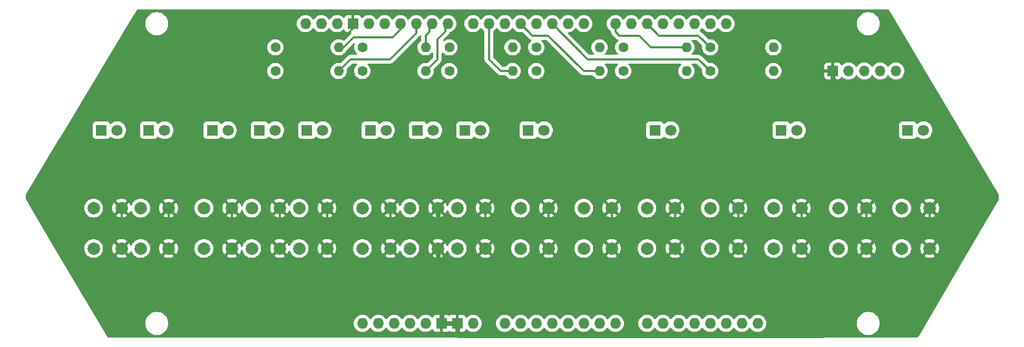
<source format=gbr>
G04 #@! TF.GenerationSoftware,KiCad,Pcbnew,8.0.0*
G04 #@! TF.CreationDate,2025-06-09T22:07:58-04:00*
G04 #@! TF.ProjectId,Kenbak_MEGA_10,4b656e62-616b-45f4-9d45-47415f31302e,rev?*
G04 #@! TF.SameCoordinates,Original*
G04 #@! TF.FileFunction,Copper,L1,Top*
G04 #@! TF.FilePolarity,Positive*
%FSLAX46Y46*%
G04 Gerber Fmt 4.6, Leading zero omitted, Abs format (unit mm)*
G04 Created by KiCad (PCBNEW 8.0.0) date 2025-06-09 22:07:58*
%MOMM*%
%LPD*%
G01*
G04 APERTURE LIST*
G04 #@! TA.AperFunction,ComponentPad*
%ADD10C,2.000000*%
G04 #@! TD*
G04 #@! TA.AperFunction,ComponentPad*
%ADD11C,1.600000*%
G04 #@! TD*
G04 #@! TA.AperFunction,ComponentPad*
%ADD12O,1.600000X1.600000*%
G04 #@! TD*
G04 #@! TA.AperFunction,ComponentPad*
%ADD13R,1.800000X1.800000*%
G04 #@! TD*
G04 #@! TA.AperFunction,ComponentPad*
%ADD14C,1.800000*%
G04 #@! TD*
G04 #@! TA.AperFunction,ComponentPad*
%ADD15O,1.727200X1.727200*%
G04 #@! TD*
G04 #@! TA.AperFunction,ComponentPad*
%ADD16R,1.727200X1.727200*%
G04 #@! TD*
G04 #@! TA.AperFunction,ComponentPad*
%ADD17R,1.700000X1.700000*%
G04 #@! TD*
G04 #@! TA.AperFunction,ComponentPad*
%ADD18O,1.700000X1.700000*%
G04 #@! TD*
G04 #@! TA.AperFunction,Conductor*
%ADD19C,0.380000*%
G04 #@! TD*
G04 #@! TA.AperFunction,Conductor*
%ADD20C,0.762000*%
G04 #@! TD*
G04 APERTURE END LIST*
D10*
X216118000Y-76634200D03*
X216118000Y-83134200D03*
X211618000Y-76634200D03*
X211618000Y-83134200D03*
X147248000Y-76634200D03*
X147248000Y-83134200D03*
X142748000Y-76634200D03*
X142748000Y-83134200D03*
D11*
X121158000Y-54559200D03*
D12*
X131318000Y-54559200D03*
D11*
X149098000Y-54559200D03*
D12*
X159258000Y-54559200D03*
D13*
X144013000Y-64084200D03*
D14*
X146553000Y-64084200D03*
D10*
X154868000Y-76634200D03*
X154868000Y-83134200D03*
X150368000Y-76634200D03*
X150368000Y-83134200D03*
D13*
X126233000Y-64084200D03*
D14*
X128773000Y-64084200D03*
D10*
X160528000Y-83134200D03*
X160528000Y-76634200D03*
X165028000Y-83134200D03*
X165028000Y-76634200D03*
D13*
X202433000Y-64084200D03*
D14*
X204973000Y-64084200D03*
D10*
X205668000Y-76634200D03*
X205668000Y-83134200D03*
X201168000Y-76634200D03*
X201168000Y-83134200D03*
X129468000Y-76634200D03*
X129468000Y-83134200D03*
X124968000Y-76634200D03*
X124968000Y-83134200D03*
D11*
X163068000Y-50749200D03*
D12*
X173228000Y-50749200D03*
D13*
X222753000Y-64084200D03*
D14*
X225293000Y-64084200D03*
D13*
X93213000Y-64084200D03*
D14*
X95753000Y-64084200D03*
D10*
X121848000Y-76634200D03*
X121848000Y-83134200D03*
X117348000Y-76634200D03*
X117348000Y-83134200D03*
X226278000Y-76634200D03*
X226278000Y-83134200D03*
X221778000Y-76634200D03*
X221778000Y-83134200D03*
X114173000Y-76634200D03*
X114173000Y-83134200D03*
X109673000Y-76634200D03*
X109673000Y-83134200D03*
X104013000Y-76634200D03*
X104013000Y-83134200D03*
X99513000Y-76634200D03*
X99513000Y-83134200D03*
X139628000Y-76634200D03*
X139628000Y-83134200D03*
X135128000Y-76634200D03*
X135128000Y-83134200D03*
D11*
X191008000Y-54559200D03*
D12*
X201168000Y-54559200D03*
D13*
X182118000Y-64084200D03*
D14*
X184658000Y-64084200D03*
D11*
X135128000Y-54559200D03*
D12*
X145288000Y-54559200D03*
D11*
X191008000Y-50749200D03*
D12*
X201168000Y-50749200D03*
D11*
X135128000Y-50749200D03*
D12*
X145288000Y-50749200D03*
D13*
X136398000Y-64084200D03*
D14*
X138938000Y-64084200D03*
D13*
X118613000Y-64084200D03*
D14*
X121153000Y-64084200D03*
D13*
X100833000Y-64084200D03*
D14*
X103373000Y-64084200D03*
D10*
X185348000Y-76634200D03*
X185348000Y-83134200D03*
X180848000Y-76634200D03*
X180848000Y-83134200D03*
D11*
X177038000Y-50749200D03*
D12*
X187198000Y-50749200D03*
D15*
X135128000Y-95199200D03*
X142748000Y-95199200D03*
X145288000Y-95199200D03*
X157988000Y-95199200D03*
X160528000Y-95199200D03*
X163068000Y-95199200D03*
X165608000Y-95199200D03*
X168148000Y-95199200D03*
X170688000Y-95199200D03*
X173228000Y-95199200D03*
X175768000Y-95199200D03*
X180848000Y-95199200D03*
X183388000Y-95199200D03*
X185928000Y-95199200D03*
X188468000Y-95199200D03*
X191008000Y-95199200D03*
X193548000Y-95199200D03*
X196088000Y-95199200D03*
X198628000Y-95199200D03*
X131064000Y-46939200D03*
X170688000Y-46939200D03*
X168148000Y-46939200D03*
X165608000Y-46939200D03*
X163068000Y-46939200D03*
X160528000Y-46939200D03*
X157988000Y-46939200D03*
X155448000Y-46939200D03*
X152908000Y-46939200D03*
X148844000Y-46939200D03*
X146304000Y-46939200D03*
X143764000Y-46939200D03*
X141224000Y-46939200D03*
X138684000Y-46939200D03*
X136144000Y-46939200D03*
X175768000Y-46939200D03*
X178308000Y-46939200D03*
X180848000Y-46939200D03*
X183388000Y-46939200D03*
X185928000Y-46939200D03*
X188468000Y-46939200D03*
X191008000Y-46939200D03*
X193548000Y-46939200D03*
D16*
X133604000Y-46939200D03*
X147828000Y-95199200D03*
X150368000Y-95199200D03*
D15*
X137668000Y-95199200D03*
X140208000Y-95199200D03*
X125984000Y-46939200D03*
X128524000Y-46939200D03*
X152908000Y-95199200D03*
D10*
X96448000Y-76634200D03*
X96448000Y-83134200D03*
X91948000Y-76634200D03*
X91948000Y-83134200D03*
D13*
X151633000Y-64084200D03*
D14*
X154173000Y-64084200D03*
D10*
X195508000Y-76634200D03*
X195508000Y-83134200D03*
X191008000Y-76634200D03*
X191008000Y-83134200D03*
D11*
X177038000Y-54559200D03*
D12*
X187198000Y-54559200D03*
D11*
X163068000Y-54559200D03*
D12*
X173228000Y-54559200D03*
D11*
X149098000Y-50749200D03*
D12*
X159258000Y-50749200D03*
D11*
X121158000Y-50749200D03*
D12*
X131318000Y-50749200D03*
D10*
X170688000Y-83134200D03*
X170688000Y-76634200D03*
X175188000Y-83134200D03*
X175188000Y-76634200D03*
D13*
X161793000Y-64084200D03*
D14*
X164333000Y-64084200D03*
D17*
X210693000Y-54559200D03*
D18*
X213233000Y-54559200D03*
X215773000Y-54559200D03*
X218313000Y-54559200D03*
X220853000Y-54559200D03*
D13*
X110998000Y-64084200D03*
D14*
X113538000Y-64084200D03*
D19*
X154868000Y-76634200D02*
X154868000Y-78634200D01*
X185348000Y-76634200D02*
X185348000Y-78634200D01*
D20*
X147828000Y-95199200D02*
X150368000Y-95199200D01*
X229108000Y-85039200D02*
X229108000Y-64401700D01*
X210693000Y-55829200D02*
X210693000Y-54559200D01*
D19*
X154868000Y-78634200D02*
X154813000Y-78689200D01*
D20*
X147828000Y-95199200D02*
X147828000Y-86055200D01*
D19*
X104013000Y-76634200D02*
X104013000Y-78689200D01*
X195508000Y-76634200D02*
X195508000Y-78634200D01*
D20*
X121793000Y-78689200D02*
X129413000Y-78689200D01*
D19*
X205668000Y-76634200D02*
X205668000Y-78634200D01*
X216118000Y-78344200D02*
X215773000Y-78689200D01*
D20*
X114173000Y-78689200D02*
X121793000Y-78689200D01*
X222758000Y-91389200D02*
X229108000Y-85039200D01*
X147248000Y-75999200D02*
X147248000Y-78634200D01*
X229108000Y-64401700D02*
X221805500Y-57099200D01*
X214630000Y-91389200D02*
X222758000Y-91389200D01*
D19*
X121848000Y-76634200D02*
X121848000Y-78634200D01*
X133604000Y-46939200D02*
X133604000Y-47701200D01*
D20*
X147828000Y-86055200D02*
X147193000Y-85420200D01*
X209042000Y-96977200D02*
X214630000Y-91389200D01*
X150368000Y-97104200D02*
X209042000Y-97104200D01*
D19*
X226278000Y-76634200D02*
X226278000Y-78344200D01*
X205668000Y-78634200D02*
X205613000Y-78689200D01*
X129468000Y-76634200D02*
X129468000Y-78634200D01*
D20*
X211963000Y-57099200D02*
X210693000Y-55829200D01*
X104013000Y-78689200D02*
X114173000Y-78689200D01*
X175133000Y-78689200D02*
X185293000Y-78689200D01*
D19*
X133604000Y-47701200D02*
X132334000Y-48971200D01*
X129468000Y-78634200D02*
X129413000Y-78689200D01*
X96448000Y-78109200D02*
X97028000Y-78689200D01*
D20*
X164973000Y-78689200D02*
X175133000Y-78689200D01*
X147248000Y-78634200D02*
X147193000Y-78689200D01*
X150368000Y-95199200D02*
X150368000Y-97104200D01*
X221805500Y-57099200D02*
X211963000Y-57099200D01*
D19*
X114173000Y-76634200D02*
X114173000Y-78689200D01*
X165028000Y-76634200D02*
X165028000Y-78634200D01*
D20*
X97028000Y-78689200D02*
X104013000Y-78689200D01*
X147248000Y-85365200D02*
X147248000Y-83134200D01*
D19*
X175188000Y-76634200D02*
X175188000Y-78634200D01*
X185348000Y-78634200D02*
X185293000Y-78689200D01*
D20*
X154813000Y-78689200D02*
X164973000Y-78689200D01*
D19*
X96448000Y-76634200D02*
X96448000Y-78109200D01*
D20*
X139573000Y-78689200D02*
X147193000Y-78689200D01*
X185293000Y-78689200D02*
X195453000Y-78689200D01*
X209042000Y-97104200D02*
X209042000Y-96977200D01*
X129413000Y-78689200D02*
X139573000Y-78689200D01*
D19*
X139628000Y-78634200D02*
X139573000Y-78689200D01*
X165028000Y-78634200D02*
X164973000Y-78689200D01*
X121848000Y-78634200D02*
X121793000Y-78689200D01*
X195508000Y-78634200D02*
X195453000Y-78689200D01*
X216118000Y-76634200D02*
X216118000Y-78344200D01*
D20*
X195453000Y-78689200D02*
X205613000Y-78689200D01*
X229108000Y-78689200D02*
X205613000Y-78689200D01*
D19*
X139628000Y-76634200D02*
X139628000Y-78634200D01*
D20*
X147193000Y-85420200D02*
X147248000Y-85365200D01*
D19*
X175188000Y-78634200D02*
X175133000Y-78689200D01*
X226278000Y-78344200D02*
X225933000Y-78689200D01*
D20*
X147193000Y-78689200D02*
X154813000Y-78689200D01*
D19*
X103373000Y-64084200D02*
X103378000Y-64089200D01*
X128773000Y-64084200D02*
X128778000Y-64089200D01*
X204973000Y-64084200D02*
X204978000Y-64089200D01*
X154173000Y-64084200D02*
X154178000Y-64089200D01*
X164333000Y-64084200D02*
X164338000Y-64089200D01*
X121153000Y-64084200D02*
X121158000Y-64089200D01*
X131318000Y-54559200D02*
X133223000Y-52654200D01*
X139573000Y-52654200D02*
X143764000Y-48463200D01*
X133223000Y-52654200D02*
X139573000Y-52654200D01*
X143764000Y-48463200D02*
X143764000Y-46939200D01*
X132080000Y-50749200D02*
X133731000Y-49098200D01*
X133731000Y-49098200D02*
X139954000Y-49098200D01*
X131318000Y-50749200D02*
X132080000Y-50749200D01*
X139954000Y-49098200D02*
X141224000Y-47828200D01*
X141224000Y-47828200D02*
X141224000Y-46939200D01*
X164973000Y-48844200D02*
X170688000Y-54559200D01*
X170688000Y-54559200D02*
X173228000Y-54559200D01*
X162433000Y-48844200D02*
X164973000Y-48844200D01*
X160528000Y-46939200D02*
X162433000Y-48844200D01*
X147193000Y-52654200D02*
X147193000Y-49479200D01*
X148463000Y-47320200D02*
X148844000Y-46939200D01*
X147193000Y-49479200D02*
X148463000Y-48209200D01*
X145288000Y-54559200D02*
X147193000Y-52654200D01*
X148463000Y-48209200D02*
X148463000Y-47320200D01*
X170688000Y-83134200D02*
X170688000Y-82499200D01*
X145288000Y-48844200D02*
X145288000Y-50749200D01*
X145923000Y-48209200D02*
X145288000Y-48844200D01*
X145923000Y-47320200D02*
X145923000Y-48209200D01*
X146304000Y-46939200D02*
X145923000Y-47320200D01*
X180848000Y-46939200D02*
X182753000Y-48844200D01*
X189103000Y-48844200D02*
X191008000Y-50749200D01*
X182753000Y-48844200D02*
X189103000Y-48844200D01*
X176403000Y-48844200D02*
X179578000Y-48844200D01*
X181483000Y-50749200D02*
X187198000Y-50749200D01*
X175768000Y-48209200D02*
X176403000Y-48844200D01*
X179578000Y-48844200D02*
X181483000Y-50749200D01*
X175768000Y-46939200D02*
X175768000Y-48209200D01*
X157353000Y-54559200D02*
X159258000Y-54559200D01*
X155448000Y-52654200D02*
X157353000Y-54559200D01*
X155448000Y-46939200D02*
X155448000Y-52654200D01*
X91948000Y-83134200D02*
X91948000Y-82499200D01*
X189103000Y-52654200D02*
X191008000Y-54559200D01*
X165608000Y-46939200D02*
X171323000Y-52654200D01*
X171323000Y-52654200D02*
X189103000Y-52654200D01*
G04 #@! TA.AperFunction,Conductor*
G36*
X149894619Y-95003119D02*
G01*
X149860000Y-95132320D01*
X149860000Y-95266080D01*
X149894619Y-95395281D01*
X149925749Y-95449200D01*
X148270251Y-95449200D01*
X148301381Y-95395281D01*
X148336000Y-95266080D01*
X148336000Y-95132320D01*
X148301381Y-95003119D01*
X148270251Y-94949200D01*
X149925749Y-94949200D01*
X149894619Y-95003119D01*
G37*
G04 #@! TD.AperFunction*
G04 #@! TA.AperFunction,Conductor*
G36*
X219706316Y-44672885D02*
G01*
X219746005Y-44714072D01*
X226367804Y-55909199D01*
X237345579Y-74468748D01*
X237345728Y-74468999D01*
X237363000Y-74532127D01*
X237363000Y-75226699D01*
X237346131Y-75289141D01*
X231970191Y-84512569D01*
X224662835Y-97049700D01*
X224444880Y-97423642D01*
X224394114Y-97471649D01*
X224337749Y-97485200D01*
X94304758Y-97485200D01*
X94237719Y-97465515D01*
X94198003Y-97424282D01*
X92954852Y-95320488D01*
X100257500Y-95320488D01*
X100289161Y-95560985D01*
X100351947Y-95795304D01*
X100444773Y-96019405D01*
X100444776Y-96019412D01*
X100566064Y-96229489D01*
X100566066Y-96229492D01*
X100566067Y-96229493D01*
X100713733Y-96421936D01*
X100713739Y-96421943D01*
X100885256Y-96593460D01*
X100885262Y-96593465D01*
X101077711Y-96741136D01*
X101287788Y-96862424D01*
X101511900Y-96955254D01*
X101746211Y-97018038D01*
X101926586Y-97041784D01*
X101986711Y-97049700D01*
X101986712Y-97049700D01*
X102229289Y-97049700D01*
X102277388Y-97043367D01*
X102469789Y-97018038D01*
X102704100Y-96955254D01*
X102928212Y-96862424D01*
X103138289Y-96741136D01*
X103330738Y-96593465D01*
X103502265Y-96421938D01*
X103649936Y-96229489D01*
X103771224Y-96019412D01*
X103864054Y-95795300D01*
X103926838Y-95560989D01*
X103958500Y-95320488D01*
X103958500Y-95199205D01*
X133751198Y-95199205D01*
X133769975Y-95425810D01*
X133825797Y-95646247D01*
X133852533Y-95707200D01*
X133917139Y-95854485D01*
X133945293Y-95897578D01*
X134024886Y-96019405D01*
X134041510Y-96044849D01*
X134195517Y-96212146D01*
X134195521Y-96212149D01*
X134195524Y-96212152D01*
X134374952Y-96351806D01*
X134374967Y-96351816D01*
X134504541Y-96421938D01*
X134574945Y-96460039D01*
X134790015Y-96533872D01*
X135014305Y-96571300D01*
X135014306Y-96571300D01*
X135241694Y-96571300D01*
X135241695Y-96571300D01*
X135465985Y-96533872D01*
X135681055Y-96460039D01*
X135881039Y-96351812D01*
X135941333Y-96304884D01*
X136038195Y-96229493D01*
X136060483Y-96212146D01*
X136214490Y-96044849D01*
X136294191Y-95922856D01*
X136347337Y-95877500D01*
X136416568Y-95868076D01*
X136479904Y-95897578D01*
X136501809Y-95922857D01*
X136581505Y-96044843D01*
X136581507Y-96044845D01*
X136581510Y-96044849D01*
X136735517Y-96212146D01*
X136735521Y-96212149D01*
X136735524Y-96212152D01*
X136914952Y-96351806D01*
X136914967Y-96351816D01*
X137044541Y-96421938D01*
X137114945Y-96460039D01*
X137330015Y-96533872D01*
X137554305Y-96571300D01*
X137554306Y-96571300D01*
X137781694Y-96571300D01*
X137781695Y-96571300D01*
X138005985Y-96533872D01*
X138221055Y-96460039D01*
X138421039Y-96351812D01*
X138481333Y-96304884D01*
X138578195Y-96229493D01*
X138600483Y-96212146D01*
X138754490Y-96044849D01*
X138834191Y-95922856D01*
X138887337Y-95877500D01*
X138956568Y-95868076D01*
X139019904Y-95897578D01*
X139041809Y-95922857D01*
X139121505Y-96044843D01*
X139121507Y-96044845D01*
X139121510Y-96044849D01*
X139275517Y-96212146D01*
X139275521Y-96212149D01*
X139275524Y-96212152D01*
X139454952Y-96351806D01*
X139454967Y-96351816D01*
X139584541Y-96421938D01*
X139654945Y-96460039D01*
X139870015Y-96533872D01*
X140094305Y-96571300D01*
X140094306Y-96571300D01*
X140321694Y-96571300D01*
X140321695Y-96571300D01*
X140545985Y-96533872D01*
X140761055Y-96460039D01*
X140961039Y-96351812D01*
X141021333Y-96304884D01*
X141118195Y-96229493D01*
X141140483Y-96212146D01*
X141294490Y-96044849D01*
X141374191Y-95922856D01*
X141427337Y-95877500D01*
X141496568Y-95868076D01*
X141559904Y-95897578D01*
X141581809Y-95922857D01*
X141661505Y-96044843D01*
X141661507Y-96044845D01*
X141661510Y-96044849D01*
X141815517Y-96212146D01*
X141815521Y-96212149D01*
X141815524Y-96212152D01*
X141994952Y-96351806D01*
X141994967Y-96351816D01*
X142124541Y-96421938D01*
X142194945Y-96460039D01*
X142410015Y-96533872D01*
X142634305Y-96571300D01*
X142634306Y-96571300D01*
X142861694Y-96571300D01*
X142861695Y-96571300D01*
X143085985Y-96533872D01*
X143301055Y-96460039D01*
X143501039Y-96351812D01*
X143561333Y-96304884D01*
X143658195Y-96229493D01*
X143680483Y-96212146D01*
X143834490Y-96044849D01*
X143914191Y-95922856D01*
X143967337Y-95877500D01*
X144036568Y-95868076D01*
X144099904Y-95897578D01*
X144121809Y-95922857D01*
X144201505Y-96044843D01*
X144201507Y-96044845D01*
X144201510Y-96044849D01*
X144355517Y-96212146D01*
X144355521Y-96212149D01*
X144355524Y-96212152D01*
X144534952Y-96351806D01*
X144534967Y-96351816D01*
X144664541Y-96421938D01*
X144734945Y-96460039D01*
X144950015Y-96533872D01*
X145174305Y-96571300D01*
X145174306Y-96571300D01*
X145401694Y-96571300D01*
X145401695Y-96571300D01*
X145625985Y-96533872D01*
X145841055Y-96460039D01*
X146041039Y-96351812D01*
X146101333Y-96304884D01*
X146198195Y-96229493D01*
X146220483Y-96212146D01*
X146272949Y-96155152D01*
X146332834Y-96119162D01*
X146402672Y-96121261D01*
X146460289Y-96160785D01*
X146480360Y-96195802D01*
X146521045Y-96304886D01*
X146521049Y-96304893D01*
X146607209Y-96419987D01*
X146607212Y-96419990D01*
X146722306Y-96506150D01*
X146722313Y-96506154D01*
X146857020Y-96556396D01*
X146857027Y-96556398D01*
X146916555Y-96562799D01*
X146916572Y-96562800D01*
X147578000Y-96562800D01*
X147578000Y-95641451D01*
X147631919Y-95672581D01*
X147761120Y-95707200D01*
X147894880Y-95707200D01*
X148024081Y-95672581D01*
X148078000Y-95641451D01*
X148078000Y-96562800D01*
X148739428Y-96562800D01*
X148739444Y-96562799D01*
X148798972Y-96556398D01*
X148798979Y-96556396D01*
X148933686Y-96506154D01*
X148933689Y-96506152D01*
X149023688Y-96438779D01*
X149089152Y-96414361D01*
X149157426Y-96429212D01*
X149172312Y-96438779D01*
X149262310Y-96506152D01*
X149262313Y-96506154D01*
X149397020Y-96556396D01*
X149397027Y-96556398D01*
X149456555Y-96562799D01*
X149456572Y-96562800D01*
X150118000Y-96562800D01*
X150118000Y-95641451D01*
X150171919Y-95672581D01*
X150301120Y-95707200D01*
X150434880Y-95707200D01*
X150564081Y-95672581D01*
X150618000Y-95641451D01*
X150618000Y-96562800D01*
X151279428Y-96562800D01*
X151279444Y-96562799D01*
X151338972Y-96556398D01*
X151338979Y-96556396D01*
X151473686Y-96506154D01*
X151473693Y-96506150D01*
X151588787Y-96419990D01*
X151588790Y-96419987D01*
X151674950Y-96304893D01*
X151674955Y-96304884D01*
X151715639Y-96195803D01*
X151757509Y-96139869D01*
X151822973Y-96115451D01*
X151891246Y-96130302D01*
X151923049Y-96155150D01*
X151975517Y-96212146D01*
X151975521Y-96212149D01*
X151975524Y-96212152D01*
X152154952Y-96351806D01*
X152154967Y-96351816D01*
X152284541Y-96421938D01*
X152354945Y-96460039D01*
X152570015Y-96533872D01*
X152794305Y-96571300D01*
X152794306Y-96571300D01*
X153021694Y-96571300D01*
X153021695Y-96571300D01*
X153245985Y-96533872D01*
X153461055Y-96460039D01*
X153661039Y-96351812D01*
X153721333Y-96304884D01*
X153818195Y-96229493D01*
X153840483Y-96212146D01*
X153994490Y-96044849D01*
X154118861Y-95854485D01*
X154210203Y-95646247D01*
X154266024Y-95425814D01*
X154284802Y-95199205D01*
X156611198Y-95199205D01*
X156629975Y-95425810D01*
X156685797Y-95646247D01*
X156712533Y-95707200D01*
X156777139Y-95854485D01*
X156805293Y-95897578D01*
X156884886Y-96019405D01*
X156901510Y-96044849D01*
X157055517Y-96212146D01*
X157055521Y-96212149D01*
X157055524Y-96212152D01*
X157234952Y-96351806D01*
X157234967Y-96351816D01*
X157364541Y-96421938D01*
X157434945Y-96460039D01*
X157650015Y-96533872D01*
X157874305Y-96571300D01*
X157874306Y-96571300D01*
X158101694Y-96571300D01*
X158101695Y-96571300D01*
X158325985Y-96533872D01*
X158541055Y-96460039D01*
X158741039Y-96351812D01*
X158801333Y-96304884D01*
X158898195Y-96229493D01*
X158920483Y-96212146D01*
X159074490Y-96044849D01*
X159154191Y-95922856D01*
X159207337Y-95877500D01*
X159276568Y-95868076D01*
X159339904Y-95897578D01*
X159361809Y-95922857D01*
X159441505Y-96044843D01*
X159441507Y-96044845D01*
X159441510Y-96044849D01*
X159595517Y-96212146D01*
X159595521Y-96212149D01*
X159595524Y-96212152D01*
X159774952Y-96351806D01*
X159774967Y-96351816D01*
X159904541Y-96421938D01*
X159974945Y-96460039D01*
X160190015Y-96533872D01*
X160414305Y-96571300D01*
X160414306Y-96571300D01*
X160641694Y-96571300D01*
X160641695Y-96571300D01*
X160865985Y-96533872D01*
X161081055Y-96460039D01*
X161281039Y-96351812D01*
X161341333Y-96304884D01*
X161438195Y-96229493D01*
X161460483Y-96212146D01*
X161614490Y-96044849D01*
X161694191Y-95922856D01*
X161747337Y-95877500D01*
X161816568Y-95868076D01*
X161879904Y-95897578D01*
X161901809Y-95922857D01*
X161981505Y-96044843D01*
X161981507Y-96044845D01*
X161981510Y-96044849D01*
X162135517Y-96212146D01*
X162135521Y-96212149D01*
X162135524Y-96212152D01*
X162314952Y-96351806D01*
X162314967Y-96351816D01*
X162444541Y-96421938D01*
X162514945Y-96460039D01*
X162730015Y-96533872D01*
X162954305Y-96571300D01*
X162954306Y-96571300D01*
X163181694Y-96571300D01*
X163181695Y-96571300D01*
X163405985Y-96533872D01*
X163621055Y-96460039D01*
X163821039Y-96351812D01*
X163881333Y-96304884D01*
X163978195Y-96229493D01*
X164000483Y-96212146D01*
X164154490Y-96044849D01*
X164234191Y-95922856D01*
X164287337Y-95877500D01*
X164356568Y-95868076D01*
X164419904Y-95897578D01*
X164441809Y-95922857D01*
X164521505Y-96044843D01*
X164521507Y-96044845D01*
X164521510Y-96044849D01*
X164675517Y-96212146D01*
X164675521Y-96212149D01*
X164675524Y-96212152D01*
X164854952Y-96351806D01*
X164854967Y-96351816D01*
X164984541Y-96421938D01*
X165054945Y-96460039D01*
X165270015Y-96533872D01*
X165494305Y-96571300D01*
X165494306Y-96571300D01*
X165721694Y-96571300D01*
X165721695Y-96571300D01*
X165945985Y-96533872D01*
X166161055Y-96460039D01*
X166361039Y-96351812D01*
X166421333Y-96304884D01*
X166518195Y-96229493D01*
X166540483Y-96212146D01*
X166694490Y-96044849D01*
X166774191Y-95922856D01*
X166827337Y-95877500D01*
X166896568Y-95868076D01*
X166959904Y-95897578D01*
X166981809Y-95922857D01*
X167061505Y-96044843D01*
X167061507Y-96044845D01*
X167061510Y-96044849D01*
X167215517Y-96212146D01*
X167215521Y-96212149D01*
X167215524Y-96212152D01*
X167394952Y-96351806D01*
X167394967Y-96351816D01*
X167524541Y-96421938D01*
X167594945Y-96460039D01*
X167810015Y-96533872D01*
X168034305Y-96571300D01*
X168034306Y-96571300D01*
X168261694Y-96571300D01*
X168261695Y-96571300D01*
X168485985Y-96533872D01*
X168701055Y-96460039D01*
X168901039Y-96351812D01*
X168961333Y-96304884D01*
X169058195Y-96229493D01*
X169080483Y-96212146D01*
X169234490Y-96044849D01*
X169314191Y-95922856D01*
X169367337Y-95877500D01*
X169436568Y-95868076D01*
X169499904Y-95897578D01*
X169521809Y-95922857D01*
X169601505Y-96044843D01*
X169601507Y-96044845D01*
X169601510Y-96044849D01*
X169755517Y-96212146D01*
X169755521Y-96212149D01*
X169755524Y-96212152D01*
X169934952Y-96351806D01*
X169934967Y-96351816D01*
X170064541Y-96421938D01*
X170134945Y-96460039D01*
X170350015Y-96533872D01*
X170574305Y-96571300D01*
X170574306Y-96571300D01*
X170801694Y-96571300D01*
X170801695Y-96571300D01*
X171025985Y-96533872D01*
X171241055Y-96460039D01*
X171441039Y-96351812D01*
X171501333Y-96304884D01*
X171598195Y-96229493D01*
X171620483Y-96212146D01*
X171774490Y-96044849D01*
X171854191Y-95922856D01*
X171907337Y-95877500D01*
X171976568Y-95868076D01*
X172039904Y-95897578D01*
X172061809Y-95922857D01*
X172141505Y-96044843D01*
X172141507Y-96044845D01*
X172141510Y-96044849D01*
X172295517Y-96212146D01*
X172295521Y-96212149D01*
X172295524Y-96212152D01*
X172474952Y-96351806D01*
X172474967Y-96351816D01*
X172604541Y-96421938D01*
X172674945Y-96460039D01*
X172890015Y-96533872D01*
X173114305Y-96571300D01*
X173114306Y-96571300D01*
X173341694Y-96571300D01*
X173341695Y-96571300D01*
X173565985Y-96533872D01*
X173781055Y-96460039D01*
X173981039Y-96351812D01*
X174041333Y-96304884D01*
X174138195Y-96229493D01*
X174160483Y-96212146D01*
X174314490Y-96044849D01*
X174394191Y-95922856D01*
X174447337Y-95877500D01*
X174516568Y-95868076D01*
X174579904Y-95897578D01*
X174601809Y-95922857D01*
X174681505Y-96044843D01*
X174681507Y-96044845D01*
X174681510Y-96044849D01*
X174835517Y-96212146D01*
X174835521Y-96212149D01*
X174835524Y-96212152D01*
X175014952Y-96351806D01*
X175014967Y-96351816D01*
X175144541Y-96421938D01*
X175214945Y-96460039D01*
X175430015Y-96533872D01*
X175654305Y-96571300D01*
X175654306Y-96571300D01*
X175881694Y-96571300D01*
X175881695Y-96571300D01*
X176105985Y-96533872D01*
X176321055Y-96460039D01*
X176521039Y-96351812D01*
X176581333Y-96304884D01*
X176678195Y-96229493D01*
X176700483Y-96212146D01*
X176854490Y-96044849D01*
X176978861Y-95854485D01*
X177070203Y-95646247D01*
X177126024Y-95425814D01*
X177144802Y-95199205D01*
X179471198Y-95199205D01*
X179489975Y-95425810D01*
X179545797Y-95646247D01*
X179572533Y-95707200D01*
X179637139Y-95854485D01*
X179665293Y-95897578D01*
X179744886Y-96019405D01*
X179761510Y-96044849D01*
X179915517Y-96212146D01*
X179915521Y-96212149D01*
X179915524Y-96212152D01*
X180094952Y-96351806D01*
X180094967Y-96351816D01*
X180224541Y-96421938D01*
X180294945Y-96460039D01*
X180510015Y-96533872D01*
X180734305Y-96571300D01*
X180734306Y-96571300D01*
X180961694Y-96571300D01*
X180961695Y-96571300D01*
X181185985Y-96533872D01*
X181401055Y-96460039D01*
X181601039Y-96351812D01*
X181661333Y-96304884D01*
X181758195Y-96229493D01*
X181780483Y-96212146D01*
X181934490Y-96044849D01*
X182014191Y-95922856D01*
X182067337Y-95877500D01*
X182136568Y-95868076D01*
X182199904Y-95897578D01*
X182221809Y-95922857D01*
X182301505Y-96044843D01*
X182301507Y-96044845D01*
X182301510Y-96044849D01*
X182455517Y-96212146D01*
X182455521Y-96212149D01*
X182455524Y-96212152D01*
X182634952Y-96351806D01*
X182634967Y-96351816D01*
X182764541Y-96421938D01*
X182834945Y-96460039D01*
X183050015Y-96533872D01*
X183274305Y-96571300D01*
X183274306Y-96571300D01*
X183501694Y-96571300D01*
X183501695Y-96571300D01*
X183725985Y-96533872D01*
X183941055Y-96460039D01*
X184141039Y-96351812D01*
X184201333Y-96304884D01*
X184298195Y-96229493D01*
X184320483Y-96212146D01*
X184474490Y-96044849D01*
X184554191Y-95922856D01*
X184607337Y-95877500D01*
X184676568Y-95868076D01*
X184739904Y-95897578D01*
X184761809Y-95922857D01*
X184841505Y-96044843D01*
X184841507Y-96044845D01*
X184841510Y-96044849D01*
X184995517Y-96212146D01*
X184995521Y-96212149D01*
X184995524Y-96212152D01*
X185174952Y-96351806D01*
X185174967Y-96351816D01*
X185304541Y-96421938D01*
X185374945Y-96460039D01*
X185590015Y-96533872D01*
X185814305Y-96571300D01*
X185814306Y-96571300D01*
X186041694Y-96571300D01*
X186041695Y-96571300D01*
X186265985Y-96533872D01*
X186481055Y-96460039D01*
X186681039Y-96351812D01*
X186741333Y-96304884D01*
X186838195Y-96229493D01*
X186860483Y-96212146D01*
X187014490Y-96044849D01*
X187094191Y-95922856D01*
X187147337Y-95877500D01*
X187216568Y-95868076D01*
X187279904Y-95897578D01*
X187301809Y-95922857D01*
X187381505Y-96044843D01*
X187381507Y-96044845D01*
X187381510Y-96044849D01*
X187535517Y-96212146D01*
X187535521Y-96212149D01*
X187535524Y-96212152D01*
X187714952Y-96351806D01*
X187714967Y-96351816D01*
X187844541Y-96421938D01*
X187914945Y-96460039D01*
X188130015Y-96533872D01*
X188354305Y-96571300D01*
X188354306Y-96571300D01*
X188581694Y-96571300D01*
X188581695Y-96571300D01*
X188805985Y-96533872D01*
X189021055Y-96460039D01*
X189221039Y-96351812D01*
X189281333Y-96304884D01*
X189378195Y-96229493D01*
X189400483Y-96212146D01*
X189554490Y-96044849D01*
X189634191Y-95922856D01*
X189687337Y-95877500D01*
X189756568Y-95868076D01*
X189819904Y-95897578D01*
X189841809Y-95922857D01*
X189921505Y-96044843D01*
X189921507Y-96044845D01*
X189921510Y-96044849D01*
X190075517Y-96212146D01*
X190075521Y-96212149D01*
X190075524Y-96212152D01*
X190254952Y-96351806D01*
X190254967Y-96351816D01*
X190384541Y-96421938D01*
X190454945Y-96460039D01*
X190670015Y-96533872D01*
X190894305Y-96571300D01*
X190894306Y-96571300D01*
X191121694Y-96571300D01*
X191121695Y-96571300D01*
X191345985Y-96533872D01*
X191561055Y-96460039D01*
X191761039Y-96351812D01*
X191821333Y-96304884D01*
X191918195Y-96229493D01*
X191940483Y-96212146D01*
X192094490Y-96044849D01*
X192174191Y-95922856D01*
X192227337Y-95877500D01*
X192296568Y-95868076D01*
X192359904Y-95897578D01*
X192381809Y-95922857D01*
X192461505Y-96044843D01*
X192461507Y-96044845D01*
X192461510Y-96044849D01*
X192615517Y-96212146D01*
X192615521Y-96212149D01*
X192615524Y-96212152D01*
X192794952Y-96351806D01*
X192794967Y-96351816D01*
X192924541Y-96421938D01*
X192994945Y-96460039D01*
X193210015Y-96533872D01*
X193434305Y-96571300D01*
X193434306Y-96571300D01*
X193661694Y-96571300D01*
X193661695Y-96571300D01*
X193885985Y-96533872D01*
X194101055Y-96460039D01*
X194301039Y-96351812D01*
X194361333Y-96304884D01*
X194458195Y-96229493D01*
X194480483Y-96212146D01*
X194634490Y-96044849D01*
X194714191Y-95922856D01*
X194767337Y-95877500D01*
X194836568Y-95868076D01*
X194899904Y-95897578D01*
X194921809Y-95922857D01*
X195001505Y-96044843D01*
X195001507Y-96044845D01*
X195001510Y-96044849D01*
X195155517Y-96212146D01*
X195155521Y-96212149D01*
X195155524Y-96212152D01*
X195334952Y-96351806D01*
X195334967Y-96351816D01*
X195464541Y-96421938D01*
X195534945Y-96460039D01*
X195750015Y-96533872D01*
X195974305Y-96571300D01*
X195974306Y-96571300D01*
X196201694Y-96571300D01*
X196201695Y-96571300D01*
X196425985Y-96533872D01*
X196641055Y-96460039D01*
X196841039Y-96351812D01*
X196901333Y-96304884D01*
X196998195Y-96229493D01*
X197020483Y-96212146D01*
X197174490Y-96044849D01*
X197254191Y-95922856D01*
X197307337Y-95877500D01*
X197376568Y-95868076D01*
X197439904Y-95897578D01*
X197461809Y-95922857D01*
X197541505Y-96044843D01*
X197541507Y-96044845D01*
X197541510Y-96044849D01*
X197695517Y-96212146D01*
X197695521Y-96212149D01*
X197695524Y-96212152D01*
X197874952Y-96351806D01*
X197874967Y-96351816D01*
X198004541Y-96421938D01*
X198074945Y-96460039D01*
X198290015Y-96533872D01*
X198514305Y-96571300D01*
X198514306Y-96571300D01*
X198741694Y-96571300D01*
X198741695Y-96571300D01*
X198965985Y-96533872D01*
X199181055Y-96460039D01*
X199381039Y-96351812D01*
X199441333Y-96304884D01*
X199538195Y-96229493D01*
X199560483Y-96212146D01*
X199714490Y-96044849D01*
X199838861Y-95854485D01*
X199930203Y-95646247D01*
X199986024Y-95425814D01*
X199994752Y-95320488D01*
X214557500Y-95320488D01*
X214589161Y-95560985D01*
X214651947Y-95795304D01*
X214744773Y-96019405D01*
X214744776Y-96019412D01*
X214866064Y-96229489D01*
X214866066Y-96229492D01*
X214866067Y-96229493D01*
X215013733Y-96421936D01*
X215013739Y-96421943D01*
X215185256Y-96593460D01*
X215185262Y-96593465D01*
X215377711Y-96741136D01*
X215587788Y-96862424D01*
X215811900Y-96955254D01*
X216046211Y-97018038D01*
X216226586Y-97041784D01*
X216286711Y-97049700D01*
X216286712Y-97049700D01*
X216529289Y-97049700D01*
X216577388Y-97043367D01*
X216769789Y-97018038D01*
X217004100Y-96955254D01*
X217228212Y-96862424D01*
X217438289Y-96741136D01*
X217630738Y-96593465D01*
X217802265Y-96421938D01*
X217949936Y-96229489D01*
X218071224Y-96019412D01*
X218164054Y-95795300D01*
X218226838Y-95560989D01*
X218258500Y-95320488D01*
X218258500Y-95077912D01*
X218226838Y-94837411D01*
X218164054Y-94603100D01*
X218071224Y-94378988D01*
X217949936Y-94168911D01*
X217856078Y-94046593D01*
X217802266Y-93976463D01*
X217802260Y-93976456D01*
X217630743Y-93804939D01*
X217630736Y-93804933D01*
X217438293Y-93657267D01*
X217438292Y-93657266D01*
X217438289Y-93657264D01*
X217228212Y-93535976D01*
X217228205Y-93535973D01*
X217004104Y-93443147D01*
X216769785Y-93380361D01*
X216529289Y-93348700D01*
X216529288Y-93348700D01*
X216286712Y-93348700D01*
X216286711Y-93348700D01*
X216046214Y-93380361D01*
X215811895Y-93443147D01*
X215587794Y-93535973D01*
X215587785Y-93535977D01*
X215377706Y-93657267D01*
X215185263Y-93804933D01*
X215185256Y-93804939D01*
X215013739Y-93976456D01*
X215013733Y-93976463D01*
X214866067Y-94168906D01*
X214744777Y-94378985D01*
X214744773Y-94378994D01*
X214651947Y-94603095D01*
X214589161Y-94837414D01*
X214557500Y-95077911D01*
X214557500Y-95320488D01*
X199994752Y-95320488D01*
X200004802Y-95199200D01*
X199986024Y-94972586D01*
X199930203Y-94752153D01*
X199838861Y-94543915D01*
X199714490Y-94353551D01*
X199560483Y-94186254D01*
X199560478Y-94186250D01*
X199560475Y-94186247D01*
X199381047Y-94046593D01*
X199381032Y-94046583D01*
X199181065Y-93938366D01*
X199181051Y-93938359D01*
X198965987Y-93864528D01*
X198792632Y-93835600D01*
X198741695Y-93827100D01*
X198514305Y-93827100D01*
X198463368Y-93835600D01*
X198290012Y-93864528D01*
X198074948Y-93938359D01*
X198074934Y-93938366D01*
X197874967Y-94046583D01*
X197874952Y-94046593D01*
X197695524Y-94186247D01*
X197695514Y-94186257D01*
X197541507Y-94353554D01*
X197461809Y-94475543D01*
X197408662Y-94520899D01*
X197339431Y-94530323D01*
X197276095Y-94500821D01*
X197254191Y-94475543D01*
X197174492Y-94353554D01*
X197174491Y-94353553D01*
X197174490Y-94353551D01*
X197020483Y-94186254D01*
X197020478Y-94186250D01*
X197020475Y-94186247D01*
X196841047Y-94046593D01*
X196841032Y-94046583D01*
X196641065Y-93938366D01*
X196641051Y-93938359D01*
X196425987Y-93864528D01*
X196252632Y-93835600D01*
X196201695Y-93827100D01*
X195974305Y-93827100D01*
X195923368Y-93835600D01*
X195750012Y-93864528D01*
X195534948Y-93938359D01*
X195534934Y-93938366D01*
X195334967Y-94046583D01*
X195334952Y-94046593D01*
X195155524Y-94186247D01*
X195155514Y-94186257D01*
X195001507Y-94353554D01*
X194921809Y-94475543D01*
X194868662Y-94520899D01*
X194799431Y-94530323D01*
X194736095Y-94500821D01*
X194714191Y-94475543D01*
X194634492Y-94353554D01*
X194634491Y-94353553D01*
X194634490Y-94353551D01*
X194480483Y-94186254D01*
X194480478Y-94186250D01*
X194480475Y-94186247D01*
X194301047Y-94046593D01*
X194301032Y-94046583D01*
X194101065Y-93938366D01*
X194101051Y-93938359D01*
X193885987Y-93864528D01*
X193712632Y-93835600D01*
X193661695Y-93827100D01*
X193434305Y-93827100D01*
X193383368Y-93835600D01*
X193210012Y-93864528D01*
X192994948Y-93938359D01*
X192994934Y-93938366D01*
X192794967Y-94046583D01*
X192794952Y-94046593D01*
X192615524Y-94186247D01*
X192615514Y-94186257D01*
X192461507Y-94353554D01*
X192381809Y-94475543D01*
X192328662Y-94520899D01*
X192259431Y-94530323D01*
X192196095Y-94500821D01*
X192174191Y-94475543D01*
X192094492Y-94353554D01*
X192094491Y-94353553D01*
X192094490Y-94353551D01*
X191940483Y-94186254D01*
X191940478Y-94186250D01*
X191940475Y-94186247D01*
X191761047Y-94046593D01*
X191761032Y-94046583D01*
X191561065Y-93938366D01*
X191561051Y-93938359D01*
X191345987Y-93864528D01*
X191172632Y-93835600D01*
X191121695Y-93827100D01*
X190894305Y-93827100D01*
X190843368Y-93835600D01*
X190670012Y-93864528D01*
X190454948Y-93938359D01*
X190454934Y-93938366D01*
X190254967Y-94046583D01*
X190254952Y-94046593D01*
X190075524Y-94186247D01*
X190075514Y-94186257D01*
X189921507Y-94353554D01*
X189841809Y-94475543D01*
X189788662Y-94520899D01*
X189719431Y-94530323D01*
X189656095Y-94500821D01*
X189634191Y-94475543D01*
X189554492Y-94353554D01*
X189554491Y-94353553D01*
X189554490Y-94353551D01*
X189400483Y-94186254D01*
X189400478Y-94186250D01*
X189400475Y-94186247D01*
X189221047Y-94046593D01*
X189221032Y-94046583D01*
X189021065Y-93938366D01*
X189021051Y-93938359D01*
X188805987Y-93864528D01*
X188632632Y-93835600D01*
X188581695Y-93827100D01*
X188354305Y-93827100D01*
X188303368Y-93835600D01*
X188130012Y-93864528D01*
X187914948Y-93938359D01*
X187914934Y-93938366D01*
X187714967Y-94046583D01*
X187714952Y-94046593D01*
X187535524Y-94186247D01*
X187535514Y-94186257D01*
X187381507Y-94353554D01*
X187301809Y-94475543D01*
X187248662Y-94520899D01*
X187179431Y-94530323D01*
X187116095Y-94500821D01*
X187094191Y-94475543D01*
X187014492Y-94353554D01*
X187014491Y-94353553D01*
X187014490Y-94353551D01*
X186860483Y-94186254D01*
X186860478Y-94186250D01*
X186860475Y-94186247D01*
X186681047Y-94046593D01*
X186681032Y-94046583D01*
X186481065Y-93938366D01*
X186481051Y-93938359D01*
X186265987Y-93864528D01*
X186092632Y-93835600D01*
X186041695Y-93827100D01*
X185814305Y-93827100D01*
X185763368Y-93835600D01*
X185590012Y-93864528D01*
X185374948Y-93938359D01*
X185374934Y-93938366D01*
X185174967Y-94046583D01*
X185174952Y-94046593D01*
X184995524Y-94186247D01*
X184995514Y-94186257D01*
X184841507Y-94353554D01*
X184761809Y-94475543D01*
X184708662Y-94520899D01*
X184639431Y-94530323D01*
X184576095Y-94500821D01*
X184554191Y-94475543D01*
X184474492Y-94353554D01*
X184474491Y-94353553D01*
X184474490Y-94353551D01*
X184320483Y-94186254D01*
X184320478Y-94186250D01*
X184320475Y-94186247D01*
X184141047Y-94046593D01*
X184141032Y-94046583D01*
X183941065Y-93938366D01*
X183941051Y-93938359D01*
X183725987Y-93864528D01*
X183552632Y-93835600D01*
X183501695Y-93827100D01*
X183274305Y-93827100D01*
X183223368Y-93835600D01*
X183050012Y-93864528D01*
X182834948Y-93938359D01*
X182834934Y-93938366D01*
X182634967Y-94046583D01*
X182634952Y-94046593D01*
X182455524Y-94186247D01*
X182455514Y-94186257D01*
X182301507Y-94353554D01*
X182221809Y-94475543D01*
X182168662Y-94520899D01*
X182099431Y-94530323D01*
X182036095Y-94500821D01*
X182014191Y-94475543D01*
X181934492Y-94353554D01*
X181934491Y-94353553D01*
X181934490Y-94353551D01*
X181780483Y-94186254D01*
X181780478Y-94186250D01*
X181780475Y-94186247D01*
X181601047Y-94046593D01*
X181601032Y-94046583D01*
X181401065Y-93938366D01*
X181401051Y-93938359D01*
X181185987Y-93864528D01*
X181012632Y-93835600D01*
X180961695Y-93827100D01*
X180734305Y-93827100D01*
X180683368Y-93835600D01*
X180510012Y-93864528D01*
X180294948Y-93938359D01*
X180294934Y-93938366D01*
X180094967Y-94046583D01*
X180094952Y-94046593D01*
X179915524Y-94186247D01*
X179915514Y-94186257D01*
X179761507Y-94353554D01*
X179637137Y-94543918D01*
X179545797Y-94752152D01*
X179489975Y-94972589D01*
X179471198Y-95199194D01*
X179471198Y-95199205D01*
X177144802Y-95199205D01*
X177144802Y-95199200D01*
X177126024Y-94972586D01*
X177070203Y-94752153D01*
X176978861Y-94543915D01*
X176854490Y-94353551D01*
X176700483Y-94186254D01*
X176700478Y-94186250D01*
X176700475Y-94186247D01*
X176521047Y-94046593D01*
X176521032Y-94046583D01*
X176321065Y-93938366D01*
X176321051Y-93938359D01*
X176105987Y-93864528D01*
X175932632Y-93835600D01*
X175881695Y-93827100D01*
X175654305Y-93827100D01*
X175603368Y-93835600D01*
X175430012Y-93864528D01*
X175214948Y-93938359D01*
X175214934Y-93938366D01*
X175014967Y-94046583D01*
X175014952Y-94046593D01*
X174835524Y-94186247D01*
X174835514Y-94186257D01*
X174681507Y-94353554D01*
X174601809Y-94475543D01*
X174548662Y-94520899D01*
X174479431Y-94530323D01*
X174416095Y-94500821D01*
X174394191Y-94475543D01*
X174314492Y-94353554D01*
X174314491Y-94353553D01*
X174314490Y-94353551D01*
X174160483Y-94186254D01*
X174160478Y-94186250D01*
X174160475Y-94186247D01*
X173981047Y-94046593D01*
X173981032Y-94046583D01*
X173781065Y-93938366D01*
X173781051Y-93938359D01*
X173565987Y-93864528D01*
X173392632Y-93835600D01*
X173341695Y-93827100D01*
X173114305Y-93827100D01*
X173063368Y-93835600D01*
X172890012Y-93864528D01*
X172674948Y-93938359D01*
X172674934Y-93938366D01*
X172474967Y-94046583D01*
X172474952Y-94046593D01*
X172295524Y-94186247D01*
X172295514Y-94186257D01*
X172141507Y-94353554D01*
X172061809Y-94475543D01*
X172008662Y-94520899D01*
X171939431Y-94530323D01*
X171876095Y-94500821D01*
X171854191Y-94475543D01*
X171774492Y-94353554D01*
X171774491Y-94353553D01*
X171774490Y-94353551D01*
X171620483Y-94186254D01*
X171620478Y-94186250D01*
X171620475Y-94186247D01*
X171441047Y-94046593D01*
X171441032Y-94046583D01*
X171241065Y-93938366D01*
X171241051Y-93938359D01*
X171025987Y-93864528D01*
X170852632Y-93835600D01*
X170801695Y-93827100D01*
X170574305Y-93827100D01*
X170523368Y-93835600D01*
X170350012Y-93864528D01*
X170134948Y-93938359D01*
X170134934Y-93938366D01*
X169934967Y-94046583D01*
X169934952Y-94046593D01*
X169755524Y-94186247D01*
X169755514Y-94186257D01*
X169601507Y-94353554D01*
X169521809Y-94475543D01*
X169468662Y-94520899D01*
X169399431Y-94530323D01*
X169336095Y-94500821D01*
X169314191Y-94475543D01*
X169234492Y-94353554D01*
X169234491Y-94353553D01*
X169234490Y-94353551D01*
X169080483Y-94186254D01*
X169080478Y-94186250D01*
X169080475Y-94186247D01*
X168901047Y-94046593D01*
X168901032Y-94046583D01*
X168701065Y-93938366D01*
X168701051Y-93938359D01*
X168485987Y-93864528D01*
X168312632Y-93835600D01*
X168261695Y-93827100D01*
X168034305Y-93827100D01*
X167983368Y-93835600D01*
X167810012Y-93864528D01*
X167594948Y-93938359D01*
X167594934Y-93938366D01*
X167394967Y-94046583D01*
X167394952Y-94046593D01*
X167215524Y-94186247D01*
X167215514Y-94186257D01*
X167061507Y-94353554D01*
X166981809Y-94475543D01*
X166928662Y-94520899D01*
X166859431Y-94530323D01*
X166796095Y-94500821D01*
X166774191Y-94475543D01*
X166694492Y-94353554D01*
X166694491Y-94353553D01*
X166694490Y-94353551D01*
X166540483Y-94186254D01*
X166540478Y-94186250D01*
X166540475Y-94186247D01*
X166361047Y-94046593D01*
X166361032Y-94046583D01*
X166161065Y-93938366D01*
X166161051Y-93938359D01*
X165945987Y-93864528D01*
X165772632Y-93835600D01*
X165721695Y-93827100D01*
X165494305Y-93827100D01*
X165443368Y-93835600D01*
X165270012Y-93864528D01*
X165054948Y-93938359D01*
X165054934Y-93938366D01*
X164854967Y-94046583D01*
X164854952Y-94046593D01*
X164675524Y-94186247D01*
X164675514Y-94186257D01*
X164521507Y-94353554D01*
X164441809Y-94475543D01*
X164388662Y-94520899D01*
X164319431Y-94530323D01*
X164256095Y-94500821D01*
X164234191Y-94475543D01*
X164154492Y-94353554D01*
X164154491Y-94353553D01*
X164154490Y-94353551D01*
X164000483Y-94186254D01*
X164000478Y-94186250D01*
X164000475Y-94186247D01*
X163821047Y-94046593D01*
X163821032Y-94046583D01*
X163621065Y-93938366D01*
X163621051Y-93938359D01*
X163405987Y-93864528D01*
X163232632Y-93835600D01*
X163181695Y-93827100D01*
X162954305Y-93827100D01*
X162903368Y-93835600D01*
X162730012Y-93864528D01*
X162514948Y-93938359D01*
X162514934Y-93938366D01*
X162314967Y-94046583D01*
X162314952Y-94046593D01*
X162135524Y-94186247D01*
X162135514Y-94186257D01*
X161981507Y-94353554D01*
X161901809Y-94475543D01*
X161848662Y-94520899D01*
X161779431Y-94530323D01*
X161716095Y-94500821D01*
X161694191Y-94475543D01*
X161614492Y-94353554D01*
X161614491Y-94353553D01*
X161614490Y-94353551D01*
X161460483Y-94186254D01*
X161460478Y-94186250D01*
X161460475Y-94186247D01*
X161281047Y-94046593D01*
X161281032Y-94046583D01*
X161081065Y-93938366D01*
X161081051Y-93938359D01*
X160865987Y-93864528D01*
X160692632Y-93835600D01*
X160641695Y-93827100D01*
X160414305Y-93827100D01*
X160363368Y-93835600D01*
X160190012Y-93864528D01*
X159974948Y-93938359D01*
X159974934Y-93938366D01*
X159774967Y-94046583D01*
X159774952Y-94046593D01*
X159595524Y-94186247D01*
X159595514Y-94186257D01*
X159441507Y-94353554D01*
X159361809Y-94475543D01*
X159308662Y-94520899D01*
X159239431Y-94530323D01*
X159176095Y-94500821D01*
X159154191Y-94475543D01*
X159074492Y-94353554D01*
X159074491Y-94353553D01*
X159074490Y-94353551D01*
X158920483Y-94186254D01*
X158920478Y-94186250D01*
X158920475Y-94186247D01*
X158741047Y-94046593D01*
X158741032Y-94046583D01*
X158541065Y-93938366D01*
X158541051Y-93938359D01*
X158325987Y-93864528D01*
X158152632Y-93835600D01*
X158101695Y-93827100D01*
X157874305Y-93827100D01*
X157823368Y-93835600D01*
X157650012Y-93864528D01*
X157434948Y-93938359D01*
X157434934Y-93938366D01*
X157234967Y-94046583D01*
X157234952Y-94046593D01*
X157055524Y-94186247D01*
X157055514Y-94186257D01*
X156901507Y-94353554D01*
X156777137Y-94543918D01*
X156685797Y-94752152D01*
X156629975Y-94972589D01*
X156611198Y-95199194D01*
X156611198Y-95199205D01*
X154284802Y-95199205D01*
X154284802Y-95199200D01*
X154266024Y-94972586D01*
X154210203Y-94752153D01*
X154118861Y-94543915D01*
X153994490Y-94353551D01*
X153840483Y-94186254D01*
X153840478Y-94186250D01*
X153840475Y-94186247D01*
X153661047Y-94046593D01*
X153661032Y-94046583D01*
X153461065Y-93938366D01*
X153461051Y-93938359D01*
X153245987Y-93864528D01*
X153072632Y-93835600D01*
X153021695Y-93827100D01*
X152794305Y-93827100D01*
X152743368Y-93835600D01*
X152570012Y-93864528D01*
X152354948Y-93938359D01*
X152354934Y-93938366D01*
X152154967Y-94046583D01*
X152154952Y-94046593D01*
X151975524Y-94186247D01*
X151975517Y-94186254D01*
X151923050Y-94243247D01*
X151863165Y-94279237D01*
X151793327Y-94277137D01*
X151735711Y-94237613D01*
X151715640Y-94202597D01*
X151674954Y-94093513D01*
X151674950Y-94093506D01*
X151588790Y-93978412D01*
X151588787Y-93978409D01*
X151473693Y-93892249D01*
X151473686Y-93892245D01*
X151338979Y-93842003D01*
X151338972Y-93842001D01*
X151279444Y-93835600D01*
X150618000Y-93835600D01*
X150618000Y-94756948D01*
X150564081Y-94725819D01*
X150434880Y-94691200D01*
X150301120Y-94691200D01*
X150171919Y-94725819D01*
X150118000Y-94756948D01*
X150118000Y-93835600D01*
X149456555Y-93835600D01*
X149397027Y-93842001D01*
X149397020Y-93842003D01*
X149262313Y-93892245D01*
X149262311Y-93892247D01*
X149172311Y-93959621D01*
X149106847Y-93984038D01*
X149038574Y-93969187D01*
X149023689Y-93959621D01*
X148933688Y-93892247D01*
X148933686Y-93892245D01*
X148798979Y-93842003D01*
X148798972Y-93842001D01*
X148739444Y-93835600D01*
X148078000Y-93835600D01*
X148078000Y-94756948D01*
X148024081Y-94725819D01*
X147894880Y-94691200D01*
X147761120Y-94691200D01*
X147631919Y-94725819D01*
X147578000Y-94756948D01*
X147578000Y-93835600D01*
X146916555Y-93835600D01*
X146857027Y-93842001D01*
X146857020Y-93842003D01*
X146722313Y-93892245D01*
X146722306Y-93892249D01*
X146607212Y-93978409D01*
X146607209Y-93978412D01*
X146521049Y-94093506D01*
X146521046Y-94093512D01*
X146480359Y-94202598D01*
X146438487Y-94258531D01*
X146373023Y-94282948D01*
X146304750Y-94268096D01*
X146272951Y-94243250D01*
X146220483Y-94186254D01*
X146220478Y-94186250D01*
X146220475Y-94186247D01*
X146041047Y-94046593D01*
X146041032Y-94046583D01*
X145841065Y-93938366D01*
X145841051Y-93938359D01*
X145625987Y-93864528D01*
X145452632Y-93835600D01*
X145401695Y-93827100D01*
X145174305Y-93827100D01*
X145123368Y-93835600D01*
X144950012Y-93864528D01*
X144734948Y-93938359D01*
X144734934Y-93938366D01*
X144534967Y-94046583D01*
X144534952Y-94046593D01*
X144355524Y-94186247D01*
X144355514Y-94186257D01*
X144201507Y-94353554D01*
X144121809Y-94475543D01*
X144068662Y-94520899D01*
X143999431Y-94530323D01*
X143936095Y-94500821D01*
X143914191Y-94475543D01*
X143834492Y-94353554D01*
X143834491Y-94353553D01*
X143834490Y-94353551D01*
X143680483Y-94186254D01*
X143680478Y-94186250D01*
X143680475Y-94186247D01*
X143501047Y-94046593D01*
X143501032Y-94046583D01*
X143301065Y-93938366D01*
X143301051Y-93938359D01*
X143085987Y-93864528D01*
X142912632Y-93835600D01*
X142861695Y-93827100D01*
X142634305Y-93827100D01*
X142583368Y-93835600D01*
X142410012Y-93864528D01*
X142194948Y-93938359D01*
X142194934Y-93938366D01*
X141994967Y-94046583D01*
X141994952Y-94046593D01*
X141815524Y-94186247D01*
X141815514Y-94186257D01*
X141661507Y-94353554D01*
X141581809Y-94475543D01*
X141528662Y-94520899D01*
X141459431Y-94530323D01*
X141396095Y-94500821D01*
X141374191Y-94475543D01*
X141294492Y-94353554D01*
X141294491Y-94353553D01*
X141294490Y-94353551D01*
X141140483Y-94186254D01*
X141140478Y-94186250D01*
X141140475Y-94186247D01*
X140961047Y-94046593D01*
X140961032Y-94046583D01*
X140761065Y-93938366D01*
X140761051Y-93938359D01*
X140545987Y-93864528D01*
X140372632Y-93835600D01*
X140321695Y-93827100D01*
X140094305Y-93827100D01*
X140043368Y-93835600D01*
X139870012Y-93864528D01*
X139654948Y-93938359D01*
X139654934Y-93938366D01*
X139454967Y-94046583D01*
X139454952Y-94046593D01*
X139275524Y-94186247D01*
X139275514Y-94186257D01*
X139121507Y-94353554D01*
X139041809Y-94475543D01*
X138988662Y-94520899D01*
X138919431Y-94530323D01*
X138856095Y-94500821D01*
X138834191Y-94475543D01*
X138754492Y-94353554D01*
X138754491Y-94353553D01*
X138754490Y-94353551D01*
X138600483Y-94186254D01*
X138600478Y-94186250D01*
X138600475Y-94186247D01*
X138421047Y-94046593D01*
X138421032Y-94046583D01*
X138221065Y-93938366D01*
X138221051Y-93938359D01*
X138005987Y-93864528D01*
X137832632Y-93835600D01*
X137781695Y-93827100D01*
X137554305Y-93827100D01*
X137503368Y-93835600D01*
X137330012Y-93864528D01*
X137114948Y-93938359D01*
X137114934Y-93938366D01*
X136914967Y-94046583D01*
X136914952Y-94046593D01*
X136735524Y-94186247D01*
X136735514Y-94186257D01*
X136581507Y-94353554D01*
X136501809Y-94475543D01*
X136448662Y-94520899D01*
X136379431Y-94530323D01*
X136316095Y-94500821D01*
X136294191Y-94475543D01*
X136214492Y-94353554D01*
X136214491Y-94353553D01*
X136214490Y-94353551D01*
X136060483Y-94186254D01*
X136060478Y-94186250D01*
X136060475Y-94186247D01*
X135881047Y-94046593D01*
X135881032Y-94046583D01*
X135681065Y-93938366D01*
X135681051Y-93938359D01*
X135465987Y-93864528D01*
X135292632Y-93835600D01*
X135241695Y-93827100D01*
X135014305Y-93827100D01*
X134963368Y-93835600D01*
X134790012Y-93864528D01*
X134574948Y-93938359D01*
X134574934Y-93938366D01*
X134374967Y-94046583D01*
X134374952Y-94046593D01*
X134195524Y-94186247D01*
X134195514Y-94186257D01*
X134041507Y-94353554D01*
X133917137Y-94543918D01*
X133825797Y-94752152D01*
X133769975Y-94972589D01*
X133751198Y-95199194D01*
X133751198Y-95199205D01*
X103958500Y-95199205D01*
X103958500Y-95077912D01*
X103926838Y-94837411D01*
X103864054Y-94603100D01*
X103771224Y-94378988D01*
X103649936Y-94168911D01*
X103556078Y-94046593D01*
X103502266Y-93976463D01*
X103502260Y-93976456D01*
X103330743Y-93804939D01*
X103330736Y-93804933D01*
X103138293Y-93657267D01*
X103138292Y-93657266D01*
X103138289Y-93657264D01*
X102928212Y-93535976D01*
X102928205Y-93535973D01*
X102704104Y-93443147D01*
X102469785Y-93380361D01*
X102229289Y-93348700D01*
X102229288Y-93348700D01*
X101986712Y-93348700D01*
X101986711Y-93348700D01*
X101746214Y-93380361D01*
X101511895Y-93443147D01*
X101287794Y-93535973D01*
X101287785Y-93535977D01*
X101077706Y-93657267D01*
X100885263Y-93804933D01*
X100885256Y-93804939D01*
X100713739Y-93976456D01*
X100713733Y-93976463D01*
X100566067Y-94168906D01*
X100444777Y-94378985D01*
X100444773Y-94378994D01*
X100351947Y-94603095D01*
X100289161Y-94837414D01*
X100257500Y-95077911D01*
X100257500Y-95320488D01*
X92954852Y-95320488D01*
X85753864Y-83134200D01*
X90434835Y-83134200D01*
X90453465Y-83370914D01*
X90508895Y-83601795D01*
X90508895Y-83601797D01*
X90599757Y-83821159D01*
X90599759Y-83821162D01*
X90723820Y-84023610D01*
X90723821Y-84023613D01*
X90723824Y-84023616D01*
X90878031Y-84204169D01*
X91017797Y-84323540D01*
X91058586Y-84358378D01*
X91058589Y-84358379D01*
X91261037Y-84482440D01*
X91261040Y-84482442D01*
X91480403Y-84573304D01*
X91480404Y-84573304D01*
X91480406Y-84573305D01*
X91711289Y-84628735D01*
X91948000Y-84647365D01*
X92184711Y-84628735D01*
X92415594Y-84573305D01*
X92415596Y-84573304D01*
X92415597Y-84573304D01*
X92634959Y-84482442D01*
X92634960Y-84482441D01*
X92634963Y-84482440D01*
X92837416Y-84358376D01*
X93017969Y-84204169D01*
X93172176Y-84023616D01*
X93296240Y-83821163D01*
X93369568Y-83644134D01*
X93387104Y-83601797D01*
X93387104Y-83601796D01*
X93387105Y-83601794D01*
X93442535Y-83370911D01*
X93461165Y-83134205D01*
X94942859Y-83134205D01*
X94963385Y-83381929D01*
X94963387Y-83381938D01*
X95024412Y-83622917D01*
X95124266Y-83850564D01*
X95224564Y-84004082D01*
X95924212Y-83304434D01*
X95935482Y-83346492D01*
X96007890Y-83471908D01*
X96110292Y-83574310D01*
X96235708Y-83646718D01*
X96277765Y-83657987D01*
X95577942Y-84357809D01*
X95624768Y-84394255D01*
X95624770Y-84394256D01*
X95843385Y-84512564D01*
X95843396Y-84512569D01*
X96078506Y-84593283D01*
X96323707Y-84634200D01*
X96572293Y-84634200D01*
X96817493Y-84593283D01*
X97052603Y-84512569D01*
X97052614Y-84512564D01*
X97271228Y-84394257D01*
X97271231Y-84394255D01*
X97318056Y-84357809D01*
X96618234Y-83657987D01*
X96660292Y-83646718D01*
X96785708Y-83574310D01*
X96888110Y-83471908D01*
X96960518Y-83346492D01*
X96971787Y-83304435D01*
X97671434Y-84004082D01*
X97771731Y-83850569D01*
X97863315Y-83641777D01*
X97908271Y-83588291D01*
X97975006Y-83567601D01*
X98042334Y-83586275D01*
X98088878Y-83638385D01*
X98091432Y-83644134D01*
X98164759Y-83821163D01*
X98288820Y-84023610D01*
X98288821Y-84023613D01*
X98288824Y-84023616D01*
X98443031Y-84204169D01*
X98582797Y-84323540D01*
X98623586Y-84358378D01*
X98623589Y-84358379D01*
X98826037Y-84482440D01*
X98826040Y-84482442D01*
X99045403Y-84573304D01*
X99045404Y-84573304D01*
X99045406Y-84573305D01*
X99276289Y-84628735D01*
X99513000Y-84647365D01*
X99749711Y-84628735D01*
X99980594Y-84573305D01*
X99980596Y-84573304D01*
X99980597Y-84573304D01*
X100199959Y-84482442D01*
X100199960Y-84482441D01*
X100199963Y-84482440D01*
X100402416Y-84358376D01*
X100582969Y-84204169D01*
X100737176Y-84023616D01*
X100861240Y-83821163D01*
X100934568Y-83644134D01*
X100952104Y-83601797D01*
X100952104Y-83601796D01*
X100952105Y-83601794D01*
X101007535Y-83370911D01*
X101026165Y-83134205D01*
X102507859Y-83134205D01*
X102528385Y-83381929D01*
X102528387Y-83381938D01*
X102589412Y-83622917D01*
X102689266Y-83850564D01*
X102789564Y-84004082D01*
X103489212Y-83304434D01*
X103500482Y-83346492D01*
X103572890Y-83471908D01*
X103675292Y-83574310D01*
X103800708Y-83646718D01*
X103842765Y-83657987D01*
X103142942Y-84357809D01*
X103189768Y-84394255D01*
X103189770Y-84394256D01*
X103408385Y-84512564D01*
X103408396Y-84512569D01*
X103643506Y-84593283D01*
X103888707Y-84634200D01*
X104137293Y-84634200D01*
X104382493Y-84593283D01*
X104617603Y-84512569D01*
X104617614Y-84512564D01*
X104836228Y-84394257D01*
X104836231Y-84394255D01*
X104883056Y-84357809D01*
X104183234Y-83657987D01*
X104225292Y-83646718D01*
X104350708Y-83574310D01*
X104453110Y-83471908D01*
X104525518Y-83346492D01*
X104536787Y-83304435D01*
X105236434Y-84004082D01*
X105336731Y-83850569D01*
X105436587Y-83622917D01*
X105497612Y-83381938D01*
X105497614Y-83381929D01*
X105518141Y-83134205D01*
X105518141Y-83134200D01*
X108159835Y-83134200D01*
X108178465Y-83370914D01*
X108233895Y-83601795D01*
X108233895Y-83601797D01*
X108324757Y-83821159D01*
X108324759Y-83821162D01*
X108448820Y-84023610D01*
X108448821Y-84023613D01*
X108448824Y-84023616D01*
X108603031Y-84204169D01*
X108742797Y-84323540D01*
X108783586Y-84358378D01*
X108783589Y-84358379D01*
X108986037Y-84482440D01*
X108986040Y-84482442D01*
X109205403Y-84573304D01*
X109205404Y-84573304D01*
X109205406Y-84573305D01*
X109436289Y-84628735D01*
X109673000Y-84647365D01*
X109909711Y-84628735D01*
X110140594Y-84573305D01*
X110140596Y-84573304D01*
X110140597Y-84573304D01*
X110359959Y-84482442D01*
X110359960Y-84482441D01*
X110359963Y-84482440D01*
X110562416Y-84358376D01*
X110742969Y-84204169D01*
X110897176Y-84023616D01*
X111021240Y-83821163D01*
X111094568Y-83644134D01*
X111112104Y-83601797D01*
X111112104Y-83601796D01*
X111112105Y-83601794D01*
X111167535Y-83370911D01*
X111186165Y-83134205D01*
X112667859Y-83134205D01*
X112688385Y-83381929D01*
X112688387Y-83381938D01*
X112749412Y-83622917D01*
X112849266Y-83850564D01*
X112949564Y-84004082D01*
X113649212Y-83304434D01*
X113660482Y-83346492D01*
X113732890Y-83471908D01*
X113835292Y-83574310D01*
X113960708Y-83646718D01*
X114002765Y-83657987D01*
X113302942Y-84357809D01*
X113349768Y-84394255D01*
X113349770Y-84394256D01*
X113568385Y-84512564D01*
X113568396Y-84512569D01*
X113803506Y-84593283D01*
X114048707Y-84634200D01*
X114297293Y-84634200D01*
X114542493Y-84593283D01*
X114777603Y-84512569D01*
X114777614Y-84512564D01*
X114996228Y-84394257D01*
X114996231Y-84394255D01*
X115043056Y-84357809D01*
X114343234Y-83657987D01*
X114385292Y-83646718D01*
X114510708Y-83574310D01*
X114613110Y-83471908D01*
X114685518Y-83346492D01*
X114696787Y-83304435D01*
X115396434Y-84004082D01*
X115496731Y-83850569D01*
X115596588Y-83622916D01*
X115636092Y-83466918D01*
X115671631Y-83406762D01*
X115734052Y-83375370D01*
X115803535Y-83382708D01*
X115858021Y-83426446D01*
X115876872Y-83468411D01*
X115908894Y-83601794D01*
X115908895Y-83601797D01*
X115999757Y-83821159D01*
X115999759Y-83821162D01*
X116123820Y-84023610D01*
X116123821Y-84023613D01*
X116123824Y-84023616D01*
X116278031Y-84204169D01*
X116417797Y-84323540D01*
X116458586Y-84358378D01*
X116458589Y-84358379D01*
X116661037Y-84482440D01*
X116661040Y-84482442D01*
X116880403Y-84573304D01*
X116880404Y-84573304D01*
X116880406Y-84573305D01*
X117111289Y-84628735D01*
X117348000Y-84647365D01*
X117584711Y-84628735D01*
X117815594Y-84573305D01*
X117815596Y-84573304D01*
X117815597Y-84573304D01*
X118034959Y-84482442D01*
X118034960Y-84482441D01*
X118034963Y-84482440D01*
X118237416Y-84358376D01*
X118417969Y-84204169D01*
X118572176Y-84023616D01*
X118696240Y-83821163D01*
X118769568Y-83644134D01*
X118787104Y-83601797D01*
X118787104Y-83601796D01*
X118787105Y-83601794D01*
X118842535Y-83370911D01*
X118861165Y-83134205D01*
X120342859Y-83134205D01*
X120363385Y-83381929D01*
X120363387Y-83381938D01*
X120424412Y-83622917D01*
X120524266Y-83850564D01*
X120624564Y-84004082D01*
X121324212Y-83304434D01*
X121335482Y-83346492D01*
X121407890Y-83471908D01*
X121510292Y-83574310D01*
X121635708Y-83646718D01*
X121677765Y-83657987D01*
X120977942Y-84357809D01*
X121024768Y-84394255D01*
X121024770Y-84394256D01*
X121243385Y-84512564D01*
X121243396Y-84512569D01*
X121478506Y-84593283D01*
X121723707Y-84634200D01*
X121972293Y-84634200D01*
X122217493Y-84593283D01*
X122452603Y-84512569D01*
X122452614Y-84512564D01*
X122671228Y-84394257D01*
X122671231Y-84394255D01*
X122718056Y-84357809D01*
X122018234Y-83657987D01*
X122060292Y-83646718D01*
X122185708Y-83574310D01*
X122288110Y-83471908D01*
X122360518Y-83346492D01*
X122371787Y-83304435D01*
X123071434Y-84004082D01*
X123171731Y-83850569D01*
X123271588Y-83622916D01*
X123282859Y-83578409D01*
X123318398Y-83518253D01*
X123380818Y-83486861D01*
X123450302Y-83494199D01*
X123504788Y-83537937D01*
X123523639Y-83579902D01*
X123528895Y-83601795D01*
X123528895Y-83601797D01*
X123619757Y-83821159D01*
X123619759Y-83821162D01*
X123743820Y-84023610D01*
X123743821Y-84023613D01*
X123743824Y-84023616D01*
X123898031Y-84204169D01*
X124037797Y-84323540D01*
X124078586Y-84358378D01*
X124078589Y-84358379D01*
X124281037Y-84482440D01*
X124281040Y-84482442D01*
X124500403Y-84573304D01*
X124500404Y-84573304D01*
X124500406Y-84573305D01*
X124731289Y-84628735D01*
X124968000Y-84647365D01*
X125204711Y-84628735D01*
X125435594Y-84573305D01*
X125435596Y-84573304D01*
X125435597Y-84573304D01*
X125654959Y-84482442D01*
X125654960Y-84482441D01*
X125654963Y-84482440D01*
X125857416Y-84358376D01*
X126037969Y-84204169D01*
X126192176Y-84023616D01*
X126316240Y-83821163D01*
X126389568Y-83644134D01*
X126407104Y-83601797D01*
X126407104Y-83601796D01*
X126407105Y-83601794D01*
X126462535Y-83370911D01*
X126481165Y-83134205D01*
X127962859Y-83134205D01*
X127983385Y-83381929D01*
X127983387Y-83381938D01*
X128044412Y-83622917D01*
X128144266Y-83850564D01*
X128244564Y-84004082D01*
X128944212Y-83304434D01*
X128955482Y-83346492D01*
X129027890Y-83471908D01*
X129130292Y-83574310D01*
X129255708Y-83646718D01*
X129297765Y-83657987D01*
X128597942Y-84357809D01*
X128644768Y-84394255D01*
X128644770Y-84394256D01*
X128863385Y-84512564D01*
X128863396Y-84512569D01*
X129098506Y-84593283D01*
X129343707Y-84634200D01*
X129592293Y-84634200D01*
X129837493Y-84593283D01*
X130072603Y-84512569D01*
X130072614Y-84512564D01*
X130291228Y-84394257D01*
X130291231Y-84394255D01*
X130338056Y-84357809D01*
X129638234Y-83657987D01*
X129680292Y-83646718D01*
X129805708Y-83574310D01*
X129908110Y-83471908D01*
X129980518Y-83346492D01*
X129991787Y-83304435D01*
X130691434Y-84004082D01*
X130791731Y-83850569D01*
X130891587Y-83622917D01*
X130952612Y-83381938D01*
X130952614Y-83381929D01*
X130973141Y-83134205D01*
X130973141Y-83134200D01*
X133614835Y-83134200D01*
X133633465Y-83370914D01*
X133688895Y-83601795D01*
X133688895Y-83601797D01*
X133779757Y-83821159D01*
X133779759Y-83821162D01*
X133903820Y-84023610D01*
X133903821Y-84023613D01*
X133903824Y-84023616D01*
X134058031Y-84204169D01*
X134197797Y-84323540D01*
X134238586Y-84358378D01*
X134238589Y-84358379D01*
X134441037Y-84482440D01*
X134441040Y-84482442D01*
X134660403Y-84573304D01*
X134660404Y-84573304D01*
X134660406Y-84573305D01*
X134891289Y-84628735D01*
X135128000Y-84647365D01*
X135364711Y-84628735D01*
X135595594Y-84573305D01*
X135595596Y-84573304D01*
X135595597Y-84573304D01*
X135814959Y-84482442D01*
X135814960Y-84482441D01*
X135814963Y-84482440D01*
X136017416Y-84358376D01*
X136197969Y-84204169D01*
X136352176Y-84023616D01*
X136476240Y-83821163D01*
X136549568Y-83644134D01*
X136567104Y-83601797D01*
X136567104Y-83601796D01*
X136567105Y-83601794D01*
X136622535Y-83370911D01*
X136641165Y-83134205D01*
X138122859Y-83134205D01*
X138143385Y-83381929D01*
X138143387Y-83381938D01*
X138204412Y-83622917D01*
X138304266Y-83850564D01*
X138404564Y-84004082D01*
X139104212Y-83304434D01*
X139115482Y-83346492D01*
X139187890Y-83471908D01*
X139290292Y-83574310D01*
X139415708Y-83646718D01*
X139457765Y-83657987D01*
X138757942Y-84357809D01*
X138804768Y-84394255D01*
X138804770Y-84394256D01*
X139023385Y-84512564D01*
X139023396Y-84512569D01*
X139258506Y-84593283D01*
X139503707Y-84634200D01*
X139752293Y-84634200D01*
X139997493Y-84593283D01*
X140232603Y-84512569D01*
X140232614Y-84512564D01*
X140451228Y-84394257D01*
X140451231Y-84394255D01*
X140498056Y-84357809D01*
X139798234Y-83657987D01*
X139840292Y-83646718D01*
X139965708Y-83574310D01*
X140068110Y-83471908D01*
X140140518Y-83346492D01*
X140151787Y-83304435D01*
X140851434Y-84004082D01*
X140951731Y-83850569D01*
X141051588Y-83622916D01*
X141062859Y-83578409D01*
X141098398Y-83518253D01*
X141160818Y-83486861D01*
X141230302Y-83494199D01*
X141284788Y-83537937D01*
X141303639Y-83579902D01*
X141308895Y-83601795D01*
X141308895Y-83601797D01*
X141399757Y-83821159D01*
X141399759Y-83821162D01*
X141523820Y-84023610D01*
X141523821Y-84023613D01*
X141523824Y-84023616D01*
X141678031Y-84204169D01*
X141817797Y-84323540D01*
X141858586Y-84358378D01*
X141858589Y-84358379D01*
X142061037Y-84482440D01*
X142061040Y-84482442D01*
X142280403Y-84573304D01*
X142280404Y-84573304D01*
X142280406Y-84573305D01*
X142511289Y-84628735D01*
X142748000Y-84647365D01*
X142984711Y-84628735D01*
X143215594Y-84573305D01*
X143215596Y-84573304D01*
X143215597Y-84573304D01*
X143434959Y-84482442D01*
X143434960Y-84482441D01*
X143434963Y-84482440D01*
X143637416Y-84358376D01*
X143817969Y-84204169D01*
X143972176Y-84023616D01*
X144096240Y-83821163D01*
X144169568Y-83644134D01*
X144187104Y-83601797D01*
X144187104Y-83601796D01*
X144187105Y-83601794D01*
X144242535Y-83370911D01*
X144261165Y-83134205D01*
X145742859Y-83134205D01*
X145763385Y-83381929D01*
X145763387Y-83381938D01*
X145824412Y-83622917D01*
X145924266Y-83850564D01*
X146024564Y-84004082D01*
X146724212Y-83304434D01*
X146735482Y-83346492D01*
X146807890Y-83471908D01*
X146910292Y-83574310D01*
X147035708Y-83646718D01*
X147077765Y-83657987D01*
X146377942Y-84357809D01*
X146424768Y-84394255D01*
X146424770Y-84394256D01*
X146643385Y-84512564D01*
X146643396Y-84512569D01*
X146878506Y-84593283D01*
X147123707Y-84634200D01*
X147372293Y-84634200D01*
X147617493Y-84593283D01*
X147852603Y-84512569D01*
X147852614Y-84512564D01*
X148071228Y-84394257D01*
X148071231Y-84394255D01*
X148118056Y-84357809D01*
X147418234Y-83657987D01*
X147460292Y-83646718D01*
X147585708Y-83574310D01*
X147688110Y-83471908D01*
X147760518Y-83346492D01*
X147771787Y-83304435D01*
X148471434Y-84004082D01*
X148571731Y-83850569D01*
X148671588Y-83622916D01*
X148682859Y-83578409D01*
X148718398Y-83518253D01*
X148780818Y-83486861D01*
X148850302Y-83494199D01*
X148904788Y-83537937D01*
X148923639Y-83579902D01*
X148928895Y-83601795D01*
X148928895Y-83601797D01*
X149019757Y-83821159D01*
X149019759Y-83821162D01*
X149143820Y-84023610D01*
X149143821Y-84023613D01*
X149143824Y-84023616D01*
X149298031Y-84204169D01*
X149437797Y-84323540D01*
X149478586Y-84358378D01*
X149478589Y-84358379D01*
X149681037Y-84482440D01*
X149681040Y-84482442D01*
X149900403Y-84573304D01*
X149900404Y-84573304D01*
X149900406Y-84573305D01*
X150131289Y-84628735D01*
X150368000Y-84647365D01*
X150604711Y-84628735D01*
X150835594Y-84573305D01*
X150835596Y-84573304D01*
X150835597Y-84573304D01*
X151054959Y-84482442D01*
X151054960Y-84482441D01*
X151054963Y-84482440D01*
X151257416Y-84358376D01*
X151437969Y-84204169D01*
X151592176Y-84023616D01*
X151716240Y-83821163D01*
X151789568Y-83644134D01*
X151807104Y-83601797D01*
X151807104Y-83601796D01*
X151807105Y-83601794D01*
X151862535Y-83370911D01*
X151881165Y-83134205D01*
X153362859Y-83134205D01*
X153383385Y-83381929D01*
X153383387Y-83381938D01*
X153444412Y-83622917D01*
X153544266Y-83850564D01*
X153644564Y-84004082D01*
X154344212Y-83304434D01*
X154355482Y-83346492D01*
X154427890Y-83471908D01*
X154530292Y-83574310D01*
X154655708Y-83646718D01*
X154697765Y-83657987D01*
X153997942Y-84357809D01*
X154044768Y-84394255D01*
X154044770Y-84394256D01*
X154263385Y-84512564D01*
X154263396Y-84512569D01*
X154498506Y-84593283D01*
X154743707Y-84634200D01*
X154992293Y-84634200D01*
X155237493Y-84593283D01*
X155472603Y-84512569D01*
X155472614Y-84512564D01*
X155691228Y-84394257D01*
X155691231Y-84394255D01*
X155738056Y-84357809D01*
X155038234Y-83657987D01*
X155080292Y-83646718D01*
X155205708Y-83574310D01*
X155308110Y-83471908D01*
X155380518Y-83346492D01*
X155391787Y-83304434D01*
X156091434Y-84004082D01*
X156191731Y-83850569D01*
X156291587Y-83622917D01*
X156352612Y-83381938D01*
X156352614Y-83381929D01*
X156373141Y-83134205D01*
X156373141Y-83134200D01*
X159014835Y-83134200D01*
X159033465Y-83370914D01*
X159088895Y-83601795D01*
X159088895Y-83601797D01*
X159179757Y-83821159D01*
X159179759Y-83821162D01*
X159303820Y-84023610D01*
X159303821Y-84023613D01*
X159303824Y-84023616D01*
X159458031Y-84204169D01*
X159597797Y-84323540D01*
X159638586Y-84358378D01*
X159638589Y-84358379D01*
X159841037Y-84482440D01*
X159841040Y-84482442D01*
X160060403Y-84573304D01*
X160060404Y-84573304D01*
X160060406Y-84573305D01*
X160291289Y-84628735D01*
X160528000Y-84647365D01*
X160764711Y-84628735D01*
X160995594Y-84573305D01*
X160995596Y-84573304D01*
X160995597Y-84573304D01*
X161214959Y-84482442D01*
X161214960Y-84482441D01*
X161214963Y-84482440D01*
X161417416Y-84358376D01*
X161597969Y-84204169D01*
X161752176Y-84023616D01*
X161876240Y-83821163D01*
X161949568Y-83644134D01*
X161967104Y-83601797D01*
X161967104Y-83601796D01*
X161967105Y-83601794D01*
X162022535Y-83370911D01*
X162041165Y-83134205D01*
X163522859Y-83134205D01*
X163543385Y-83381929D01*
X163543387Y-83381938D01*
X163604412Y-83622917D01*
X163704266Y-83850564D01*
X163804564Y-84004082D01*
X164504212Y-83304434D01*
X164515482Y-83346492D01*
X164587890Y-83471908D01*
X164690292Y-83574310D01*
X164815708Y-83646718D01*
X164857765Y-83657987D01*
X164157942Y-84357809D01*
X164204768Y-84394255D01*
X164204770Y-84394256D01*
X164423385Y-84512564D01*
X164423396Y-84512569D01*
X164658506Y-84593283D01*
X164903707Y-84634200D01*
X165152293Y-84634200D01*
X165397493Y-84593283D01*
X165632603Y-84512569D01*
X165632614Y-84512564D01*
X165851228Y-84394257D01*
X165851231Y-84394255D01*
X165898056Y-84357809D01*
X165198234Y-83657987D01*
X165240292Y-83646718D01*
X165365708Y-83574310D01*
X165468110Y-83471908D01*
X165540518Y-83346492D01*
X165551787Y-83304435D01*
X166251434Y-84004082D01*
X166351731Y-83850569D01*
X166451587Y-83622917D01*
X166512612Y-83381938D01*
X166512614Y-83381929D01*
X166533141Y-83134205D01*
X166533141Y-83134200D01*
X169174835Y-83134200D01*
X169193465Y-83370914D01*
X169248895Y-83601795D01*
X169248895Y-83601797D01*
X169339757Y-83821159D01*
X169339759Y-83821162D01*
X169463820Y-84023610D01*
X169463821Y-84023613D01*
X169463824Y-84023616D01*
X169618031Y-84204169D01*
X169757797Y-84323540D01*
X169798586Y-84358378D01*
X169798589Y-84358379D01*
X170001037Y-84482440D01*
X170001040Y-84482442D01*
X170220403Y-84573304D01*
X170220404Y-84573304D01*
X170220406Y-84573305D01*
X170451289Y-84628735D01*
X170688000Y-84647365D01*
X170924711Y-84628735D01*
X171155594Y-84573305D01*
X171155596Y-84573304D01*
X171155597Y-84573304D01*
X171374959Y-84482442D01*
X171374960Y-84482441D01*
X171374963Y-84482440D01*
X171577416Y-84358376D01*
X171757969Y-84204169D01*
X171912176Y-84023616D01*
X172036240Y-83821163D01*
X172109568Y-83644134D01*
X172127104Y-83601797D01*
X172127104Y-83601796D01*
X172127105Y-83601794D01*
X172182535Y-83370911D01*
X172201165Y-83134205D01*
X173682859Y-83134205D01*
X173703385Y-83381929D01*
X173703387Y-83381938D01*
X173764412Y-83622917D01*
X173864266Y-83850564D01*
X173964564Y-84004082D01*
X174664212Y-83304434D01*
X174675482Y-83346492D01*
X174747890Y-83471908D01*
X174850292Y-83574310D01*
X174975708Y-83646718D01*
X175017765Y-83657987D01*
X174317942Y-84357809D01*
X174364768Y-84394255D01*
X174364770Y-84394256D01*
X174583385Y-84512564D01*
X174583396Y-84512569D01*
X174818506Y-84593283D01*
X175063707Y-84634200D01*
X175312293Y-84634200D01*
X175557493Y-84593283D01*
X175792603Y-84512569D01*
X175792614Y-84512564D01*
X176011228Y-84394257D01*
X176011231Y-84394255D01*
X176058056Y-84357809D01*
X175358234Y-83657987D01*
X175400292Y-83646718D01*
X175525708Y-83574310D01*
X175628110Y-83471908D01*
X175700518Y-83346492D01*
X175711787Y-83304434D01*
X176411434Y-84004082D01*
X176511731Y-83850569D01*
X176611587Y-83622917D01*
X176672612Y-83381938D01*
X176672614Y-83381929D01*
X176693141Y-83134205D01*
X176693141Y-83134200D01*
X179334835Y-83134200D01*
X179353465Y-83370914D01*
X179408895Y-83601795D01*
X179408895Y-83601797D01*
X179499757Y-83821159D01*
X179499759Y-83821162D01*
X179623820Y-84023610D01*
X179623821Y-84023613D01*
X179623824Y-84023616D01*
X179778031Y-84204169D01*
X179917797Y-84323540D01*
X179958586Y-84358378D01*
X179958589Y-84358379D01*
X180161037Y-84482440D01*
X180161040Y-84482442D01*
X180380403Y-84573304D01*
X180380404Y-84573304D01*
X180380406Y-84573305D01*
X180611289Y-84628735D01*
X180848000Y-84647365D01*
X181084711Y-84628735D01*
X181315594Y-84573305D01*
X181315596Y-84573304D01*
X181315597Y-84573304D01*
X181534959Y-84482442D01*
X181534960Y-84482441D01*
X181534963Y-84482440D01*
X181737416Y-84358376D01*
X181917969Y-84204169D01*
X182072176Y-84023616D01*
X182196240Y-83821163D01*
X182269568Y-83644134D01*
X182287104Y-83601797D01*
X182287104Y-83601796D01*
X182287105Y-83601794D01*
X182342535Y-83370911D01*
X182361165Y-83134205D01*
X183842859Y-83134205D01*
X183863385Y-83381929D01*
X183863387Y-83381938D01*
X183924412Y-83622917D01*
X184024266Y-83850564D01*
X184124564Y-84004082D01*
X184824212Y-83304434D01*
X184835482Y-83346492D01*
X184907890Y-83471908D01*
X185010292Y-83574310D01*
X185135708Y-83646718D01*
X185177765Y-83657987D01*
X184477942Y-84357809D01*
X184524768Y-84394255D01*
X184524770Y-84394256D01*
X184743385Y-84512564D01*
X184743396Y-84512569D01*
X184978506Y-84593283D01*
X185223707Y-84634200D01*
X185472293Y-84634200D01*
X185717493Y-84593283D01*
X185952603Y-84512569D01*
X185952614Y-84512564D01*
X186171228Y-84394257D01*
X186171231Y-84394255D01*
X186218056Y-84357809D01*
X185518234Y-83657987D01*
X185560292Y-83646718D01*
X185685708Y-83574310D01*
X185788110Y-83471908D01*
X185860518Y-83346492D01*
X185871787Y-83304435D01*
X186571434Y-84004082D01*
X186671731Y-83850569D01*
X186771587Y-83622917D01*
X186832612Y-83381938D01*
X186832614Y-83381929D01*
X186853141Y-83134205D01*
X186853141Y-83134200D01*
X189494835Y-83134200D01*
X189513465Y-83370914D01*
X189568895Y-83601795D01*
X189568895Y-83601797D01*
X189659757Y-83821159D01*
X189659759Y-83821162D01*
X189783820Y-84023610D01*
X189783821Y-84023613D01*
X189783824Y-84023616D01*
X189938031Y-84204169D01*
X190077797Y-84323540D01*
X190118586Y-84358378D01*
X190118589Y-84358379D01*
X190321037Y-84482440D01*
X190321040Y-84482442D01*
X190540403Y-84573304D01*
X190540404Y-84573304D01*
X190540406Y-84573305D01*
X190771289Y-84628735D01*
X191008000Y-84647365D01*
X191244711Y-84628735D01*
X191475594Y-84573305D01*
X191475596Y-84573304D01*
X191475597Y-84573304D01*
X191694959Y-84482442D01*
X191694960Y-84482441D01*
X191694963Y-84482440D01*
X191897416Y-84358376D01*
X192077969Y-84204169D01*
X192232176Y-84023616D01*
X192356240Y-83821163D01*
X192429568Y-83644134D01*
X192447104Y-83601797D01*
X192447104Y-83601796D01*
X192447105Y-83601794D01*
X192502535Y-83370911D01*
X192521165Y-83134205D01*
X194002859Y-83134205D01*
X194023385Y-83381929D01*
X194023387Y-83381938D01*
X194084412Y-83622917D01*
X194184266Y-83850564D01*
X194284564Y-84004082D01*
X194984212Y-83304434D01*
X194995482Y-83346492D01*
X195067890Y-83471908D01*
X195170292Y-83574310D01*
X195295708Y-83646718D01*
X195337765Y-83657987D01*
X194637942Y-84357809D01*
X194684768Y-84394255D01*
X194684770Y-84394256D01*
X194903385Y-84512564D01*
X194903396Y-84512569D01*
X195138506Y-84593283D01*
X195383707Y-84634200D01*
X195632293Y-84634200D01*
X195877493Y-84593283D01*
X196112603Y-84512569D01*
X196112614Y-84512564D01*
X196331228Y-84394257D01*
X196331231Y-84394255D01*
X196378056Y-84357809D01*
X195678234Y-83657987D01*
X195720292Y-83646718D01*
X195845708Y-83574310D01*
X195948110Y-83471908D01*
X196020518Y-83346492D01*
X196031787Y-83304434D01*
X196731434Y-84004082D01*
X196831731Y-83850569D01*
X196931587Y-83622917D01*
X196992612Y-83381938D01*
X196992614Y-83381929D01*
X197013141Y-83134205D01*
X197013141Y-83134200D01*
X199654835Y-83134200D01*
X199673465Y-83370914D01*
X199728895Y-83601795D01*
X199728895Y-83601797D01*
X199819757Y-83821159D01*
X199819759Y-83821162D01*
X199943820Y-84023610D01*
X199943821Y-84023613D01*
X199943824Y-84023616D01*
X200098031Y-84204169D01*
X200237797Y-84323540D01*
X200278586Y-84358378D01*
X200278589Y-84358379D01*
X200481037Y-84482440D01*
X200481040Y-84482442D01*
X200700403Y-84573304D01*
X200700404Y-84573304D01*
X200700406Y-84573305D01*
X200931289Y-84628735D01*
X201168000Y-84647365D01*
X201404711Y-84628735D01*
X201635594Y-84573305D01*
X201635596Y-84573304D01*
X201635597Y-84573304D01*
X201854959Y-84482442D01*
X201854960Y-84482441D01*
X201854963Y-84482440D01*
X202057416Y-84358376D01*
X202237969Y-84204169D01*
X202392176Y-84023616D01*
X202516240Y-83821163D01*
X202589568Y-83644134D01*
X202607104Y-83601797D01*
X202607104Y-83601796D01*
X202607105Y-83601794D01*
X202662535Y-83370911D01*
X202681165Y-83134205D01*
X204162859Y-83134205D01*
X204183385Y-83381929D01*
X204183387Y-83381938D01*
X204244412Y-83622917D01*
X204344266Y-83850564D01*
X204444564Y-84004082D01*
X205144212Y-83304434D01*
X205155482Y-83346492D01*
X205227890Y-83471908D01*
X205330292Y-83574310D01*
X205455708Y-83646718D01*
X205497765Y-83657987D01*
X204797942Y-84357809D01*
X204844768Y-84394255D01*
X204844770Y-84394256D01*
X205063385Y-84512564D01*
X205063396Y-84512569D01*
X205298506Y-84593283D01*
X205543707Y-84634200D01*
X205792293Y-84634200D01*
X206037493Y-84593283D01*
X206272603Y-84512569D01*
X206272614Y-84512564D01*
X206491228Y-84394257D01*
X206491231Y-84394255D01*
X206538056Y-84357809D01*
X205838234Y-83657987D01*
X205880292Y-83646718D01*
X206005708Y-83574310D01*
X206108110Y-83471908D01*
X206180518Y-83346492D01*
X206191787Y-83304435D01*
X206891434Y-84004082D01*
X206991731Y-83850569D01*
X207091587Y-83622917D01*
X207152612Y-83381938D01*
X207152614Y-83381929D01*
X207173141Y-83134205D01*
X207173141Y-83134200D01*
X210104835Y-83134200D01*
X210123465Y-83370914D01*
X210178895Y-83601795D01*
X210178895Y-83601797D01*
X210269757Y-83821159D01*
X210269759Y-83821162D01*
X210393820Y-84023610D01*
X210393821Y-84023613D01*
X210393824Y-84023616D01*
X210548031Y-84204169D01*
X210687797Y-84323540D01*
X210728586Y-84358378D01*
X210728589Y-84358379D01*
X210931037Y-84482440D01*
X210931040Y-84482442D01*
X211150403Y-84573304D01*
X211150404Y-84573304D01*
X211150406Y-84573305D01*
X211381289Y-84628735D01*
X211618000Y-84647365D01*
X211854711Y-84628735D01*
X212085594Y-84573305D01*
X212085596Y-84573304D01*
X212085597Y-84573304D01*
X212304959Y-84482442D01*
X212304960Y-84482441D01*
X212304963Y-84482440D01*
X212507416Y-84358376D01*
X212687969Y-84204169D01*
X212842176Y-84023616D01*
X212966240Y-83821163D01*
X213039568Y-83644134D01*
X213057104Y-83601797D01*
X213057104Y-83601796D01*
X213057105Y-83601794D01*
X213112535Y-83370911D01*
X213131165Y-83134205D01*
X214612859Y-83134205D01*
X214633385Y-83381929D01*
X214633387Y-83381938D01*
X214694412Y-83622917D01*
X214794266Y-83850564D01*
X214894564Y-84004082D01*
X215594212Y-83304434D01*
X215605482Y-83346492D01*
X215677890Y-83471908D01*
X215780292Y-83574310D01*
X215905708Y-83646718D01*
X215947765Y-83657987D01*
X215247942Y-84357809D01*
X215294768Y-84394255D01*
X215294770Y-84394256D01*
X215513385Y-84512564D01*
X215513396Y-84512569D01*
X215748506Y-84593283D01*
X215993707Y-84634200D01*
X216242293Y-84634200D01*
X216487493Y-84593283D01*
X216722603Y-84512569D01*
X216722614Y-84512564D01*
X216941228Y-84394257D01*
X216941231Y-84394255D01*
X216988056Y-84357809D01*
X216288234Y-83657987D01*
X216330292Y-83646718D01*
X216455708Y-83574310D01*
X216558110Y-83471908D01*
X216630518Y-83346492D01*
X216641787Y-83304434D01*
X217341434Y-84004082D01*
X217441731Y-83850569D01*
X217541587Y-83622917D01*
X217602612Y-83381938D01*
X217602614Y-83381929D01*
X217623141Y-83134205D01*
X217623141Y-83134200D01*
X220264835Y-83134200D01*
X220283465Y-83370914D01*
X220338895Y-83601795D01*
X220338895Y-83601797D01*
X220429757Y-83821159D01*
X220429759Y-83821162D01*
X220553820Y-84023610D01*
X220553821Y-84023613D01*
X220553824Y-84023616D01*
X220708031Y-84204169D01*
X220847797Y-84323540D01*
X220888586Y-84358378D01*
X220888589Y-84358379D01*
X221091037Y-84482440D01*
X221091040Y-84482442D01*
X221310403Y-84573304D01*
X221310404Y-84573304D01*
X221310406Y-84573305D01*
X221541289Y-84628735D01*
X221778000Y-84647365D01*
X222014711Y-84628735D01*
X222245594Y-84573305D01*
X222245596Y-84573304D01*
X222245597Y-84573304D01*
X222464959Y-84482442D01*
X222464960Y-84482441D01*
X222464963Y-84482440D01*
X222667416Y-84358376D01*
X222847969Y-84204169D01*
X223002176Y-84023616D01*
X223126240Y-83821163D01*
X223199568Y-83644134D01*
X223217104Y-83601797D01*
X223217104Y-83601796D01*
X223217105Y-83601794D01*
X223272535Y-83370911D01*
X223291165Y-83134205D01*
X224772859Y-83134205D01*
X224793385Y-83381929D01*
X224793387Y-83381938D01*
X224854412Y-83622917D01*
X224954266Y-83850564D01*
X225054564Y-84004082D01*
X225754212Y-83304434D01*
X225765482Y-83346492D01*
X225837890Y-83471908D01*
X225940292Y-83574310D01*
X226065708Y-83646718D01*
X226107765Y-83657987D01*
X225407942Y-84357809D01*
X225454768Y-84394255D01*
X225454770Y-84394256D01*
X225673385Y-84512564D01*
X225673396Y-84512569D01*
X225908506Y-84593283D01*
X226153707Y-84634200D01*
X226402293Y-84634200D01*
X226647493Y-84593283D01*
X226882603Y-84512569D01*
X226882614Y-84512564D01*
X227101228Y-84394257D01*
X227101231Y-84394255D01*
X227148056Y-84357809D01*
X226448234Y-83657987D01*
X226490292Y-83646718D01*
X226615708Y-83574310D01*
X226718110Y-83471908D01*
X226790518Y-83346492D01*
X226801787Y-83304434D01*
X227501434Y-84004082D01*
X227601731Y-83850569D01*
X227701587Y-83622917D01*
X227762612Y-83381938D01*
X227762614Y-83381929D01*
X227783141Y-83134205D01*
X227783141Y-83134194D01*
X227762614Y-82886470D01*
X227762612Y-82886461D01*
X227701587Y-82645482D01*
X227601731Y-82417830D01*
X227501434Y-82264316D01*
X226801787Y-82963964D01*
X226790518Y-82921908D01*
X226718110Y-82796492D01*
X226615708Y-82694090D01*
X226490292Y-82621682D01*
X226448235Y-82610412D01*
X227148057Y-81910590D01*
X227148056Y-81910589D01*
X227101229Y-81874143D01*
X226882614Y-81755835D01*
X226882603Y-81755830D01*
X226647493Y-81675116D01*
X226402293Y-81634200D01*
X226153707Y-81634200D01*
X225908506Y-81675116D01*
X225673396Y-81755830D01*
X225673390Y-81755832D01*
X225454761Y-81874149D01*
X225407942Y-81910588D01*
X225407942Y-81910590D01*
X226107765Y-82610412D01*
X226065708Y-82621682D01*
X225940292Y-82694090D01*
X225837890Y-82796492D01*
X225765482Y-82921908D01*
X225754212Y-82963964D01*
X225054564Y-82264316D01*
X224954267Y-82417832D01*
X224854412Y-82645482D01*
X224793387Y-82886461D01*
X224793385Y-82886470D01*
X224772859Y-83134194D01*
X224772859Y-83134205D01*
X223291165Y-83134205D01*
X223291165Y-83134200D01*
X223272535Y-82897489D01*
X223217105Y-82666606D01*
X223217104Y-82666603D01*
X223217104Y-82666602D01*
X223126242Y-82447240D01*
X223126240Y-82447237D01*
X223002179Y-82244789D01*
X223002178Y-82244786D01*
X222967340Y-82203997D01*
X222847969Y-82064231D01*
X222668078Y-81910589D01*
X222667413Y-81910021D01*
X222667410Y-81910020D01*
X222464962Y-81785959D01*
X222464959Y-81785957D01*
X222245596Y-81695095D01*
X222014714Y-81639665D01*
X221778000Y-81621035D01*
X221541285Y-81639665D01*
X221310404Y-81695095D01*
X221310402Y-81695095D01*
X221091040Y-81785957D01*
X221091037Y-81785959D01*
X220888589Y-81910020D01*
X220888586Y-81910021D01*
X220708031Y-82064231D01*
X220553821Y-82244786D01*
X220553820Y-82244789D01*
X220429759Y-82447237D01*
X220429757Y-82447240D01*
X220338895Y-82666602D01*
X220338895Y-82666604D01*
X220283465Y-82897485D01*
X220264835Y-83134200D01*
X217623141Y-83134200D01*
X217623141Y-83134194D01*
X217602614Y-82886470D01*
X217602612Y-82886461D01*
X217541587Y-82645482D01*
X217441731Y-82417830D01*
X217341434Y-82264316D01*
X216641787Y-82963964D01*
X216630518Y-82921908D01*
X216558110Y-82796492D01*
X216455708Y-82694090D01*
X216330292Y-82621682D01*
X216288235Y-82610412D01*
X216988057Y-81910590D01*
X216988056Y-81910589D01*
X216941229Y-81874143D01*
X216722614Y-81755835D01*
X216722603Y-81755830D01*
X216487493Y-81675116D01*
X216242293Y-81634200D01*
X215993707Y-81634200D01*
X215748506Y-81675116D01*
X215513396Y-81755830D01*
X215513390Y-81755832D01*
X215294761Y-81874149D01*
X215247942Y-81910588D01*
X215247942Y-81910590D01*
X215947765Y-82610412D01*
X215905708Y-82621682D01*
X215780292Y-82694090D01*
X215677890Y-82796492D01*
X215605482Y-82921908D01*
X215594212Y-82963964D01*
X214894564Y-82264316D01*
X214794267Y-82417832D01*
X214694412Y-82645482D01*
X214633387Y-82886461D01*
X214633385Y-82886470D01*
X214612859Y-83134194D01*
X214612859Y-83134205D01*
X213131165Y-83134205D01*
X213131165Y-83134200D01*
X213112535Y-82897489D01*
X213057105Y-82666606D01*
X213057104Y-82666603D01*
X213057104Y-82666602D01*
X212966242Y-82447240D01*
X212966240Y-82447237D01*
X212842179Y-82244789D01*
X212842178Y-82244786D01*
X212807340Y-82203997D01*
X212687969Y-82064231D01*
X212508078Y-81910589D01*
X212507413Y-81910021D01*
X212507410Y-81910020D01*
X212304962Y-81785959D01*
X212304959Y-81785957D01*
X212085596Y-81695095D01*
X211854714Y-81639665D01*
X211618000Y-81621035D01*
X211381285Y-81639665D01*
X211150404Y-81695095D01*
X211150402Y-81695095D01*
X210931040Y-81785957D01*
X210931037Y-81785959D01*
X210728589Y-81910020D01*
X210728586Y-81910021D01*
X210548031Y-82064231D01*
X210393821Y-82244786D01*
X210393820Y-82244789D01*
X210269759Y-82447237D01*
X210269757Y-82447240D01*
X210178895Y-82666602D01*
X210178895Y-82666604D01*
X210123465Y-82897485D01*
X210104835Y-83134200D01*
X207173141Y-83134200D01*
X207173141Y-83134194D01*
X207152614Y-82886470D01*
X207152612Y-82886461D01*
X207091587Y-82645482D01*
X206991731Y-82417830D01*
X206891434Y-82264316D01*
X206191787Y-82963964D01*
X206180518Y-82921908D01*
X206108110Y-82796492D01*
X206005708Y-82694090D01*
X205880292Y-82621682D01*
X205838235Y-82610412D01*
X206538057Y-81910590D01*
X206538056Y-81910589D01*
X206491229Y-81874143D01*
X206272614Y-81755835D01*
X206272603Y-81755830D01*
X206037493Y-81675116D01*
X205792293Y-81634200D01*
X205543707Y-81634200D01*
X205298506Y-81675116D01*
X205063396Y-81755830D01*
X205063390Y-81755832D01*
X204844761Y-81874149D01*
X204797942Y-81910588D01*
X204797942Y-81910590D01*
X205497765Y-82610412D01*
X205455708Y-82621682D01*
X205330292Y-82694090D01*
X205227890Y-82796492D01*
X205155482Y-82921908D01*
X205144212Y-82963964D01*
X204444564Y-82264316D01*
X204344267Y-82417832D01*
X204244412Y-82645482D01*
X204183387Y-82886461D01*
X204183385Y-82886470D01*
X204162859Y-83134194D01*
X204162859Y-83134205D01*
X202681165Y-83134205D01*
X202681165Y-83134200D01*
X202662535Y-82897489D01*
X202607105Y-82666606D01*
X202607104Y-82666603D01*
X202607104Y-82666602D01*
X202516242Y-82447240D01*
X202516240Y-82447237D01*
X202392179Y-82244789D01*
X202392178Y-82244786D01*
X202357340Y-82203997D01*
X202237969Y-82064231D01*
X202058078Y-81910589D01*
X202057413Y-81910021D01*
X202057410Y-81910020D01*
X201854962Y-81785959D01*
X201854959Y-81785957D01*
X201635596Y-81695095D01*
X201404714Y-81639665D01*
X201168000Y-81621035D01*
X200931285Y-81639665D01*
X200700404Y-81695095D01*
X200700402Y-81695095D01*
X200481040Y-81785957D01*
X200481037Y-81785959D01*
X200278589Y-81910020D01*
X200278586Y-81910021D01*
X200098031Y-82064231D01*
X199943821Y-82244786D01*
X199943820Y-82244789D01*
X199819759Y-82447237D01*
X199819757Y-82447240D01*
X199728895Y-82666602D01*
X199728895Y-82666604D01*
X199673465Y-82897485D01*
X199654835Y-83134200D01*
X197013141Y-83134200D01*
X197013141Y-83134194D01*
X196992614Y-82886470D01*
X196992612Y-82886461D01*
X196931587Y-82645482D01*
X196831731Y-82417830D01*
X196731434Y-82264316D01*
X196031787Y-82963964D01*
X196020518Y-82921908D01*
X195948110Y-82796492D01*
X195845708Y-82694090D01*
X195720292Y-82621682D01*
X195678235Y-82610412D01*
X196378057Y-81910590D01*
X196378056Y-81910589D01*
X196331229Y-81874143D01*
X196112614Y-81755835D01*
X196112603Y-81755830D01*
X195877493Y-81675116D01*
X195632293Y-81634200D01*
X195383707Y-81634200D01*
X195138506Y-81675116D01*
X194903396Y-81755830D01*
X194903390Y-81755832D01*
X194684761Y-81874149D01*
X194637942Y-81910588D01*
X194637942Y-81910590D01*
X195337765Y-82610412D01*
X195295708Y-82621682D01*
X195170292Y-82694090D01*
X195067890Y-82796492D01*
X194995482Y-82921908D01*
X194984212Y-82963964D01*
X194284564Y-82264316D01*
X194184267Y-82417832D01*
X194084412Y-82645482D01*
X194023387Y-82886461D01*
X194023385Y-82886470D01*
X194002859Y-83134194D01*
X194002859Y-83134205D01*
X192521165Y-83134205D01*
X192521165Y-83134200D01*
X192502535Y-82897489D01*
X192447105Y-82666606D01*
X192447104Y-82666603D01*
X192447104Y-82666602D01*
X192356242Y-82447240D01*
X192356240Y-82447237D01*
X192232179Y-82244789D01*
X192232178Y-82244786D01*
X192197340Y-82203997D01*
X192077969Y-82064231D01*
X191898078Y-81910589D01*
X191897413Y-81910021D01*
X191897410Y-81910020D01*
X191694962Y-81785959D01*
X191694959Y-81785957D01*
X191475596Y-81695095D01*
X191244714Y-81639665D01*
X191008000Y-81621035D01*
X190771285Y-81639665D01*
X190540404Y-81695095D01*
X190540402Y-81695095D01*
X190321040Y-81785957D01*
X190321037Y-81785959D01*
X190118589Y-81910020D01*
X190118586Y-81910021D01*
X189938031Y-82064231D01*
X189783821Y-82244786D01*
X189783820Y-82244789D01*
X189659759Y-82447237D01*
X189659757Y-82447240D01*
X189568895Y-82666602D01*
X189568895Y-82666604D01*
X189513465Y-82897485D01*
X189494835Y-83134200D01*
X186853141Y-83134200D01*
X186853141Y-83134194D01*
X186832614Y-82886470D01*
X186832612Y-82886461D01*
X186771587Y-82645482D01*
X186671731Y-82417830D01*
X186571434Y-82264316D01*
X185871787Y-82963964D01*
X185860518Y-82921908D01*
X185788110Y-82796492D01*
X185685708Y-82694090D01*
X185560292Y-82621682D01*
X185518235Y-82610412D01*
X186218057Y-81910590D01*
X186218056Y-81910589D01*
X186171229Y-81874143D01*
X185952614Y-81755835D01*
X185952603Y-81755830D01*
X185717493Y-81675116D01*
X185472293Y-81634200D01*
X185223707Y-81634200D01*
X184978506Y-81675116D01*
X184743396Y-81755830D01*
X184743390Y-81755832D01*
X184524761Y-81874149D01*
X184477942Y-81910588D01*
X184477942Y-81910590D01*
X185177765Y-82610412D01*
X185135708Y-82621682D01*
X185010292Y-82694090D01*
X184907890Y-82796492D01*
X184835482Y-82921908D01*
X184824212Y-82963964D01*
X184124564Y-82264316D01*
X184024267Y-82417832D01*
X183924412Y-82645482D01*
X183863387Y-82886461D01*
X183863385Y-82886470D01*
X183842859Y-83134194D01*
X183842859Y-83134205D01*
X182361165Y-83134205D01*
X182361165Y-83134200D01*
X182342535Y-82897489D01*
X182287105Y-82666606D01*
X182287104Y-82666603D01*
X182287104Y-82666602D01*
X182196242Y-82447240D01*
X182196240Y-82447237D01*
X182072179Y-82244789D01*
X182072178Y-82244786D01*
X182037340Y-82203997D01*
X181917969Y-82064231D01*
X181738078Y-81910589D01*
X181737413Y-81910021D01*
X181737410Y-81910020D01*
X181534962Y-81785959D01*
X181534959Y-81785957D01*
X181315596Y-81695095D01*
X181084714Y-81639665D01*
X180848000Y-81621035D01*
X180611285Y-81639665D01*
X180380404Y-81695095D01*
X180380402Y-81695095D01*
X180161040Y-81785957D01*
X180161037Y-81785959D01*
X179958589Y-81910020D01*
X179958586Y-81910021D01*
X179778031Y-82064231D01*
X179623821Y-82244786D01*
X179623820Y-82244789D01*
X179499759Y-82447237D01*
X179499757Y-82447240D01*
X179408895Y-82666602D01*
X179408895Y-82666604D01*
X179353465Y-82897485D01*
X179334835Y-83134200D01*
X176693141Y-83134200D01*
X176693141Y-83134194D01*
X176672614Y-82886470D01*
X176672612Y-82886461D01*
X176611587Y-82645482D01*
X176511731Y-82417830D01*
X176411434Y-82264316D01*
X175711787Y-82963964D01*
X175700518Y-82921908D01*
X175628110Y-82796492D01*
X175525708Y-82694090D01*
X175400292Y-82621682D01*
X175358235Y-82610412D01*
X176058057Y-81910590D01*
X176058056Y-81910589D01*
X176011229Y-81874143D01*
X175792614Y-81755835D01*
X175792603Y-81755830D01*
X175557493Y-81675116D01*
X175312293Y-81634200D01*
X175063707Y-81634200D01*
X174818506Y-81675116D01*
X174583396Y-81755830D01*
X174583390Y-81755832D01*
X174364761Y-81874149D01*
X174317942Y-81910588D01*
X174317942Y-81910590D01*
X175017765Y-82610412D01*
X174975708Y-82621682D01*
X174850292Y-82694090D01*
X174747890Y-82796492D01*
X174675482Y-82921908D01*
X174664212Y-82963964D01*
X173964564Y-82264316D01*
X173864267Y-82417832D01*
X173764412Y-82645482D01*
X173703387Y-82886461D01*
X173703385Y-82886470D01*
X173682859Y-83134194D01*
X173682859Y-83134205D01*
X172201165Y-83134205D01*
X172201165Y-83134200D01*
X172182535Y-82897489D01*
X172127105Y-82666606D01*
X172127104Y-82666603D01*
X172127104Y-82666602D01*
X172036242Y-82447240D01*
X172036240Y-82447237D01*
X171912179Y-82244789D01*
X171912178Y-82244786D01*
X171877340Y-82203997D01*
X171757969Y-82064231D01*
X171578078Y-81910589D01*
X171577413Y-81910021D01*
X171577410Y-81910020D01*
X171374962Y-81785959D01*
X171374959Y-81785957D01*
X171155596Y-81695095D01*
X170924714Y-81639665D01*
X170688000Y-81621035D01*
X170451285Y-81639665D01*
X170220404Y-81695095D01*
X170220402Y-81695095D01*
X170001040Y-81785957D01*
X170001037Y-81785959D01*
X169798589Y-81910020D01*
X169798586Y-81910021D01*
X169618031Y-82064231D01*
X169463821Y-82244786D01*
X169463820Y-82244789D01*
X169339759Y-82447237D01*
X169339757Y-82447240D01*
X169248895Y-82666602D01*
X169248895Y-82666604D01*
X169193465Y-82897485D01*
X169174835Y-83134200D01*
X166533141Y-83134200D01*
X166533141Y-83134194D01*
X166512614Y-82886470D01*
X166512612Y-82886461D01*
X166451587Y-82645482D01*
X166351731Y-82417830D01*
X166251434Y-82264316D01*
X165551787Y-82963964D01*
X165540518Y-82921908D01*
X165468110Y-82796492D01*
X165365708Y-82694090D01*
X165240292Y-82621682D01*
X165198235Y-82610412D01*
X165898057Y-81910590D01*
X165898056Y-81910589D01*
X165851229Y-81874143D01*
X165632614Y-81755835D01*
X165632603Y-81755830D01*
X165397493Y-81675116D01*
X165152293Y-81634200D01*
X164903707Y-81634200D01*
X164658506Y-81675116D01*
X164423396Y-81755830D01*
X164423390Y-81755832D01*
X164204761Y-81874149D01*
X164157942Y-81910588D01*
X164157942Y-81910590D01*
X164857765Y-82610412D01*
X164815708Y-82621682D01*
X164690292Y-82694090D01*
X164587890Y-82796492D01*
X164515482Y-82921908D01*
X164504212Y-82963964D01*
X163804564Y-82264316D01*
X163704267Y-82417832D01*
X163604412Y-82645482D01*
X163543387Y-82886461D01*
X163543385Y-82886470D01*
X163522859Y-83134194D01*
X163522859Y-83134205D01*
X162041165Y-83134205D01*
X162041165Y-83134200D01*
X162022535Y-82897489D01*
X161967105Y-82666606D01*
X161967104Y-82666603D01*
X161967104Y-82666602D01*
X161876242Y-82447240D01*
X161876240Y-82447237D01*
X161752179Y-82244789D01*
X161752178Y-82244786D01*
X161717340Y-82203997D01*
X161597969Y-82064231D01*
X161418078Y-81910589D01*
X161417413Y-81910021D01*
X161417410Y-81910020D01*
X161214962Y-81785959D01*
X161214959Y-81785957D01*
X160995596Y-81695095D01*
X160764714Y-81639665D01*
X160528000Y-81621035D01*
X160291285Y-81639665D01*
X160060404Y-81695095D01*
X160060402Y-81695095D01*
X159841040Y-81785957D01*
X159841037Y-81785959D01*
X159638589Y-81910020D01*
X159638586Y-81910021D01*
X159458031Y-82064231D01*
X159303821Y-82244786D01*
X159303820Y-82244789D01*
X159179759Y-82447237D01*
X159179757Y-82447240D01*
X159088895Y-82666602D01*
X159088895Y-82666604D01*
X159033465Y-82897485D01*
X159014835Y-83134200D01*
X156373141Y-83134200D01*
X156373141Y-83134194D01*
X156352614Y-82886470D01*
X156352612Y-82886461D01*
X156291587Y-82645482D01*
X156191731Y-82417830D01*
X156091434Y-82264316D01*
X155391787Y-82963964D01*
X155380518Y-82921908D01*
X155308110Y-82796492D01*
X155205708Y-82694090D01*
X155080292Y-82621682D01*
X155038235Y-82610412D01*
X155738057Y-81910590D01*
X155738056Y-81910589D01*
X155691229Y-81874143D01*
X155472614Y-81755835D01*
X155472603Y-81755830D01*
X155237493Y-81675116D01*
X154992293Y-81634200D01*
X154743707Y-81634200D01*
X154498506Y-81675116D01*
X154263396Y-81755830D01*
X154263390Y-81755832D01*
X154044761Y-81874149D01*
X153997942Y-81910588D01*
X153997942Y-81910590D01*
X154697765Y-82610412D01*
X154655708Y-82621682D01*
X154530292Y-82694090D01*
X154427890Y-82796492D01*
X154355482Y-82921908D01*
X154344212Y-82963964D01*
X153644564Y-82264316D01*
X153544267Y-82417832D01*
X153444412Y-82645482D01*
X153383387Y-82886461D01*
X153383385Y-82886470D01*
X153362859Y-83134194D01*
X153362859Y-83134205D01*
X151881165Y-83134205D01*
X151881165Y-83134200D01*
X151862535Y-82897489D01*
X151807105Y-82666606D01*
X151807104Y-82666603D01*
X151807104Y-82666602D01*
X151716242Y-82447240D01*
X151716240Y-82447237D01*
X151592179Y-82244789D01*
X151592178Y-82244786D01*
X151557340Y-82203997D01*
X151437969Y-82064231D01*
X151258078Y-81910589D01*
X151257413Y-81910021D01*
X151257410Y-81910020D01*
X151054962Y-81785959D01*
X151054959Y-81785957D01*
X150835596Y-81695095D01*
X150604714Y-81639665D01*
X150368000Y-81621035D01*
X150131285Y-81639665D01*
X149900404Y-81695095D01*
X149900402Y-81695095D01*
X149681040Y-81785957D01*
X149681037Y-81785959D01*
X149478589Y-81910020D01*
X149478586Y-81910021D01*
X149298031Y-82064231D01*
X149143821Y-82244786D01*
X149143820Y-82244789D01*
X149019759Y-82447237D01*
X149019757Y-82447240D01*
X148928895Y-82666602D01*
X148923639Y-82688498D01*
X148888848Y-82749090D01*
X148826821Y-82781253D01*
X148757252Y-82774777D01*
X148702229Y-82731717D01*
X148682859Y-82689990D01*
X148671588Y-82645483D01*
X148571731Y-82417830D01*
X148471434Y-82264316D01*
X147771787Y-82963964D01*
X147760518Y-82921908D01*
X147688110Y-82796492D01*
X147585708Y-82694090D01*
X147460292Y-82621682D01*
X147418235Y-82610412D01*
X148118057Y-81910590D01*
X148118056Y-81910589D01*
X148071229Y-81874143D01*
X147852614Y-81755835D01*
X147852603Y-81755830D01*
X147617493Y-81675116D01*
X147372293Y-81634200D01*
X147123707Y-81634200D01*
X146878506Y-81675116D01*
X146643396Y-81755830D01*
X146643390Y-81755832D01*
X146424761Y-81874149D01*
X146377942Y-81910588D01*
X146377942Y-81910590D01*
X147077765Y-82610412D01*
X147035708Y-82621682D01*
X146910292Y-82694090D01*
X146807890Y-82796492D01*
X146735482Y-82921908D01*
X146724212Y-82963964D01*
X146024564Y-82264316D01*
X145924267Y-82417832D01*
X145824412Y-82645482D01*
X145763387Y-82886461D01*
X145763385Y-82886470D01*
X145742859Y-83134194D01*
X145742859Y-83134205D01*
X144261165Y-83134205D01*
X144261165Y-83134200D01*
X144242535Y-82897489D01*
X144187105Y-82666606D01*
X144187104Y-82666603D01*
X144187104Y-82666602D01*
X144096242Y-82447240D01*
X144096240Y-82447237D01*
X143972179Y-82244789D01*
X143972178Y-82244786D01*
X143937340Y-82203997D01*
X143817969Y-82064231D01*
X143638078Y-81910589D01*
X143637413Y-81910021D01*
X143637410Y-81910020D01*
X143434962Y-81785959D01*
X143434959Y-81785957D01*
X143215596Y-81695095D01*
X142984714Y-81639665D01*
X142748000Y-81621035D01*
X142511285Y-81639665D01*
X142280404Y-81695095D01*
X142280402Y-81695095D01*
X142061040Y-81785957D01*
X142061037Y-81785959D01*
X141858589Y-81910020D01*
X141858586Y-81910021D01*
X141678031Y-82064231D01*
X141523821Y-82244786D01*
X141523820Y-82244789D01*
X141399759Y-82447237D01*
X141399757Y-82447240D01*
X141308895Y-82666602D01*
X141303639Y-82688498D01*
X141268848Y-82749090D01*
X141206821Y-82781253D01*
X141137252Y-82774777D01*
X141082229Y-82731717D01*
X141062859Y-82689990D01*
X141051588Y-82645483D01*
X140951731Y-82417830D01*
X140851434Y-82264316D01*
X140151787Y-82963964D01*
X140140518Y-82921908D01*
X140068110Y-82796492D01*
X139965708Y-82694090D01*
X139840292Y-82621682D01*
X139798235Y-82610412D01*
X140498057Y-81910590D01*
X140498056Y-81910589D01*
X140451229Y-81874143D01*
X140232614Y-81755835D01*
X140232603Y-81755830D01*
X139997493Y-81675116D01*
X139752293Y-81634200D01*
X139503707Y-81634200D01*
X139258506Y-81675116D01*
X139023396Y-81755830D01*
X139023390Y-81755832D01*
X138804761Y-81874149D01*
X138757942Y-81910588D01*
X138757942Y-81910590D01*
X139457765Y-82610412D01*
X139415708Y-82621682D01*
X139290292Y-82694090D01*
X139187890Y-82796492D01*
X139115482Y-82921908D01*
X139104212Y-82963964D01*
X138404564Y-82264316D01*
X138304267Y-82417832D01*
X138204412Y-82645482D01*
X138143387Y-82886461D01*
X138143385Y-82886470D01*
X138122859Y-83134194D01*
X138122859Y-83134205D01*
X136641165Y-83134205D01*
X136641165Y-83134200D01*
X136622535Y-82897489D01*
X136567105Y-82666606D01*
X136567104Y-82666603D01*
X136567104Y-82666602D01*
X136476242Y-82447240D01*
X136476240Y-82447237D01*
X136352179Y-82244789D01*
X136352178Y-82244786D01*
X136317340Y-82203997D01*
X136197969Y-82064231D01*
X136018078Y-81910589D01*
X136017413Y-81910021D01*
X136017410Y-81910020D01*
X135814962Y-81785959D01*
X135814959Y-81785957D01*
X135595596Y-81695095D01*
X135364714Y-81639665D01*
X135128000Y-81621035D01*
X134891285Y-81639665D01*
X134660404Y-81695095D01*
X134660402Y-81695095D01*
X134441040Y-81785957D01*
X134441037Y-81785959D01*
X134238589Y-81910020D01*
X134238586Y-81910021D01*
X134058031Y-82064231D01*
X133903821Y-82244786D01*
X133903820Y-82244789D01*
X133779759Y-82447237D01*
X133779757Y-82447240D01*
X133688895Y-82666602D01*
X133688895Y-82666604D01*
X133633465Y-82897485D01*
X133614835Y-83134200D01*
X130973141Y-83134200D01*
X130973141Y-83134194D01*
X130952614Y-82886470D01*
X130952612Y-82886461D01*
X130891587Y-82645482D01*
X130791731Y-82417830D01*
X130691434Y-82264316D01*
X129991787Y-82963964D01*
X129980518Y-82921908D01*
X129908110Y-82796492D01*
X129805708Y-82694090D01*
X129680292Y-82621682D01*
X129638235Y-82610412D01*
X130338057Y-81910590D01*
X130338056Y-81910589D01*
X130291229Y-81874143D01*
X130072614Y-81755835D01*
X130072603Y-81755830D01*
X129837493Y-81675116D01*
X129592293Y-81634200D01*
X129343707Y-81634200D01*
X129098506Y-81675116D01*
X128863396Y-81755830D01*
X128863390Y-81755832D01*
X128644761Y-81874149D01*
X128597942Y-81910588D01*
X128597942Y-81910590D01*
X129297765Y-82610412D01*
X129255708Y-82621682D01*
X129130292Y-82694090D01*
X129027890Y-82796492D01*
X128955482Y-82921908D01*
X128944212Y-82963964D01*
X128244564Y-82264316D01*
X128144267Y-82417832D01*
X128044412Y-82645482D01*
X127983387Y-82886461D01*
X127983385Y-82886470D01*
X127962859Y-83134194D01*
X127962859Y-83134205D01*
X126481165Y-83134205D01*
X126481165Y-83134200D01*
X126462535Y-82897489D01*
X126407105Y-82666606D01*
X126407104Y-82666603D01*
X126407104Y-82666602D01*
X126316242Y-82447240D01*
X126316240Y-82447237D01*
X126192179Y-82244789D01*
X126192178Y-82244786D01*
X126157340Y-82203997D01*
X126037969Y-82064231D01*
X125858078Y-81910589D01*
X125857413Y-81910021D01*
X125857410Y-81910020D01*
X125654962Y-81785959D01*
X125654959Y-81785957D01*
X125435596Y-81695095D01*
X125204714Y-81639665D01*
X124968000Y-81621035D01*
X124731285Y-81639665D01*
X124500404Y-81695095D01*
X124500402Y-81695095D01*
X124281040Y-81785957D01*
X124281037Y-81785959D01*
X124078589Y-81910020D01*
X124078586Y-81910021D01*
X123898031Y-82064231D01*
X123743821Y-82244786D01*
X123743820Y-82244789D01*
X123619759Y-82447237D01*
X123619757Y-82447240D01*
X123528895Y-82666602D01*
X123523639Y-82688498D01*
X123488848Y-82749090D01*
X123426821Y-82781253D01*
X123357252Y-82774777D01*
X123302229Y-82731717D01*
X123282859Y-82689990D01*
X123271588Y-82645483D01*
X123171731Y-82417830D01*
X123071434Y-82264316D01*
X122371787Y-82963964D01*
X122360518Y-82921908D01*
X122288110Y-82796492D01*
X122185708Y-82694090D01*
X122060292Y-82621682D01*
X122018235Y-82610412D01*
X122718057Y-81910590D01*
X122718056Y-81910589D01*
X122671229Y-81874143D01*
X122452614Y-81755835D01*
X122452603Y-81755830D01*
X122217493Y-81675116D01*
X121972293Y-81634200D01*
X121723707Y-81634200D01*
X121478506Y-81675116D01*
X121243396Y-81755830D01*
X121243390Y-81755832D01*
X121024761Y-81874149D01*
X120977942Y-81910588D01*
X120977942Y-81910590D01*
X121677765Y-82610412D01*
X121635708Y-82621682D01*
X121510292Y-82694090D01*
X121407890Y-82796492D01*
X121335482Y-82921908D01*
X121324212Y-82963964D01*
X120624564Y-82264316D01*
X120524267Y-82417832D01*
X120424412Y-82645482D01*
X120363387Y-82886461D01*
X120363385Y-82886470D01*
X120342859Y-83134194D01*
X120342859Y-83134205D01*
X118861165Y-83134205D01*
X118861165Y-83134200D01*
X118842535Y-82897489D01*
X118787105Y-82666606D01*
X118787104Y-82666603D01*
X118787104Y-82666602D01*
X118696242Y-82447240D01*
X118696240Y-82447237D01*
X118572179Y-82244789D01*
X118572178Y-82244786D01*
X118537340Y-82203997D01*
X118417969Y-82064231D01*
X118238078Y-81910589D01*
X118237413Y-81910021D01*
X118237410Y-81910020D01*
X118034962Y-81785959D01*
X118034959Y-81785957D01*
X117815596Y-81695095D01*
X117584714Y-81639665D01*
X117348000Y-81621035D01*
X117111285Y-81639665D01*
X116880404Y-81695095D01*
X116880402Y-81695095D01*
X116661040Y-81785957D01*
X116661037Y-81785959D01*
X116458589Y-81910020D01*
X116458586Y-81910021D01*
X116278031Y-82064231D01*
X116123821Y-82244786D01*
X116123820Y-82244789D01*
X115999759Y-82447237D01*
X115999757Y-82447240D01*
X115908895Y-82666602D01*
X115876872Y-82799989D01*
X115842081Y-82860580D01*
X115780054Y-82892744D01*
X115710486Y-82886268D01*
X115655462Y-82843208D01*
X115636092Y-82801481D01*
X115596588Y-82645483D01*
X115496731Y-82417830D01*
X115396434Y-82264316D01*
X114696787Y-82963964D01*
X114685518Y-82921908D01*
X114613110Y-82796492D01*
X114510708Y-82694090D01*
X114385292Y-82621682D01*
X114343235Y-82610412D01*
X115043057Y-81910590D01*
X115043056Y-81910589D01*
X114996229Y-81874143D01*
X114777614Y-81755835D01*
X114777603Y-81755830D01*
X114542493Y-81675116D01*
X114297293Y-81634200D01*
X114048707Y-81634200D01*
X113803506Y-81675116D01*
X113568396Y-81755830D01*
X113568390Y-81755832D01*
X113349761Y-81874149D01*
X113302942Y-81910588D01*
X113302942Y-81910590D01*
X114002765Y-82610412D01*
X113960708Y-82621682D01*
X113835292Y-82694090D01*
X113732890Y-82796492D01*
X113660482Y-82921908D01*
X113649212Y-82963964D01*
X112949564Y-82264316D01*
X112849267Y-82417832D01*
X112749412Y-82645482D01*
X112688387Y-82886461D01*
X112688385Y-82886470D01*
X112667859Y-83134194D01*
X112667859Y-83134205D01*
X111186165Y-83134205D01*
X111186165Y-83134200D01*
X111167535Y-82897489D01*
X111112105Y-82666606D01*
X111112104Y-82666603D01*
X111112104Y-82666602D01*
X111021242Y-82447240D01*
X111021240Y-82447237D01*
X110897179Y-82244789D01*
X110897178Y-82244786D01*
X110862340Y-82203997D01*
X110742969Y-82064231D01*
X110563078Y-81910589D01*
X110562413Y-81910021D01*
X110562410Y-81910020D01*
X110359962Y-81785959D01*
X110359959Y-81785957D01*
X110140596Y-81695095D01*
X109909714Y-81639665D01*
X109673000Y-81621035D01*
X109436285Y-81639665D01*
X109205404Y-81695095D01*
X109205402Y-81695095D01*
X108986040Y-81785957D01*
X108986037Y-81785959D01*
X108783589Y-81910020D01*
X108783586Y-81910021D01*
X108603031Y-82064231D01*
X108448821Y-82244786D01*
X108448820Y-82244789D01*
X108324759Y-82447237D01*
X108324757Y-82447240D01*
X108233895Y-82666602D01*
X108233895Y-82666604D01*
X108178465Y-82897485D01*
X108159835Y-83134200D01*
X105518141Y-83134200D01*
X105518141Y-83134194D01*
X105497614Y-82886470D01*
X105497612Y-82886461D01*
X105436587Y-82645482D01*
X105336731Y-82417830D01*
X105236434Y-82264316D01*
X104536787Y-82963964D01*
X104525518Y-82921908D01*
X104453110Y-82796492D01*
X104350708Y-82694090D01*
X104225292Y-82621682D01*
X104183235Y-82610412D01*
X104883057Y-81910590D01*
X104883056Y-81910589D01*
X104836229Y-81874143D01*
X104617614Y-81755835D01*
X104617603Y-81755830D01*
X104382493Y-81675116D01*
X104137293Y-81634200D01*
X103888707Y-81634200D01*
X103643506Y-81675116D01*
X103408396Y-81755830D01*
X103408390Y-81755832D01*
X103189761Y-81874149D01*
X103142942Y-81910588D01*
X103142942Y-81910590D01*
X103842765Y-82610412D01*
X103800708Y-82621682D01*
X103675292Y-82694090D01*
X103572890Y-82796492D01*
X103500482Y-82921908D01*
X103489212Y-82963964D01*
X102789564Y-82264316D01*
X102689267Y-82417832D01*
X102589412Y-82645482D01*
X102528387Y-82886461D01*
X102528385Y-82886470D01*
X102507859Y-83134194D01*
X102507859Y-83134205D01*
X101026165Y-83134205D01*
X101026165Y-83134200D01*
X101007535Y-82897489D01*
X100952105Y-82666606D01*
X100952104Y-82666603D01*
X100952104Y-82666602D01*
X100861242Y-82447240D01*
X100861240Y-82447237D01*
X100737179Y-82244789D01*
X100737178Y-82244786D01*
X100702340Y-82203997D01*
X100582969Y-82064231D01*
X100403078Y-81910589D01*
X100402413Y-81910021D01*
X100402410Y-81910020D01*
X100199962Y-81785959D01*
X100199959Y-81785957D01*
X99980596Y-81695095D01*
X99749714Y-81639665D01*
X99513000Y-81621035D01*
X99276285Y-81639665D01*
X99045404Y-81695095D01*
X99045402Y-81695095D01*
X98826040Y-81785957D01*
X98826037Y-81785959D01*
X98623589Y-81910020D01*
X98623586Y-81910021D01*
X98443031Y-82064231D01*
X98288821Y-82244786D01*
X98288820Y-82244789D01*
X98164759Y-82447236D01*
X98091432Y-82624265D01*
X98047591Y-82678668D01*
X97981297Y-82700733D01*
X97913597Y-82683454D01*
X97865987Y-82632316D01*
X97863315Y-82626622D01*
X97771731Y-82417830D01*
X97671434Y-82264316D01*
X96971787Y-82963964D01*
X96960518Y-82921908D01*
X96888110Y-82796492D01*
X96785708Y-82694090D01*
X96660292Y-82621682D01*
X96618235Y-82610412D01*
X97318057Y-81910590D01*
X97318056Y-81910589D01*
X97271229Y-81874143D01*
X97052614Y-81755835D01*
X97052603Y-81755830D01*
X96817493Y-81675116D01*
X96572293Y-81634200D01*
X96323707Y-81634200D01*
X96078506Y-81675116D01*
X95843396Y-81755830D01*
X95843390Y-81755832D01*
X95624761Y-81874149D01*
X95577942Y-81910588D01*
X95577942Y-81910590D01*
X96277765Y-82610412D01*
X96235708Y-82621682D01*
X96110292Y-82694090D01*
X96007890Y-82796492D01*
X95935482Y-82921908D01*
X95924212Y-82963964D01*
X95224564Y-82264316D01*
X95124267Y-82417832D01*
X95024412Y-82645482D01*
X94963387Y-82886461D01*
X94963385Y-82886470D01*
X94942859Y-83134194D01*
X94942859Y-83134205D01*
X93461165Y-83134205D01*
X93461165Y-83134200D01*
X93442535Y-82897489D01*
X93387105Y-82666606D01*
X93387104Y-82666603D01*
X93387104Y-82666602D01*
X93296242Y-82447240D01*
X93296240Y-82447237D01*
X93172179Y-82244789D01*
X93172178Y-82244786D01*
X93137340Y-82203997D01*
X93017969Y-82064231D01*
X92838078Y-81910589D01*
X92837413Y-81910021D01*
X92837410Y-81910020D01*
X92634962Y-81785959D01*
X92634959Y-81785957D01*
X92415596Y-81695095D01*
X92184714Y-81639665D01*
X91948000Y-81621035D01*
X91711285Y-81639665D01*
X91480404Y-81695095D01*
X91480402Y-81695095D01*
X91261040Y-81785957D01*
X91261037Y-81785959D01*
X91058589Y-81910020D01*
X91058586Y-81910021D01*
X90878031Y-82064231D01*
X90723821Y-82244786D01*
X90723820Y-82244789D01*
X90599759Y-82447237D01*
X90599757Y-82447240D01*
X90508895Y-82666602D01*
X90508895Y-82666604D01*
X90453465Y-82897485D01*
X90434835Y-83134200D01*
X85753864Y-83134200D01*
X81912955Y-76634200D01*
X90434835Y-76634200D01*
X90453465Y-76870914D01*
X90508895Y-77101795D01*
X90508895Y-77101797D01*
X90599757Y-77321159D01*
X90599759Y-77321162D01*
X90723820Y-77523610D01*
X90723821Y-77523613D01*
X90723824Y-77523616D01*
X90878031Y-77704169D01*
X91017797Y-77823540D01*
X91058586Y-77858378D01*
X91058589Y-77858379D01*
X91261037Y-77982440D01*
X91261040Y-77982442D01*
X91480403Y-78073304D01*
X91480404Y-78073304D01*
X91480406Y-78073305D01*
X91711289Y-78128735D01*
X91948000Y-78147365D01*
X92184711Y-78128735D01*
X92415594Y-78073305D01*
X92415596Y-78073304D01*
X92415597Y-78073304D01*
X92634959Y-77982442D01*
X92634960Y-77982441D01*
X92634963Y-77982440D01*
X92837416Y-77858376D01*
X93017969Y-77704169D01*
X93172176Y-77523616D01*
X93296240Y-77321163D01*
X93369568Y-77144134D01*
X93387104Y-77101797D01*
X93387104Y-77101796D01*
X93387105Y-77101794D01*
X93442535Y-76870911D01*
X93461165Y-76634205D01*
X94942859Y-76634205D01*
X94963385Y-76881929D01*
X94963387Y-76881938D01*
X95024412Y-77122917D01*
X95124266Y-77350564D01*
X95224564Y-77504082D01*
X95924212Y-76804434D01*
X95935482Y-76846492D01*
X96007890Y-76971908D01*
X96110292Y-77074310D01*
X96235708Y-77146718D01*
X96277765Y-77157987D01*
X95577942Y-77857809D01*
X95624768Y-77894255D01*
X95624770Y-77894256D01*
X95843385Y-78012564D01*
X95843396Y-78012569D01*
X96078506Y-78093283D01*
X96323707Y-78134200D01*
X96572293Y-78134200D01*
X96817493Y-78093283D01*
X97052603Y-78012569D01*
X97052614Y-78012564D01*
X97271228Y-77894257D01*
X97271231Y-77894255D01*
X97318056Y-77857809D01*
X96618234Y-77157987D01*
X96660292Y-77146718D01*
X96785708Y-77074310D01*
X96888110Y-76971908D01*
X96960518Y-76846492D01*
X96971787Y-76804435D01*
X97671434Y-77504082D01*
X97771731Y-77350569D01*
X97863315Y-77141777D01*
X97908271Y-77088291D01*
X97975006Y-77067601D01*
X98042334Y-77086275D01*
X98088878Y-77138385D01*
X98091432Y-77144134D01*
X98164759Y-77321163D01*
X98288820Y-77523610D01*
X98288821Y-77523613D01*
X98288824Y-77523616D01*
X98443031Y-77704169D01*
X98582797Y-77823540D01*
X98623586Y-77858378D01*
X98623589Y-77858379D01*
X98826037Y-77982440D01*
X98826040Y-77982442D01*
X99045403Y-78073304D01*
X99045404Y-78073304D01*
X99045406Y-78073305D01*
X99276289Y-78128735D01*
X99513000Y-78147365D01*
X99749711Y-78128735D01*
X99980594Y-78073305D01*
X99980596Y-78073304D01*
X99980597Y-78073304D01*
X100199959Y-77982442D01*
X100199960Y-77982441D01*
X100199963Y-77982440D01*
X100402416Y-77858376D01*
X100582969Y-77704169D01*
X100737176Y-77523616D01*
X100861240Y-77321163D01*
X100934568Y-77144134D01*
X100952104Y-77101797D01*
X100952104Y-77101796D01*
X100952105Y-77101794D01*
X101007535Y-76870911D01*
X101026165Y-76634205D01*
X102507859Y-76634205D01*
X102528385Y-76881929D01*
X102528387Y-76881938D01*
X102589412Y-77122917D01*
X102689266Y-77350564D01*
X102789564Y-77504082D01*
X103489212Y-76804434D01*
X103500482Y-76846492D01*
X103572890Y-76971908D01*
X103675292Y-77074310D01*
X103800708Y-77146718D01*
X103842765Y-77157987D01*
X103142942Y-77857809D01*
X103189768Y-77894255D01*
X103189770Y-77894256D01*
X103408385Y-78012564D01*
X103408396Y-78012569D01*
X103643506Y-78093283D01*
X103888707Y-78134200D01*
X104137293Y-78134200D01*
X104382493Y-78093283D01*
X104617603Y-78012569D01*
X104617614Y-78012564D01*
X104836228Y-77894257D01*
X104836231Y-77894255D01*
X104883056Y-77857809D01*
X104183234Y-77157987D01*
X104225292Y-77146718D01*
X104350708Y-77074310D01*
X104453110Y-76971908D01*
X104525518Y-76846492D01*
X104536787Y-76804435D01*
X105236434Y-77504082D01*
X105336731Y-77350569D01*
X105436587Y-77122917D01*
X105497612Y-76881938D01*
X105497614Y-76881929D01*
X105518141Y-76634205D01*
X105518141Y-76634200D01*
X108159835Y-76634200D01*
X108178465Y-76870914D01*
X108233895Y-77101795D01*
X108233895Y-77101797D01*
X108324757Y-77321159D01*
X108324759Y-77321162D01*
X108448820Y-77523610D01*
X108448821Y-77523613D01*
X108448824Y-77523616D01*
X108603031Y-77704169D01*
X108742797Y-77823540D01*
X108783586Y-77858378D01*
X108783589Y-77858379D01*
X108986037Y-77982440D01*
X108986040Y-77982442D01*
X109205403Y-78073304D01*
X109205404Y-78073304D01*
X109205406Y-78073305D01*
X109436289Y-78128735D01*
X109673000Y-78147365D01*
X109909711Y-78128735D01*
X110140594Y-78073305D01*
X110140596Y-78073304D01*
X110140597Y-78073304D01*
X110359959Y-77982442D01*
X110359960Y-77982441D01*
X110359963Y-77982440D01*
X110562416Y-77858376D01*
X110742969Y-77704169D01*
X110897176Y-77523616D01*
X111021240Y-77321163D01*
X111094568Y-77144134D01*
X111112104Y-77101797D01*
X111112104Y-77101796D01*
X111112105Y-77101794D01*
X111167535Y-76870911D01*
X111186165Y-76634205D01*
X112667859Y-76634205D01*
X112688385Y-76881929D01*
X112688387Y-76881938D01*
X112749412Y-77122917D01*
X112849266Y-77350564D01*
X112949564Y-77504082D01*
X113649212Y-76804434D01*
X113660482Y-76846492D01*
X113732890Y-76971908D01*
X113835292Y-77074310D01*
X113960708Y-77146718D01*
X114002765Y-77157987D01*
X113302942Y-77857809D01*
X113349768Y-77894255D01*
X113349770Y-77894256D01*
X113568385Y-78012564D01*
X113568396Y-78012569D01*
X113803506Y-78093283D01*
X114048707Y-78134200D01*
X114297293Y-78134200D01*
X114542493Y-78093283D01*
X114777603Y-78012569D01*
X114777614Y-78012564D01*
X114996228Y-77894257D01*
X114996231Y-77894255D01*
X115043056Y-77857809D01*
X114343234Y-77157987D01*
X114385292Y-77146718D01*
X114510708Y-77074310D01*
X114613110Y-76971908D01*
X114685518Y-76846492D01*
X114696787Y-76804435D01*
X115396434Y-77504082D01*
X115496731Y-77350569D01*
X115596588Y-77122916D01*
X115636092Y-76966918D01*
X115671631Y-76906762D01*
X115734052Y-76875370D01*
X115803535Y-76882708D01*
X115858021Y-76926446D01*
X115876872Y-76968411D01*
X115908894Y-77101794D01*
X115908895Y-77101797D01*
X115999757Y-77321159D01*
X115999759Y-77321162D01*
X116123820Y-77523610D01*
X116123821Y-77523613D01*
X116123824Y-77523616D01*
X116278031Y-77704169D01*
X116417797Y-77823540D01*
X116458586Y-77858378D01*
X116458589Y-77858379D01*
X116661037Y-77982440D01*
X116661040Y-77982442D01*
X116880403Y-78073304D01*
X116880404Y-78073304D01*
X116880406Y-78073305D01*
X117111289Y-78128735D01*
X117348000Y-78147365D01*
X117584711Y-78128735D01*
X117815594Y-78073305D01*
X117815596Y-78073304D01*
X117815597Y-78073304D01*
X118034959Y-77982442D01*
X118034960Y-77982441D01*
X118034963Y-77982440D01*
X118237416Y-77858376D01*
X118417969Y-77704169D01*
X118572176Y-77523616D01*
X118696240Y-77321163D01*
X118769568Y-77144134D01*
X118787104Y-77101797D01*
X118787104Y-77101796D01*
X118787105Y-77101794D01*
X118842535Y-76870911D01*
X118861165Y-76634205D01*
X120342859Y-76634205D01*
X120363385Y-76881929D01*
X120363387Y-76881938D01*
X120424412Y-77122917D01*
X120524266Y-77350564D01*
X120624564Y-77504082D01*
X121324212Y-76804434D01*
X121335482Y-76846492D01*
X121407890Y-76971908D01*
X121510292Y-77074310D01*
X121635708Y-77146718D01*
X121677765Y-77157987D01*
X120977942Y-77857809D01*
X121024768Y-77894255D01*
X121024770Y-77894256D01*
X121243385Y-78012564D01*
X121243396Y-78012569D01*
X121478506Y-78093283D01*
X121723707Y-78134200D01*
X121972293Y-78134200D01*
X122217493Y-78093283D01*
X122452603Y-78012569D01*
X122452614Y-78012564D01*
X122671228Y-77894257D01*
X122671231Y-77894255D01*
X122718056Y-77857809D01*
X122018234Y-77157987D01*
X122060292Y-77146718D01*
X122185708Y-77074310D01*
X122288110Y-76971908D01*
X122360518Y-76846492D01*
X122371787Y-76804435D01*
X123071434Y-77504082D01*
X123171731Y-77350569D01*
X123271588Y-77122916D01*
X123282859Y-77078409D01*
X123318398Y-77018253D01*
X123380818Y-76986861D01*
X123450302Y-76994199D01*
X123504788Y-77037937D01*
X123523639Y-77079902D01*
X123528895Y-77101795D01*
X123528895Y-77101797D01*
X123619757Y-77321159D01*
X123619759Y-77321162D01*
X123743820Y-77523610D01*
X123743821Y-77523613D01*
X123743824Y-77523616D01*
X123898031Y-77704169D01*
X124037797Y-77823540D01*
X124078586Y-77858378D01*
X124078589Y-77858379D01*
X124281037Y-77982440D01*
X124281040Y-77982442D01*
X124500403Y-78073304D01*
X124500404Y-78073304D01*
X124500406Y-78073305D01*
X124731289Y-78128735D01*
X124968000Y-78147365D01*
X125204711Y-78128735D01*
X125435594Y-78073305D01*
X125435596Y-78073304D01*
X125435597Y-78073304D01*
X125654959Y-77982442D01*
X125654960Y-77982441D01*
X125654963Y-77982440D01*
X125857416Y-77858376D01*
X126037969Y-77704169D01*
X126192176Y-77523616D01*
X126316240Y-77321163D01*
X126389568Y-77144134D01*
X126407104Y-77101797D01*
X126407104Y-77101796D01*
X126407105Y-77101794D01*
X126462535Y-76870911D01*
X126481165Y-76634205D01*
X127962859Y-76634205D01*
X127983385Y-76881929D01*
X127983387Y-76881938D01*
X128044412Y-77122917D01*
X128144266Y-77350564D01*
X128244564Y-77504082D01*
X128944212Y-76804434D01*
X128955482Y-76846492D01*
X129027890Y-76971908D01*
X129130292Y-77074310D01*
X129255708Y-77146718D01*
X129297765Y-77157987D01*
X128597942Y-77857809D01*
X128644768Y-77894255D01*
X128644770Y-77894256D01*
X128863385Y-78012564D01*
X128863396Y-78012569D01*
X129098506Y-78093283D01*
X129343707Y-78134200D01*
X129592293Y-78134200D01*
X129837493Y-78093283D01*
X130072603Y-78012569D01*
X130072614Y-78012564D01*
X130291228Y-77894257D01*
X130291231Y-77894255D01*
X130338056Y-77857809D01*
X129638234Y-77157987D01*
X129680292Y-77146718D01*
X129805708Y-77074310D01*
X129908110Y-76971908D01*
X129980518Y-76846492D01*
X129991787Y-76804435D01*
X130691434Y-77504082D01*
X130791731Y-77350569D01*
X130891587Y-77122917D01*
X130952612Y-76881938D01*
X130952614Y-76881929D01*
X130973141Y-76634205D01*
X130973141Y-76634200D01*
X133614835Y-76634200D01*
X133633465Y-76870914D01*
X133688895Y-77101795D01*
X133688895Y-77101797D01*
X133779757Y-77321159D01*
X133779759Y-77321162D01*
X133903820Y-77523610D01*
X133903821Y-77523613D01*
X133903824Y-77523616D01*
X134058031Y-77704169D01*
X134197797Y-77823540D01*
X134238586Y-77858378D01*
X134238589Y-77858379D01*
X134441037Y-77982440D01*
X134441040Y-77982442D01*
X134660403Y-78073304D01*
X134660404Y-78073304D01*
X134660406Y-78073305D01*
X134891289Y-78128735D01*
X135128000Y-78147365D01*
X135364711Y-78128735D01*
X135595594Y-78073305D01*
X135595596Y-78073304D01*
X135595597Y-78073304D01*
X135814959Y-77982442D01*
X135814960Y-77982441D01*
X135814963Y-77982440D01*
X136017416Y-77858376D01*
X136197969Y-77704169D01*
X136352176Y-77523616D01*
X136476240Y-77321163D01*
X136549568Y-77144134D01*
X136567104Y-77101797D01*
X136567104Y-77101796D01*
X136567105Y-77101794D01*
X136622535Y-76870911D01*
X136641165Y-76634205D01*
X138122859Y-76634205D01*
X138143385Y-76881929D01*
X138143387Y-76881938D01*
X138204412Y-77122917D01*
X138304266Y-77350564D01*
X138404564Y-77504082D01*
X139104212Y-76804434D01*
X139115482Y-76846492D01*
X139187890Y-76971908D01*
X139290292Y-77074310D01*
X139415708Y-77146718D01*
X139457765Y-77157987D01*
X138757942Y-77857809D01*
X138804768Y-77894255D01*
X138804770Y-77894256D01*
X139023385Y-78012564D01*
X139023396Y-78012569D01*
X139258506Y-78093283D01*
X139503707Y-78134200D01*
X139752293Y-78134200D01*
X139997493Y-78093283D01*
X140232603Y-78012569D01*
X140232614Y-78012564D01*
X140451228Y-77894257D01*
X140451231Y-77894255D01*
X140498056Y-77857809D01*
X139798234Y-77157987D01*
X139840292Y-77146718D01*
X139965708Y-77074310D01*
X140068110Y-76971908D01*
X140140518Y-76846492D01*
X140151787Y-76804435D01*
X140851434Y-77504082D01*
X140951731Y-77350569D01*
X141051588Y-77122916D01*
X141062859Y-77078409D01*
X141098398Y-77018253D01*
X141160818Y-76986861D01*
X141230302Y-76994199D01*
X141284788Y-77037937D01*
X141303639Y-77079902D01*
X141308895Y-77101795D01*
X141308895Y-77101797D01*
X141399757Y-77321159D01*
X141399759Y-77321162D01*
X141523820Y-77523610D01*
X141523821Y-77523613D01*
X141523824Y-77523616D01*
X141678031Y-77704169D01*
X141817797Y-77823540D01*
X141858586Y-77858378D01*
X141858589Y-77858379D01*
X142061037Y-77982440D01*
X142061040Y-77982442D01*
X142280403Y-78073304D01*
X142280404Y-78073304D01*
X142280406Y-78073305D01*
X142511289Y-78128735D01*
X142748000Y-78147365D01*
X142984711Y-78128735D01*
X143215594Y-78073305D01*
X143215596Y-78073304D01*
X143215597Y-78073304D01*
X143434959Y-77982442D01*
X143434960Y-77982441D01*
X143434963Y-77982440D01*
X143637416Y-77858376D01*
X143817969Y-77704169D01*
X143972176Y-77523616D01*
X144096240Y-77321163D01*
X144169568Y-77144134D01*
X144187104Y-77101797D01*
X144187104Y-77101796D01*
X144187105Y-77101794D01*
X144242535Y-76870911D01*
X144261165Y-76634205D01*
X145742859Y-76634205D01*
X145763385Y-76881929D01*
X145763387Y-76881938D01*
X145824412Y-77122917D01*
X145924266Y-77350564D01*
X146024564Y-77504082D01*
X146724212Y-76804434D01*
X146735482Y-76846492D01*
X146807890Y-76971908D01*
X146910292Y-77074310D01*
X147035708Y-77146718D01*
X147077765Y-77157987D01*
X146377942Y-77857809D01*
X146424768Y-77894255D01*
X146424770Y-77894256D01*
X146643385Y-78012564D01*
X146643396Y-78012569D01*
X146878506Y-78093283D01*
X147123707Y-78134200D01*
X147372293Y-78134200D01*
X147617493Y-78093283D01*
X147852603Y-78012569D01*
X147852614Y-78012564D01*
X148071228Y-77894257D01*
X148071231Y-77894255D01*
X148118056Y-77857809D01*
X147418234Y-77157987D01*
X147460292Y-77146718D01*
X147585708Y-77074310D01*
X147688110Y-76971908D01*
X147760518Y-76846492D01*
X147771787Y-76804435D01*
X148471434Y-77504082D01*
X148571731Y-77350569D01*
X148671588Y-77122916D01*
X148682859Y-77078409D01*
X148718398Y-77018253D01*
X148780818Y-76986861D01*
X148850302Y-76994199D01*
X148904788Y-77037937D01*
X148923639Y-77079902D01*
X148928895Y-77101795D01*
X148928895Y-77101797D01*
X149019757Y-77321159D01*
X149019759Y-77321162D01*
X149143820Y-77523610D01*
X149143821Y-77523613D01*
X149143824Y-77523616D01*
X149298031Y-77704169D01*
X149437797Y-77823540D01*
X149478586Y-77858378D01*
X149478589Y-77858379D01*
X149681037Y-77982440D01*
X149681040Y-77982442D01*
X149900403Y-78073304D01*
X149900404Y-78073304D01*
X149900406Y-78073305D01*
X150131289Y-78128735D01*
X150368000Y-78147365D01*
X150604711Y-78128735D01*
X150835594Y-78073305D01*
X150835596Y-78073304D01*
X150835597Y-78073304D01*
X151054959Y-77982442D01*
X151054960Y-77982441D01*
X151054963Y-77982440D01*
X151257416Y-77858376D01*
X151437969Y-77704169D01*
X151592176Y-77523616D01*
X151716240Y-77321163D01*
X151789568Y-77144134D01*
X151807104Y-77101797D01*
X151807104Y-77101796D01*
X151807105Y-77101794D01*
X151862535Y-76870911D01*
X151881165Y-76634205D01*
X153362859Y-76634205D01*
X153383385Y-76881929D01*
X153383387Y-76881938D01*
X153444412Y-77122917D01*
X153544266Y-77350564D01*
X153644564Y-77504082D01*
X154344212Y-76804434D01*
X154355482Y-76846492D01*
X154427890Y-76971908D01*
X154530292Y-77074310D01*
X154655708Y-77146718D01*
X154697765Y-77157987D01*
X153997942Y-77857809D01*
X154044768Y-77894255D01*
X154044770Y-77894256D01*
X154263385Y-78012564D01*
X154263396Y-78012569D01*
X154498506Y-78093283D01*
X154743707Y-78134200D01*
X154992293Y-78134200D01*
X155237493Y-78093283D01*
X155472603Y-78012569D01*
X155472614Y-78012564D01*
X155691228Y-77894257D01*
X155691231Y-77894255D01*
X155738056Y-77857809D01*
X155038234Y-77157987D01*
X155080292Y-77146718D01*
X155205708Y-77074310D01*
X155308110Y-76971908D01*
X155380518Y-76846492D01*
X155391787Y-76804434D01*
X156091434Y-77504082D01*
X156191731Y-77350569D01*
X156291587Y-77122917D01*
X156352612Y-76881938D01*
X156352614Y-76881929D01*
X156373141Y-76634205D01*
X156373141Y-76634200D01*
X159014835Y-76634200D01*
X159033465Y-76870914D01*
X159088895Y-77101795D01*
X159088895Y-77101797D01*
X159179757Y-77321159D01*
X159179759Y-77321162D01*
X159303820Y-77523610D01*
X159303821Y-77523613D01*
X159303824Y-77523616D01*
X159458031Y-77704169D01*
X159597797Y-77823540D01*
X159638586Y-77858378D01*
X159638589Y-77858379D01*
X159841037Y-77982440D01*
X159841040Y-77982442D01*
X160060403Y-78073304D01*
X160060404Y-78073304D01*
X160060406Y-78073305D01*
X160291289Y-78128735D01*
X160528000Y-78147365D01*
X160764711Y-78128735D01*
X160995594Y-78073305D01*
X160995596Y-78073304D01*
X160995597Y-78073304D01*
X161214959Y-77982442D01*
X161214960Y-77982441D01*
X161214963Y-77982440D01*
X161417416Y-77858376D01*
X161597969Y-77704169D01*
X161752176Y-77523616D01*
X161876240Y-77321163D01*
X161949568Y-77144134D01*
X161967104Y-77101797D01*
X161967104Y-77101796D01*
X161967105Y-77101794D01*
X162022535Y-76870911D01*
X162041165Y-76634205D01*
X163522859Y-76634205D01*
X163543385Y-76881929D01*
X163543387Y-76881938D01*
X163604412Y-77122917D01*
X163704266Y-77350564D01*
X163804564Y-77504082D01*
X164504212Y-76804434D01*
X164515482Y-76846492D01*
X164587890Y-76971908D01*
X164690292Y-77074310D01*
X164815708Y-77146718D01*
X164857765Y-77157987D01*
X164157942Y-77857809D01*
X164204768Y-77894255D01*
X164204770Y-77894256D01*
X164423385Y-78012564D01*
X164423396Y-78012569D01*
X164658506Y-78093283D01*
X164903707Y-78134200D01*
X165152293Y-78134200D01*
X165397493Y-78093283D01*
X165632603Y-78012569D01*
X165632614Y-78012564D01*
X165851228Y-77894257D01*
X165851231Y-77894255D01*
X165898056Y-77857809D01*
X165198234Y-77157987D01*
X165240292Y-77146718D01*
X165365708Y-77074310D01*
X165468110Y-76971908D01*
X165540518Y-76846492D01*
X165551787Y-76804435D01*
X166251434Y-77504082D01*
X166351731Y-77350569D01*
X166451587Y-77122917D01*
X166512612Y-76881938D01*
X166512614Y-76881929D01*
X166533141Y-76634205D01*
X166533141Y-76634200D01*
X169174835Y-76634200D01*
X169193465Y-76870914D01*
X169248895Y-77101795D01*
X169248895Y-77101797D01*
X169339757Y-77321159D01*
X169339759Y-77321162D01*
X169463820Y-77523610D01*
X169463821Y-77523613D01*
X169463824Y-77523616D01*
X169618031Y-77704169D01*
X169757797Y-77823540D01*
X169798586Y-77858378D01*
X169798589Y-77858379D01*
X170001037Y-77982440D01*
X170001040Y-77982442D01*
X170220403Y-78073304D01*
X170220404Y-78073304D01*
X170220406Y-78073305D01*
X170451289Y-78128735D01*
X170688000Y-78147365D01*
X170924711Y-78128735D01*
X171155594Y-78073305D01*
X171155596Y-78073304D01*
X171155597Y-78073304D01*
X171374959Y-77982442D01*
X171374960Y-77982441D01*
X171374963Y-77982440D01*
X171577416Y-77858376D01*
X171757969Y-77704169D01*
X171912176Y-77523616D01*
X172036240Y-77321163D01*
X172109568Y-77144134D01*
X172127104Y-77101797D01*
X172127104Y-77101796D01*
X172127105Y-77101794D01*
X172182535Y-76870911D01*
X172201165Y-76634205D01*
X173682859Y-76634205D01*
X173703385Y-76881929D01*
X173703387Y-76881938D01*
X173764412Y-77122917D01*
X173864266Y-77350564D01*
X173964564Y-77504082D01*
X174664212Y-76804434D01*
X174675482Y-76846492D01*
X174747890Y-76971908D01*
X174850292Y-77074310D01*
X174975708Y-77146718D01*
X175017765Y-77157987D01*
X174317942Y-77857809D01*
X174364768Y-77894255D01*
X174364770Y-77894256D01*
X174583385Y-78012564D01*
X174583396Y-78012569D01*
X174818506Y-78093283D01*
X175063707Y-78134200D01*
X175312293Y-78134200D01*
X175557493Y-78093283D01*
X175792603Y-78012569D01*
X175792614Y-78012564D01*
X176011228Y-77894257D01*
X176011231Y-77894255D01*
X176058056Y-77857809D01*
X175358234Y-77157987D01*
X175400292Y-77146718D01*
X175525708Y-77074310D01*
X175628110Y-76971908D01*
X175700518Y-76846492D01*
X175711787Y-76804434D01*
X176411434Y-77504082D01*
X176511731Y-77350569D01*
X176611587Y-77122917D01*
X176672612Y-76881938D01*
X176672614Y-76881929D01*
X176693141Y-76634205D01*
X176693141Y-76634200D01*
X179334835Y-76634200D01*
X179353465Y-76870914D01*
X179408895Y-77101795D01*
X179408895Y-77101797D01*
X179499757Y-77321159D01*
X179499759Y-77321162D01*
X179623820Y-77523610D01*
X179623821Y-77523613D01*
X179623824Y-77523616D01*
X179778031Y-77704169D01*
X179917797Y-77823540D01*
X179958586Y-77858378D01*
X179958589Y-77858379D01*
X180161037Y-77982440D01*
X180161040Y-77982442D01*
X180380403Y-78073304D01*
X180380404Y-78073304D01*
X180380406Y-78073305D01*
X180611289Y-78128735D01*
X180848000Y-78147365D01*
X181084711Y-78128735D01*
X181315594Y-78073305D01*
X181315596Y-78073304D01*
X181315597Y-78073304D01*
X181534959Y-77982442D01*
X181534960Y-77982441D01*
X181534963Y-77982440D01*
X181737416Y-77858376D01*
X181917969Y-77704169D01*
X182072176Y-77523616D01*
X182196240Y-77321163D01*
X182269568Y-77144134D01*
X182287104Y-77101797D01*
X182287104Y-77101796D01*
X182287105Y-77101794D01*
X182342535Y-76870911D01*
X182361165Y-76634205D01*
X183842859Y-76634205D01*
X183863385Y-76881929D01*
X183863387Y-76881938D01*
X183924412Y-77122917D01*
X184024266Y-77350564D01*
X184124564Y-77504082D01*
X184824212Y-76804434D01*
X184835482Y-76846492D01*
X184907890Y-76971908D01*
X185010292Y-77074310D01*
X185135708Y-77146718D01*
X185177765Y-77157987D01*
X184477942Y-77857809D01*
X184524768Y-77894255D01*
X184524770Y-77894256D01*
X184743385Y-78012564D01*
X184743396Y-78012569D01*
X184978506Y-78093283D01*
X185223707Y-78134200D01*
X185472293Y-78134200D01*
X185717493Y-78093283D01*
X185952603Y-78012569D01*
X185952614Y-78012564D01*
X186171228Y-77894257D01*
X186171231Y-77894255D01*
X186218056Y-77857809D01*
X185518234Y-77157987D01*
X185560292Y-77146718D01*
X185685708Y-77074310D01*
X185788110Y-76971908D01*
X185860518Y-76846492D01*
X185871787Y-76804435D01*
X186571434Y-77504082D01*
X186671731Y-77350569D01*
X186771587Y-77122917D01*
X186832612Y-76881938D01*
X186832614Y-76881929D01*
X186853141Y-76634205D01*
X186853141Y-76634200D01*
X189494835Y-76634200D01*
X189513465Y-76870914D01*
X189568895Y-77101795D01*
X189568895Y-77101797D01*
X189659757Y-77321159D01*
X189659759Y-77321162D01*
X189783820Y-77523610D01*
X189783821Y-77523613D01*
X189783824Y-77523616D01*
X189938031Y-77704169D01*
X190077797Y-77823540D01*
X190118586Y-77858378D01*
X190118589Y-77858379D01*
X190321037Y-77982440D01*
X190321040Y-77982442D01*
X190540403Y-78073304D01*
X190540404Y-78073304D01*
X190540406Y-78073305D01*
X190771289Y-78128735D01*
X191008000Y-78147365D01*
X191244711Y-78128735D01*
X191475594Y-78073305D01*
X191475596Y-78073304D01*
X191475597Y-78073304D01*
X191694959Y-77982442D01*
X191694960Y-77982441D01*
X191694963Y-77982440D01*
X191897416Y-77858376D01*
X192077969Y-77704169D01*
X192232176Y-77523616D01*
X192356240Y-77321163D01*
X192429568Y-77144134D01*
X192447104Y-77101797D01*
X192447104Y-77101796D01*
X192447105Y-77101794D01*
X192502535Y-76870911D01*
X192521165Y-76634205D01*
X194002859Y-76634205D01*
X194023385Y-76881929D01*
X194023387Y-76881938D01*
X194084412Y-77122917D01*
X194184266Y-77350564D01*
X194284564Y-77504082D01*
X194984212Y-76804434D01*
X194995482Y-76846492D01*
X195067890Y-76971908D01*
X195170292Y-77074310D01*
X195295708Y-77146718D01*
X195337765Y-77157987D01*
X194637942Y-77857809D01*
X194684768Y-77894255D01*
X194684770Y-77894256D01*
X194903385Y-78012564D01*
X194903396Y-78012569D01*
X195138506Y-78093283D01*
X195383707Y-78134200D01*
X195632293Y-78134200D01*
X195877493Y-78093283D01*
X196112603Y-78012569D01*
X196112614Y-78012564D01*
X196331228Y-77894257D01*
X196331231Y-77894255D01*
X196378056Y-77857809D01*
X195678234Y-77157987D01*
X195720292Y-77146718D01*
X195845708Y-77074310D01*
X195948110Y-76971908D01*
X196020518Y-76846492D01*
X196031787Y-76804434D01*
X196731434Y-77504082D01*
X196831731Y-77350569D01*
X196931587Y-77122917D01*
X196992612Y-76881938D01*
X196992614Y-76881929D01*
X197013141Y-76634205D01*
X197013141Y-76634200D01*
X199654835Y-76634200D01*
X199673465Y-76870914D01*
X199728895Y-77101795D01*
X199728895Y-77101797D01*
X199819757Y-77321159D01*
X199819759Y-77321162D01*
X199943820Y-77523610D01*
X199943821Y-77523613D01*
X199943824Y-77523616D01*
X200098031Y-77704169D01*
X200237797Y-77823540D01*
X200278586Y-77858378D01*
X200278589Y-77858379D01*
X200481037Y-77982440D01*
X200481040Y-77982442D01*
X200700403Y-78073304D01*
X200700404Y-78073304D01*
X200700406Y-78073305D01*
X200931289Y-78128735D01*
X201168000Y-78147365D01*
X201404711Y-78128735D01*
X201635594Y-78073305D01*
X201635596Y-78073304D01*
X201635597Y-78073304D01*
X201854959Y-77982442D01*
X201854960Y-77982441D01*
X201854963Y-77982440D01*
X202057416Y-77858376D01*
X202237969Y-77704169D01*
X202392176Y-77523616D01*
X202516240Y-77321163D01*
X202589568Y-77144134D01*
X202607104Y-77101797D01*
X202607104Y-77101796D01*
X202607105Y-77101794D01*
X202662535Y-76870911D01*
X202681165Y-76634205D01*
X204162859Y-76634205D01*
X204183385Y-76881929D01*
X204183387Y-76881938D01*
X204244412Y-77122917D01*
X204344266Y-77350564D01*
X204444564Y-77504082D01*
X205144212Y-76804434D01*
X205155482Y-76846492D01*
X205227890Y-76971908D01*
X205330292Y-77074310D01*
X205455708Y-77146718D01*
X205497765Y-77157987D01*
X204797942Y-77857809D01*
X204844768Y-77894255D01*
X204844770Y-77894256D01*
X205063385Y-78012564D01*
X205063396Y-78012569D01*
X205298506Y-78093283D01*
X205543707Y-78134200D01*
X205792293Y-78134200D01*
X206037493Y-78093283D01*
X206272603Y-78012569D01*
X206272614Y-78012564D01*
X206491228Y-77894257D01*
X206491231Y-77894255D01*
X206538056Y-77857809D01*
X205838234Y-77157987D01*
X205880292Y-77146718D01*
X206005708Y-77074310D01*
X206108110Y-76971908D01*
X206180518Y-76846492D01*
X206191787Y-76804435D01*
X206891434Y-77504082D01*
X206991731Y-77350569D01*
X207091587Y-77122917D01*
X207152612Y-76881938D01*
X207152614Y-76881929D01*
X207173141Y-76634205D01*
X207173141Y-76634200D01*
X210104835Y-76634200D01*
X210123465Y-76870914D01*
X210178895Y-77101795D01*
X210178895Y-77101797D01*
X210269757Y-77321159D01*
X210269759Y-77321162D01*
X210393820Y-77523610D01*
X210393821Y-77523613D01*
X210393824Y-77523616D01*
X210548031Y-77704169D01*
X210687797Y-77823540D01*
X210728586Y-77858378D01*
X210728589Y-77858379D01*
X210931037Y-77982440D01*
X210931040Y-77982442D01*
X211150403Y-78073304D01*
X211150404Y-78073304D01*
X211150406Y-78073305D01*
X211381289Y-78128735D01*
X211618000Y-78147365D01*
X211854711Y-78128735D01*
X212085594Y-78073305D01*
X212085596Y-78073304D01*
X212085597Y-78073304D01*
X212304959Y-77982442D01*
X212304960Y-77982441D01*
X212304963Y-77982440D01*
X212507416Y-77858376D01*
X212687969Y-77704169D01*
X212842176Y-77523616D01*
X212966240Y-77321163D01*
X213039568Y-77144134D01*
X213057104Y-77101797D01*
X213057104Y-77101796D01*
X213057105Y-77101794D01*
X213112535Y-76870911D01*
X213131165Y-76634205D01*
X214612859Y-76634205D01*
X214633385Y-76881929D01*
X214633387Y-76881938D01*
X214694412Y-77122917D01*
X214794266Y-77350564D01*
X214894564Y-77504082D01*
X215594212Y-76804434D01*
X215605482Y-76846492D01*
X215677890Y-76971908D01*
X215780292Y-77074310D01*
X215905708Y-77146718D01*
X215947765Y-77157987D01*
X215247942Y-77857809D01*
X215294768Y-77894255D01*
X215294770Y-77894256D01*
X215513385Y-78012564D01*
X215513396Y-78012569D01*
X215748506Y-78093283D01*
X215993707Y-78134200D01*
X216242293Y-78134200D01*
X216487493Y-78093283D01*
X216722603Y-78012569D01*
X216722614Y-78012564D01*
X216941228Y-77894257D01*
X216941231Y-77894255D01*
X216988056Y-77857809D01*
X216288234Y-77157987D01*
X216330292Y-77146718D01*
X216455708Y-77074310D01*
X216558110Y-76971908D01*
X216630518Y-76846492D01*
X216641787Y-76804434D01*
X217341434Y-77504082D01*
X217441731Y-77350569D01*
X217541587Y-77122917D01*
X217602612Y-76881938D01*
X217602614Y-76881929D01*
X217623141Y-76634205D01*
X217623141Y-76634200D01*
X220264835Y-76634200D01*
X220283465Y-76870914D01*
X220338895Y-77101795D01*
X220338895Y-77101797D01*
X220429757Y-77321159D01*
X220429759Y-77321162D01*
X220553820Y-77523610D01*
X220553821Y-77523613D01*
X220553824Y-77523616D01*
X220708031Y-77704169D01*
X220847797Y-77823540D01*
X220888586Y-77858378D01*
X220888589Y-77858379D01*
X221091037Y-77982440D01*
X221091040Y-77982442D01*
X221310403Y-78073304D01*
X221310404Y-78073304D01*
X221310406Y-78073305D01*
X221541289Y-78128735D01*
X221778000Y-78147365D01*
X222014711Y-78128735D01*
X222245594Y-78073305D01*
X222245596Y-78073304D01*
X222245597Y-78073304D01*
X222464959Y-77982442D01*
X222464960Y-77982441D01*
X222464963Y-77982440D01*
X222667416Y-77858376D01*
X222847969Y-77704169D01*
X223002176Y-77523616D01*
X223126240Y-77321163D01*
X223199568Y-77144134D01*
X223217104Y-77101797D01*
X223217104Y-77101796D01*
X223217105Y-77101794D01*
X223272535Y-76870911D01*
X223291165Y-76634205D01*
X224772859Y-76634205D01*
X224793385Y-76881929D01*
X224793387Y-76881938D01*
X224854412Y-77122917D01*
X224954266Y-77350564D01*
X225054564Y-77504082D01*
X225754212Y-76804434D01*
X225765482Y-76846492D01*
X225837890Y-76971908D01*
X225940292Y-77074310D01*
X226065708Y-77146718D01*
X226107765Y-77157987D01*
X225407942Y-77857809D01*
X225454768Y-77894255D01*
X225454770Y-77894256D01*
X225673385Y-78012564D01*
X225673396Y-78012569D01*
X225908506Y-78093283D01*
X226153707Y-78134200D01*
X226402293Y-78134200D01*
X226647493Y-78093283D01*
X226882603Y-78012569D01*
X226882614Y-78012564D01*
X227101228Y-77894257D01*
X227101231Y-77894255D01*
X227148056Y-77857809D01*
X226448234Y-77157987D01*
X226490292Y-77146718D01*
X226615708Y-77074310D01*
X226718110Y-76971908D01*
X226790518Y-76846492D01*
X226801787Y-76804434D01*
X227501434Y-77504082D01*
X227601731Y-77350569D01*
X227701587Y-77122917D01*
X227762612Y-76881938D01*
X227762614Y-76881929D01*
X227783141Y-76634205D01*
X227783141Y-76634194D01*
X227762614Y-76386470D01*
X227762612Y-76386461D01*
X227701587Y-76145482D01*
X227601731Y-75917830D01*
X227501434Y-75764316D01*
X226801787Y-76463964D01*
X226790518Y-76421908D01*
X226718110Y-76296492D01*
X226615708Y-76194090D01*
X226490292Y-76121682D01*
X226448235Y-76110412D01*
X227148057Y-75410590D01*
X227148056Y-75410589D01*
X227101229Y-75374143D01*
X226882614Y-75255835D01*
X226882603Y-75255830D01*
X226647493Y-75175116D01*
X226402293Y-75134200D01*
X226153707Y-75134200D01*
X225908506Y-75175116D01*
X225673396Y-75255830D01*
X225673390Y-75255832D01*
X225454761Y-75374149D01*
X225407942Y-75410588D01*
X225407942Y-75410590D01*
X226107765Y-76110412D01*
X226065708Y-76121682D01*
X225940292Y-76194090D01*
X225837890Y-76296492D01*
X225765482Y-76421908D01*
X225754212Y-76463964D01*
X225054564Y-75764316D01*
X224954267Y-75917832D01*
X224854412Y-76145482D01*
X224793387Y-76386461D01*
X224793385Y-76386470D01*
X224772859Y-76634194D01*
X224772859Y-76634205D01*
X223291165Y-76634205D01*
X223291165Y-76634200D01*
X223272535Y-76397489D01*
X223217105Y-76166606D01*
X223217104Y-76166603D01*
X223217104Y-76166602D01*
X223126242Y-75947240D01*
X223126240Y-75947237D01*
X223002179Y-75744789D01*
X223002178Y-75744786D01*
X222967340Y-75703997D01*
X222847969Y-75564231D01*
X222668078Y-75410589D01*
X222667413Y-75410021D01*
X222667410Y-75410020D01*
X222464962Y-75285959D01*
X222464959Y-75285957D01*
X222245596Y-75195095D01*
X222014714Y-75139665D01*
X221778000Y-75121035D01*
X221541285Y-75139665D01*
X221310404Y-75195095D01*
X221310402Y-75195095D01*
X221091040Y-75285957D01*
X221091037Y-75285959D01*
X220888589Y-75410020D01*
X220888586Y-75410021D01*
X220708031Y-75564231D01*
X220553821Y-75744786D01*
X220553820Y-75744789D01*
X220429759Y-75947237D01*
X220429757Y-75947240D01*
X220338895Y-76166602D01*
X220338895Y-76166604D01*
X220283465Y-76397485D01*
X220264835Y-76634200D01*
X217623141Y-76634200D01*
X217623141Y-76634194D01*
X217602614Y-76386470D01*
X217602612Y-76386461D01*
X217541587Y-76145482D01*
X217441731Y-75917830D01*
X217341434Y-75764316D01*
X216641787Y-76463964D01*
X216630518Y-76421908D01*
X216558110Y-76296492D01*
X216455708Y-76194090D01*
X216330292Y-76121682D01*
X216288235Y-76110412D01*
X216988057Y-75410590D01*
X216988056Y-75410589D01*
X216941229Y-75374143D01*
X216722614Y-75255835D01*
X216722603Y-75255830D01*
X216487493Y-75175116D01*
X216242293Y-75134200D01*
X215993707Y-75134200D01*
X215748506Y-75175116D01*
X215513396Y-75255830D01*
X215513390Y-75255832D01*
X215294761Y-75374149D01*
X215247942Y-75410588D01*
X215247942Y-75410590D01*
X215947765Y-76110412D01*
X215905708Y-76121682D01*
X215780292Y-76194090D01*
X215677890Y-76296492D01*
X215605482Y-76421908D01*
X215594212Y-76463964D01*
X214894564Y-75764316D01*
X214794267Y-75917832D01*
X214694412Y-76145482D01*
X214633387Y-76386461D01*
X214633385Y-76386470D01*
X214612859Y-76634194D01*
X214612859Y-76634205D01*
X213131165Y-76634205D01*
X213131165Y-76634200D01*
X213112535Y-76397489D01*
X213057105Y-76166606D01*
X213057104Y-76166603D01*
X213057104Y-76166602D01*
X212966242Y-75947240D01*
X212966240Y-75947237D01*
X212842179Y-75744789D01*
X212842178Y-75744786D01*
X212807340Y-75703997D01*
X212687969Y-75564231D01*
X212508078Y-75410589D01*
X212507413Y-75410021D01*
X212507410Y-75410020D01*
X212304962Y-75285959D01*
X212304959Y-75285957D01*
X212085596Y-75195095D01*
X211854714Y-75139665D01*
X211618000Y-75121035D01*
X211381285Y-75139665D01*
X211150404Y-75195095D01*
X211150402Y-75195095D01*
X210931040Y-75285957D01*
X210931037Y-75285959D01*
X210728589Y-75410020D01*
X210728586Y-75410021D01*
X210548031Y-75564231D01*
X210393821Y-75744786D01*
X210393820Y-75744789D01*
X210269759Y-75947237D01*
X210269757Y-75947240D01*
X210178895Y-76166602D01*
X210178895Y-76166604D01*
X210123465Y-76397485D01*
X210104835Y-76634200D01*
X207173141Y-76634200D01*
X207173141Y-76634194D01*
X207152614Y-76386470D01*
X207152612Y-76386461D01*
X207091587Y-76145482D01*
X206991731Y-75917830D01*
X206891434Y-75764316D01*
X206191787Y-76463964D01*
X206180518Y-76421908D01*
X206108110Y-76296492D01*
X206005708Y-76194090D01*
X205880292Y-76121682D01*
X205838235Y-76110412D01*
X206538057Y-75410590D01*
X206538056Y-75410589D01*
X206491229Y-75374143D01*
X206272614Y-75255835D01*
X206272603Y-75255830D01*
X206037493Y-75175116D01*
X205792293Y-75134200D01*
X205543707Y-75134200D01*
X205298506Y-75175116D01*
X205063396Y-75255830D01*
X205063390Y-75255832D01*
X204844761Y-75374149D01*
X204797942Y-75410588D01*
X204797942Y-75410590D01*
X205497765Y-76110412D01*
X205455708Y-76121682D01*
X205330292Y-76194090D01*
X205227890Y-76296492D01*
X205155482Y-76421908D01*
X205144212Y-76463964D01*
X204444564Y-75764316D01*
X204344267Y-75917832D01*
X204244412Y-76145482D01*
X204183387Y-76386461D01*
X204183385Y-76386470D01*
X204162859Y-76634194D01*
X204162859Y-76634205D01*
X202681165Y-76634205D01*
X202681165Y-76634200D01*
X202662535Y-76397489D01*
X202607105Y-76166606D01*
X202607104Y-76166603D01*
X202607104Y-76166602D01*
X202516242Y-75947240D01*
X202516240Y-75947237D01*
X202392179Y-75744789D01*
X202392178Y-75744786D01*
X202357340Y-75703997D01*
X202237969Y-75564231D01*
X202058078Y-75410589D01*
X202057413Y-75410021D01*
X202057410Y-75410020D01*
X201854962Y-75285959D01*
X201854959Y-75285957D01*
X201635596Y-75195095D01*
X201404714Y-75139665D01*
X201168000Y-75121035D01*
X200931285Y-75139665D01*
X200700404Y-75195095D01*
X200700402Y-75195095D01*
X200481040Y-75285957D01*
X200481037Y-75285959D01*
X200278589Y-75410020D01*
X200278586Y-75410021D01*
X200098031Y-75564231D01*
X199943821Y-75744786D01*
X199943820Y-75744789D01*
X199819759Y-75947237D01*
X199819757Y-75947240D01*
X199728895Y-76166602D01*
X199728895Y-76166604D01*
X199673465Y-76397485D01*
X199654835Y-76634200D01*
X197013141Y-76634200D01*
X197013141Y-76634194D01*
X196992614Y-76386470D01*
X196992612Y-76386461D01*
X196931587Y-76145482D01*
X196831731Y-75917830D01*
X196731434Y-75764316D01*
X196031787Y-76463964D01*
X196020518Y-76421908D01*
X195948110Y-76296492D01*
X195845708Y-76194090D01*
X195720292Y-76121682D01*
X195678235Y-76110412D01*
X196378057Y-75410590D01*
X196378056Y-75410589D01*
X196331229Y-75374143D01*
X196112614Y-75255835D01*
X196112603Y-75255830D01*
X195877493Y-75175116D01*
X195632293Y-75134200D01*
X195383707Y-75134200D01*
X195138506Y-75175116D01*
X194903396Y-75255830D01*
X194903390Y-75255832D01*
X194684761Y-75374149D01*
X194637942Y-75410588D01*
X194637942Y-75410590D01*
X195337765Y-76110412D01*
X195295708Y-76121682D01*
X195170292Y-76194090D01*
X195067890Y-76296492D01*
X194995482Y-76421908D01*
X194984212Y-76463964D01*
X194284564Y-75764316D01*
X194184267Y-75917832D01*
X194084412Y-76145482D01*
X194023387Y-76386461D01*
X194023385Y-76386470D01*
X194002859Y-76634194D01*
X194002859Y-76634205D01*
X192521165Y-76634205D01*
X192521165Y-76634200D01*
X192502535Y-76397489D01*
X192447105Y-76166606D01*
X192447104Y-76166603D01*
X192447104Y-76166602D01*
X192356242Y-75947240D01*
X192356240Y-75947237D01*
X192232179Y-75744789D01*
X192232178Y-75744786D01*
X192197340Y-75703997D01*
X192077969Y-75564231D01*
X191898078Y-75410589D01*
X191897413Y-75410021D01*
X191897410Y-75410020D01*
X191694962Y-75285959D01*
X191694959Y-75285957D01*
X191475596Y-75195095D01*
X191244714Y-75139665D01*
X191008000Y-75121035D01*
X190771285Y-75139665D01*
X190540404Y-75195095D01*
X190540402Y-75195095D01*
X190321040Y-75285957D01*
X190321037Y-75285959D01*
X190118589Y-75410020D01*
X190118586Y-75410021D01*
X189938031Y-75564231D01*
X189783821Y-75744786D01*
X189783820Y-75744789D01*
X189659759Y-75947237D01*
X189659757Y-75947240D01*
X189568895Y-76166602D01*
X189568895Y-76166604D01*
X189513465Y-76397485D01*
X189494835Y-76634200D01*
X186853141Y-76634200D01*
X186853141Y-76634194D01*
X186832614Y-76386470D01*
X186832612Y-76386461D01*
X186771587Y-76145482D01*
X186671731Y-75917830D01*
X186571434Y-75764316D01*
X185871787Y-76463964D01*
X185860518Y-76421908D01*
X185788110Y-76296492D01*
X185685708Y-76194090D01*
X185560292Y-76121682D01*
X185518235Y-76110412D01*
X186218057Y-75410590D01*
X186218056Y-75410589D01*
X186171229Y-75374143D01*
X185952614Y-75255835D01*
X185952603Y-75255830D01*
X185717493Y-75175116D01*
X185472293Y-75134200D01*
X185223707Y-75134200D01*
X184978506Y-75175116D01*
X184743396Y-75255830D01*
X184743390Y-75255832D01*
X184524761Y-75374149D01*
X184477942Y-75410588D01*
X184477942Y-75410590D01*
X185177765Y-76110412D01*
X185135708Y-76121682D01*
X185010292Y-76194090D01*
X184907890Y-76296492D01*
X184835482Y-76421908D01*
X184824212Y-76463964D01*
X184124564Y-75764316D01*
X184024267Y-75917832D01*
X183924412Y-76145482D01*
X183863387Y-76386461D01*
X183863385Y-76386470D01*
X183842859Y-76634194D01*
X183842859Y-76634205D01*
X182361165Y-76634205D01*
X182361165Y-76634200D01*
X182342535Y-76397489D01*
X182287105Y-76166606D01*
X182287104Y-76166603D01*
X182287104Y-76166602D01*
X182196242Y-75947240D01*
X182196240Y-75947237D01*
X182072179Y-75744789D01*
X182072178Y-75744786D01*
X182037340Y-75703997D01*
X181917969Y-75564231D01*
X181738078Y-75410589D01*
X181737413Y-75410021D01*
X181737410Y-75410020D01*
X181534962Y-75285959D01*
X181534959Y-75285957D01*
X181315596Y-75195095D01*
X181084714Y-75139665D01*
X180848000Y-75121035D01*
X180611285Y-75139665D01*
X180380404Y-75195095D01*
X180380402Y-75195095D01*
X180161040Y-75285957D01*
X180161037Y-75285959D01*
X179958589Y-75410020D01*
X179958586Y-75410021D01*
X179778031Y-75564231D01*
X179623821Y-75744786D01*
X179623820Y-75744789D01*
X179499759Y-75947237D01*
X179499757Y-75947240D01*
X179408895Y-76166602D01*
X179408895Y-76166604D01*
X179353465Y-76397485D01*
X179334835Y-76634200D01*
X176693141Y-76634200D01*
X176693141Y-76634194D01*
X176672614Y-76386470D01*
X176672612Y-76386461D01*
X176611587Y-76145482D01*
X176511731Y-75917830D01*
X176411434Y-75764316D01*
X175711787Y-76463964D01*
X175700518Y-76421908D01*
X175628110Y-76296492D01*
X175525708Y-76194090D01*
X175400292Y-76121682D01*
X175358235Y-76110412D01*
X176058057Y-75410590D01*
X176058056Y-75410589D01*
X176011229Y-75374143D01*
X175792614Y-75255835D01*
X175792603Y-75255830D01*
X175557493Y-75175116D01*
X175312293Y-75134200D01*
X175063707Y-75134200D01*
X174818506Y-75175116D01*
X174583396Y-75255830D01*
X174583390Y-75255832D01*
X174364761Y-75374149D01*
X174317942Y-75410588D01*
X174317942Y-75410590D01*
X175017765Y-76110412D01*
X174975708Y-76121682D01*
X174850292Y-76194090D01*
X174747890Y-76296492D01*
X174675482Y-76421908D01*
X174664212Y-76463964D01*
X173964564Y-75764316D01*
X173864267Y-75917832D01*
X173764412Y-76145482D01*
X173703387Y-76386461D01*
X173703385Y-76386470D01*
X173682859Y-76634194D01*
X173682859Y-76634205D01*
X172201165Y-76634205D01*
X172201165Y-76634200D01*
X172182535Y-76397489D01*
X172127105Y-76166606D01*
X172127104Y-76166603D01*
X172127104Y-76166602D01*
X172036242Y-75947240D01*
X172036240Y-75947237D01*
X171912179Y-75744789D01*
X171912178Y-75744786D01*
X171877340Y-75703997D01*
X171757969Y-75564231D01*
X171578078Y-75410589D01*
X171577413Y-75410021D01*
X171577410Y-75410020D01*
X171374962Y-75285959D01*
X171374959Y-75285957D01*
X171155596Y-75195095D01*
X170924714Y-75139665D01*
X170688000Y-75121035D01*
X170451285Y-75139665D01*
X170220404Y-75195095D01*
X170220402Y-75195095D01*
X170001040Y-75285957D01*
X170001037Y-75285959D01*
X169798589Y-75410020D01*
X169798586Y-75410021D01*
X169618031Y-75564231D01*
X169463821Y-75744786D01*
X169463820Y-75744789D01*
X169339759Y-75947237D01*
X169339757Y-75947240D01*
X169248895Y-76166602D01*
X169248895Y-76166604D01*
X169193465Y-76397485D01*
X169174835Y-76634200D01*
X166533141Y-76634200D01*
X166533141Y-76634194D01*
X166512614Y-76386470D01*
X166512612Y-76386461D01*
X166451587Y-76145482D01*
X166351731Y-75917830D01*
X166251434Y-75764316D01*
X165551787Y-76463964D01*
X165540518Y-76421908D01*
X165468110Y-76296492D01*
X165365708Y-76194090D01*
X165240292Y-76121682D01*
X165198235Y-76110412D01*
X165898057Y-75410590D01*
X165898056Y-75410589D01*
X165851229Y-75374143D01*
X165632614Y-75255835D01*
X165632603Y-75255830D01*
X165397493Y-75175116D01*
X165152293Y-75134200D01*
X164903707Y-75134200D01*
X164658506Y-75175116D01*
X164423396Y-75255830D01*
X164423390Y-75255832D01*
X164204761Y-75374149D01*
X164157942Y-75410588D01*
X164157942Y-75410590D01*
X164857765Y-76110412D01*
X164815708Y-76121682D01*
X164690292Y-76194090D01*
X164587890Y-76296492D01*
X164515482Y-76421908D01*
X164504212Y-76463964D01*
X163804564Y-75764316D01*
X163704267Y-75917832D01*
X163604412Y-76145482D01*
X163543387Y-76386461D01*
X163543385Y-76386470D01*
X163522859Y-76634194D01*
X163522859Y-76634205D01*
X162041165Y-76634205D01*
X162041165Y-76634200D01*
X162022535Y-76397489D01*
X161967105Y-76166606D01*
X161967104Y-76166603D01*
X161967104Y-76166602D01*
X161876242Y-75947240D01*
X161876240Y-75947237D01*
X161752179Y-75744789D01*
X161752178Y-75744786D01*
X161717340Y-75703997D01*
X161597969Y-75564231D01*
X161418078Y-75410589D01*
X161417413Y-75410021D01*
X161417410Y-75410020D01*
X161214962Y-75285959D01*
X161214959Y-75285957D01*
X160995596Y-75195095D01*
X160764714Y-75139665D01*
X160528000Y-75121035D01*
X160291285Y-75139665D01*
X160060404Y-75195095D01*
X160060402Y-75195095D01*
X159841040Y-75285957D01*
X159841037Y-75285959D01*
X159638589Y-75410020D01*
X159638586Y-75410021D01*
X159458031Y-75564231D01*
X159303821Y-75744786D01*
X159303820Y-75744789D01*
X159179759Y-75947237D01*
X159179757Y-75947240D01*
X159088895Y-76166602D01*
X159088895Y-76166604D01*
X159033465Y-76397485D01*
X159014835Y-76634200D01*
X156373141Y-76634200D01*
X156373141Y-76634194D01*
X156352614Y-76386470D01*
X156352612Y-76386461D01*
X156291587Y-76145482D01*
X156191731Y-75917830D01*
X156091434Y-75764316D01*
X155391787Y-76463964D01*
X155380518Y-76421908D01*
X155308110Y-76296492D01*
X155205708Y-76194090D01*
X155080292Y-76121682D01*
X155038235Y-76110412D01*
X155738057Y-75410590D01*
X155738056Y-75410589D01*
X155691229Y-75374143D01*
X155472614Y-75255835D01*
X155472603Y-75255830D01*
X155237493Y-75175116D01*
X154992293Y-75134200D01*
X154743707Y-75134200D01*
X154498506Y-75175116D01*
X154263396Y-75255830D01*
X154263390Y-75255832D01*
X154044761Y-75374149D01*
X153997942Y-75410588D01*
X153997942Y-75410590D01*
X154697765Y-76110412D01*
X154655708Y-76121682D01*
X154530292Y-76194090D01*
X154427890Y-76296492D01*
X154355482Y-76421908D01*
X154344212Y-76463964D01*
X153644564Y-75764316D01*
X153544267Y-75917832D01*
X153444412Y-76145482D01*
X153383387Y-76386461D01*
X153383385Y-76386470D01*
X153362859Y-76634194D01*
X153362859Y-76634205D01*
X151881165Y-76634205D01*
X151881165Y-76634200D01*
X151862535Y-76397489D01*
X151807105Y-76166606D01*
X151807104Y-76166603D01*
X151807104Y-76166602D01*
X151716242Y-75947240D01*
X151716240Y-75947237D01*
X151592179Y-75744789D01*
X151592178Y-75744786D01*
X151557340Y-75703997D01*
X151437969Y-75564231D01*
X151258078Y-75410589D01*
X151257413Y-75410021D01*
X151257410Y-75410020D01*
X151054962Y-75285959D01*
X151054959Y-75285957D01*
X150835596Y-75195095D01*
X150604714Y-75139665D01*
X150368000Y-75121035D01*
X150131285Y-75139665D01*
X149900404Y-75195095D01*
X149900402Y-75195095D01*
X149681040Y-75285957D01*
X149681037Y-75285959D01*
X149478589Y-75410020D01*
X149478586Y-75410021D01*
X149298031Y-75564231D01*
X149143821Y-75744786D01*
X149143820Y-75744789D01*
X149019759Y-75947237D01*
X149019757Y-75947240D01*
X148928895Y-76166602D01*
X148923639Y-76188498D01*
X148888848Y-76249090D01*
X148826821Y-76281253D01*
X148757252Y-76274777D01*
X148702229Y-76231717D01*
X148682859Y-76189990D01*
X148671588Y-76145483D01*
X148571731Y-75917830D01*
X148471434Y-75764316D01*
X147771787Y-76463964D01*
X147760518Y-76421908D01*
X147688110Y-76296492D01*
X147585708Y-76194090D01*
X147460292Y-76121682D01*
X147418235Y-76110412D01*
X148118057Y-75410590D01*
X148118056Y-75410589D01*
X148071229Y-75374143D01*
X147852614Y-75255835D01*
X147852603Y-75255830D01*
X147617493Y-75175116D01*
X147372293Y-75134200D01*
X147123707Y-75134200D01*
X146878506Y-75175116D01*
X146643396Y-75255830D01*
X146643390Y-75255832D01*
X146424761Y-75374149D01*
X146377942Y-75410588D01*
X146377942Y-75410590D01*
X147077765Y-76110412D01*
X147035708Y-76121682D01*
X146910292Y-76194090D01*
X146807890Y-76296492D01*
X146735482Y-76421908D01*
X146724212Y-76463964D01*
X146024564Y-75764316D01*
X145924267Y-75917832D01*
X145824412Y-76145482D01*
X145763387Y-76386461D01*
X145763385Y-76386470D01*
X145742859Y-76634194D01*
X145742859Y-76634205D01*
X144261165Y-76634205D01*
X144261165Y-76634200D01*
X144242535Y-76397489D01*
X144187105Y-76166606D01*
X144187104Y-76166603D01*
X144187104Y-76166602D01*
X144096242Y-75947240D01*
X144096240Y-75947237D01*
X143972179Y-75744789D01*
X143972178Y-75744786D01*
X143937340Y-75703997D01*
X143817969Y-75564231D01*
X143638078Y-75410589D01*
X143637413Y-75410021D01*
X143637410Y-75410020D01*
X143434962Y-75285959D01*
X143434959Y-75285957D01*
X143215596Y-75195095D01*
X142984714Y-75139665D01*
X142748000Y-75121035D01*
X142511285Y-75139665D01*
X142280404Y-75195095D01*
X142280402Y-75195095D01*
X142061040Y-75285957D01*
X142061037Y-75285959D01*
X141858589Y-75410020D01*
X141858586Y-75410021D01*
X141678031Y-75564231D01*
X141523821Y-75744786D01*
X141523820Y-75744789D01*
X141399759Y-75947237D01*
X141399757Y-75947240D01*
X141308895Y-76166602D01*
X141303639Y-76188498D01*
X141268848Y-76249090D01*
X141206821Y-76281253D01*
X141137252Y-76274777D01*
X141082229Y-76231717D01*
X141062859Y-76189990D01*
X141051588Y-76145483D01*
X140951731Y-75917830D01*
X140851434Y-75764316D01*
X140151787Y-76463964D01*
X140140518Y-76421908D01*
X140068110Y-76296492D01*
X139965708Y-76194090D01*
X139840292Y-76121682D01*
X139798235Y-76110412D01*
X140498057Y-75410590D01*
X140498056Y-75410589D01*
X140451229Y-75374143D01*
X140232614Y-75255835D01*
X140232603Y-75255830D01*
X139997493Y-75175116D01*
X139752293Y-75134200D01*
X139503707Y-75134200D01*
X139258506Y-75175116D01*
X139023396Y-75255830D01*
X139023390Y-75255832D01*
X138804761Y-75374149D01*
X138757942Y-75410588D01*
X138757942Y-75410590D01*
X139457765Y-76110412D01*
X139415708Y-76121682D01*
X139290292Y-76194090D01*
X139187890Y-76296492D01*
X139115482Y-76421908D01*
X139104212Y-76463964D01*
X138404564Y-75764316D01*
X138304267Y-75917832D01*
X138204412Y-76145482D01*
X138143387Y-76386461D01*
X138143385Y-76386470D01*
X138122859Y-76634194D01*
X138122859Y-76634205D01*
X136641165Y-76634205D01*
X136641165Y-76634200D01*
X136622535Y-76397489D01*
X136567105Y-76166606D01*
X136567104Y-76166603D01*
X136567104Y-76166602D01*
X136476242Y-75947240D01*
X136476240Y-75947237D01*
X136352179Y-75744789D01*
X136352178Y-75744786D01*
X136317340Y-75703997D01*
X136197969Y-75564231D01*
X136018078Y-75410589D01*
X136017413Y-75410021D01*
X136017410Y-75410020D01*
X135814962Y-75285959D01*
X135814959Y-75285957D01*
X135595596Y-75195095D01*
X135364714Y-75139665D01*
X135128000Y-75121035D01*
X134891285Y-75139665D01*
X134660404Y-75195095D01*
X134660402Y-75195095D01*
X134441040Y-75285957D01*
X134441037Y-75285959D01*
X134238589Y-75410020D01*
X134238586Y-75410021D01*
X134058031Y-75564231D01*
X133903821Y-75744786D01*
X133903820Y-75744789D01*
X133779759Y-75947237D01*
X133779757Y-75947240D01*
X133688895Y-76166602D01*
X133688895Y-76166604D01*
X133633465Y-76397485D01*
X133614835Y-76634200D01*
X130973141Y-76634200D01*
X130973141Y-76634194D01*
X130952614Y-76386470D01*
X130952612Y-76386461D01*
X130891587Y-76145482D01*
X130791731Y-75917830D01*
X130691434Y-75764316D01*
X129991787Y-76463964D01*
X129980518Y-76421908D01*
X129908110Y-76296492D01*
X129805708Y-76194090D01*
X129680292Y-76121682D01*
X129638235Y-76110412D01*
X130338057Y-75410590D01*
X130338056Y-75410589D01*
X130291229Y-75374143D01*
X130072614Y-75255835D01*
X130072603Y-75255830D01*
X129837493Y-75175116D01*
X129592293Y-75134200D01*
X129343707Y-75134200D01*
X129098506Y-75175116D01*
X128863396Y-75255830D01*
X128863390Y-75255832D01*
X128644761Y-75374149D01*
X128597942Y-75410588D01*
X128597942Y-75410590D01*
X129297765Y-76110412D01*
X129255708Y-76121682D01*
X129130292Y-76194090D01*
X129027890Y-76296492D01*
X128955482Y-76421908D01*
X128944212Y-76463964D01*
X128244564Y-75764316D01*
X128144267Y-75917832D01*
X128044412Y-76145482D01*
X127983387Y-76386461D01*
X127983385Y-76386470D01*
X127962859Y-76634194D01*
X127962859Y-76634205D01*
X126481165Y-76634205D01*
X126481165Y-76634200D01*
X126462535Y-76397489D01*
X126407105Y-76166606D01*
X126407104Y-76166603D01*
X126407104Y-76166602D01*
X126316242Y-75947240D01*
X126316240Y-75947237D01*
X126192179Y-75744789D01*
X126192178Y-75744786D01*
X126157340Y-75703997D01*
X126037969Y-75564231D01*
X125858078Y-75410589D01*
X125857413Y-75410021D01*
X125857410Y-75410020D01*
X125654962Y-75285959D01*
X125654959Y-75285957D01*
X125435596Y-75195095D01*
X125204714Y-75139665D01*
X124968000Y-75121035D01*
X124731285Y-75139665D01*
X124500404Y-75195095D01*
X124500402Y-75195095D01*
X124281040Y-75285957D01*
X124281037Y-75285959D01*
X124078589Y-75410020D01*
X124078586Y-75410021D01*
X123898031Y-75564231D01*
X123743821Y-75744786D01*
X123743820Y-75744789D01*
X123619759Y-75947237D01*
X123619757Y-75947240D01*
X123528895Y-76166602D01*
X123523639Y-76188498D01*
X123488848Y-76249090D01*
X123426821Y-76281253D01*
X123357252Y-76274777D01*
X123302229Y-76231717D01*
X123282859Y-76189990D01*
X123271588Y-76145483D01*
X123171731Y-75917830D01*
X123071434Y-75764316D01*
X122371787Y-76463964D01*
X122360518Y-76421908D01*
X122288110Y-76296492D01*
X122185708Y-76194090D01*
X122060292Y-76121682D01*
X122018235Y-76110412D01*
X122718057Y-75410590D01*
X122718056Y-75410589D01*
X122671229Y-75374143D01*
X122452614Y-75255835D01*
X122452603Y-75255830D01*
X122217493Y-75175116D01*
X121972293Y-75134200D01*
X121723707Y-75134200D01*
X121478506Y-75175116D01*
X121243396Y-75255830D01*
X121243390Y-75255832D01*
X121024761Y-75374149D01*
X120977942Y-75410588D01*
X120977942Y-75410590D01*
X121677765Y-76110412D01*
X121635708Y-76121682D01*
X121510292Y-76194090D01*
X121407890Y-76296492D01*
X121335482Y-76421908D01*
X121324212Y-76463964D01*
X120624564Y-75764316D01*
X120524267Y-75917832D01*
X120424412Y-76145482D01*
X120363387Y-76386461D01*
X120363385Y-76386470D01*
X120342859Y-76634194D01*
X120342859Y-76634205D01*
X118861165Y-76634205D01*
X118861165Y-76634200D01*
X118842535Y-76397489D01*
X118787105Y-76166606D01*
X118787104Y-76166603D01*
X118787104Y-76166602D01*
X118696242Y-75947240D01*
X118696240Y-75947237D01*
X118572179Y-75744789D01*
X118572178Y-75744786D01*
X118537340Y-75703997D01*
X118417969Y-75564231D01*
X118238078Y-75410589D01*
X118237413Y-75410021D01*
X118237410Y-75410020D01*
X118034962Y-75285959D01*
X118034959Y-75285957D01*
X117815596Y-75195095D01*
X117584714Y-75139665D01*
X117348000Y-75121035D01*
X117111285Y-75139665D01*
X116880404Y-75195095D01*
X116880402Y-75195095D01*
X116661040Y-75285957D01*
X116661037Y-75285959D01*
X116458589Y-75410020D01*
X116458586Y-75410021D01*
X116278031Y-75564231D01*
X116123821Y-75744786D01*
X116123820Y-75744789D01*
X115999759Y-75947237D01*
X115999757Y-75947240D01*
X115908895Y-76166602D01*
X115876872Y-76299989D01*
X115842081Y-76360580D01*
X115780054Y-76392744D01*
X115710486Y-76386268D01*
X115655462Y-76343208D01*
X115636092Y-76301481D01*
X115596588Y-76145483D01*
X115496731Y-75917830D01*
X115396434Y-75764316D01*
X114696787Y-76463964D01*
X114685518Y-76421908D01*
X114613110Y-76296492D01*
X114510708Y-76194090D01*
X114385292Y-76121682D01*
X114343235Y-76110412D01*
X115043057Y-75410590D01*
X115043056Y-75410589D01*
X114996229Y-75374143D01*
X114777614Y-75255835D01*
X114777603Y-75255830D01*
X114542493Y-75175116D01*
X114297293Y-75134200D01*
X114048707Y-75134200D01*
X113803506Y-75175116D01*
X113568396Y-75255830D01*
X113568390Y-75255832D01*
X113349761Y-75374149D01*
X113302942Y-75410588D01*
X113302942Y-75410590D01*
X114002765Y-76110412D01*
X113960708Y-76121682D01*
X113835292Y-76194090D01*
X113732890Y-76296492D01*
X113660482Y-76421908D01*
X113649212Y-76463964D01*
X112949564Y-75764316D01*
X112849267Y-75917832D01*
X112749412Y-76145482D01*
X112688387Y-76386461D01*
X112688385Y-76386470D01*
X112667859Y-76634194D01*
X112667859Y-76634205D01*
X111186165Y-76634205D01*
X111186165Y-76634200D01*
X111167535Y-76397489D01*
X111112105Y-76166606D01*
X111112104Y-76166603D01*
X111112104Y-76166602D01*
X111021242Y-75947240D01*
X111021240Y-75947237D01*
X110897179Y-75744789D01*
X110897178Y-75744786D01*
X110862340Y-75703997D01*
X110742969Y-75564231D01*
X110563078Y-75410589D01*
X110562413Y-75410021D01*
X110562410Y-75410020D01*
X110359962Y-75285959D01*
X110359959Y-75285957D01*
X110140596Y-75195095D01*
X109909714Y-75139665D01*
X109673000Y-75121035D01*
X109436285Y-75139665D01*
X109205404Y-75195095D01*
X109205402Y-75195095D01*
X108986040Y-75285957D01*
X108986037Y-75285959D01*
X108783589Y-75410020D01*
X108783586Y-75410021D01*
X108603031Y-75564231D01*
X108448821Y-75744786D01*
X108448820Y-75744789D01*
X108324759Y-75947237D01*
X108324757Y-75947240D01*
X108233895Y-76166602D01*
X108233895Y-76166604D01*
X108178465Y-76397485D01*
X108159835Y-76634200D01*
X105518141Y-76634200D01*
X105518141Y-76634194D01*
X105497614Y-76386470D01*
X105497612Y-76386461D01*
X105436587Y-76145482D01*
X105336731Y-75917830D01*
X105236434Y-75764316D01*
X104536787Y-76463964D01*
X104525518Y-76421908D01*
X104453110Y-76296492D01*
X104350708Y-76194090D01*
X104225292Y-76121682D01*
X104183235Y-76110412D01*
X104883057Y-75410590D01*
X104883056Y-75410589D01*
X104836229Y-75374143D01*
X104617614Y-75255835D01*
X104617603Y-75255830D01*
X104382493Y-75175116D01*
X104137293Y-75134200D01*
X103888707Y-75134200D01*
X103643506Y-75175116D01*
X103408396Y-75255830D01*
X103408390Y-75255832D01*
X103189761Y-75374149D01*
X103142942Y-75410588D01*
X103142942Y-75410590D01*
X103842765Y-76110412D01*
X103800708Y-76121682D01*
X103675292Y-76194090D01*
X103572890Y-76296492D01*
X103500482Y-76421908D01*
X103489212Y-76463964D01*
X102789564Y-75764316D01*
X102689267Y-75917832D01*
X102589412Y-76145482D01*
X102528387Y-76386461D01*
X102528385Y-76386470D01*
X102507859Y-76634194D01*
X102507859Y-76634205D01*
X101026165Y-76634205D01*
X101026165Y-76634200D01*
X101007535Y-76397489D01*
X100952105Y-76166606D01*
X100952104Y-76166603D01*
X100952104Y-76166602D01*
X100861242Y-75947240D01*
X100861240Y-75947237D01*
X100737179Y-75744789D01*
X100737178Y-75744786D01*
X100702340Y-75703997D01*
X100582969Y-75564231D01*
X100403078Y-75410589D01*
X100402413Y-75410021D01*
X100402410Y-75410020D01*
X100199962Y-75285959D01*
X100199959Y-75285957D01*
X99980596Y-75195095D01*
X99749714Y-75139665D01*
X99513000Y-75121035D01*
X99276285Y-75139665D01*
X99045404Y-75195095D01*
X99045402Y-75195095D01*
X98826040Y-75285957D01*
X98826037Y-75285959D01*
X98623589Y-75410020D01*
X98623586Y-75410021D01*
X98443031Y-75564231D01*
X98288821Y-75744786D01*
X98288820Y-75744789D01*
X98164759Y-75947236D01*
X98091432Y-76124265D01*
X98047591Y-76178668D01*
X97981297Y-76200733D01*
X97913597Y-76183454D01*
X97865987Y-76132316D01*
X97863315Y-76126622D01*
X97771731Y-75917830D01*
X97671434Y-75764316D01*
X96971787Y-76463964D01*
X96960518Y-76421908D01*
X96888110Y-76296492D01*
X96785708Y-76194090D01*
X96660292Y-76121682D01*
X96618235Y-76110412D01*
X97318057Y-75410590D01*
X97318056Y-75410589D01*
X97271229Y-75374143D01*
X97052614Y-75255835D01*
X97052603Y-75255830D01*
X96817493Y-75175116D01*
X96572293Y-75134200D01*
X96323707Y-75134200D01*
X96078506Y-75175116D01*
X95843396Y-75255830D01*
X95843390Y-75255832D01*
X95624761Y-75374149D01*
X95577942Y-75410588D01*
X95577942Y-75410590D01*
X96277765Y-76110412D01*
X96235708Y-76121682D01*
X96110292Y-76194090D01*
X96007890Y-76296492D01*
X95935482Y-76421908D01*
X95924212Y-76463964D01*
X95224564Y-75764316D01*
X95124267Y-75917832D01*
X95024412Y-76145482D01*
X94963387Y-76386461D01*
X94963385Y-76386470D01*
X94942859Y-76634194D01*
X94942859Y-76634205D01*
X93461165Y-76634205D01*
X93461165Y-76634200D01*
X93442535Y-76397489D01*
X93387105Y-76166606D01*
X93387104Y-76166603D01*
X93387104Y-76166602D01*
X93296242Y-75947240D01*
X93296240Y-75947237D01*
X93172179Y-75744789D01*
X93172178Y-75744786D01*
X93137340Y-75703997D01*
X93017969Y-75564231D01*
X92838078Y-75410589D01*
X92837413Y-75410021D01*
X92837410Y-75410020D01*
X92634962Y-75285959D01*
X92634959Y-75285957D01*
X92415596Y-75195095D01*
X92184714Y-75139665D01*
X91948000Y-75121035D01*
X91711285Y-75139665D01*
X91480404Y-75195095D01*
X91480402Y-75195095D01*
X91261040Y-75285957D01*
X91261037Y-75285959D01*
X91058589Y-75410020D01*
X91058586Y-75410021D01*
X90878031Y-75564231D01*
X90723821Y-75744786D01*
X90723820Y-75744789D01*
X90599759Y-75947237D01*
X90599757Y-75947240D01*
X90508895Y-76166602D01*
X90508895Y-76166604D01*
X90453465Y-76397485D01*
X90434835Y-76634200D01*
X81912955Y-76634200D01*
X81043245Y-75162383D01*
X81026000Y-75099301D01*
X81026000Y-74532545D01*
X81043671Y-74468748D01*
X86429301Y-65492699D01*
X86705208Y-65032854D01*
X91804500Y-65032854D01*
X91811011Y-65093402D01*
X91811011Y-65093404D01*
X91837603Y-65164697D01*
X91862111Y-65230404D01*
X91949739Y-65347461D01*
X92066796Y-65435089D01*
X92203799Y-65486189D01*
X92231050Y-65489118D01*
X92264345Y-65492699D01*
X92264362Y-65492700D01*
X94161638Y-65492700D01*
X94161654Y-65492699D01*
X94188692Y-65489791D01*
X94222201Y-65486189D01*
X94359204Y-65435089D01*
X94476261Y-65347461D01*
X94563889Y-65230404D01*
X94588397Y-65164695D01*
X94630268Y-65108763D01*
X94695733Y-65084347D01*
X94764005Y-65099199D01*
X94791724Y-65120856D01*
X94792010Y-65120547D01*
X94795774Y-65124011D01*
X94795780Y-65124018D01*
X94979983Y-65267390D01*
X94979985Y-65267391D01*
X94979988Y-65267393D01*
X95099331Y-65331977D01*
X95185273Y-65378487D01*
X95299914Y-65417843D01*
X95406045Y-65454279D01*
X95406047Y-65454279D01*
X95406049Y-65454280D01*
X95636288Y-65492700D01*
X95636289Y-65492700D01*
X95869711Y-65492700D01*
X95869712Y-65492700D01*
X96099951Y-65454280D01*
X96320727Y-65378487D01*
X96526017Y-65267390D01*
X96710220Y-65124018D01*
X96794143Y-65032854D01*
X99424500Y-65032854D01*
X99431011Y-65093402D01*
X99431011Y-65093404D01*
X99457603Y-65164697D01*
X99482111Y-65230404D01*
X99569739Y-65347461D01*
X99686796Y-65435089D01*
X99823799Y-65486189D01*
X99851050Y-65489118D01*
X99884345Y-65492699D01*
X99884362Y-65492700D01*
X101781638Y-65492700D01*
X101781654Y-65492699D01*
X101808692Y-65489791D01*
X101842201Y-65486189D01*
X101979204Y-65435089D01*
X102096261Y-65347461D01*
X102183889Y-65230404D01*
X102208397Y-65164695D01*
X102250268Y-65108763D01*
X102315733Y-65084347D01*
X102384005Y-65099199D01*
X102411724Y-65120856D01*
X102412010Y-65120547D01*
X102415774Y-65124011D01*
X102415780Y-65124018D01*
X102599983Y-65267390D01*
X102599985Y-65267391D01*
X102599988Y-65267393D01*
X102719331Y-65331977D01*
X102805273Y-65378487D01*
X102919914Y-65417843D01*
X103026045Y-65454279D01*
X103026047Y-65454279D01*
X103026049Y-65454280D01*
X103256288Y-65492700D01*
X103256289Y-65492700D01*
X103489711Y-65492700D01*
X103489712Y-65492700D01*
X103719951Y-65454280D01*
X103940727Y-65378487D01*
X104146017Y-65267390D01*
X104330220Y-65124018D01*
X104414143Y-65032854D01*
X109589500Y-65032854D01*
X109596011Y-65093402D01*
X109596011Y-65093404D01*
X109622603Y-65164697D01*
X109647111Y-65230404D01*
X109734739Y-65347461D01*
X109851796Y-65435089D01*
X109988799Y-65486189D01*
X110016050Y-65489118D01*
X110049345Y-65492699D01*
X110049362Y-65492700D01*
X111946638Y-65492700D01*
X111946654Y-65492699D01*
X111973692Y-65489791D01*
X112007201Y-65486189D01*
X112144204Y-65435089D01*
X112261261Y-65347461D01*
X112348889Y-65230404D01*
X112373397Y-65164695D01*
X112415268Y-65108763D01*
X112480733Y-65084347D01*
X112549005Y-65099199D01*
X112576724Y-65120856D01*
X112577010Y-65120547D01*
X112580774Y-65124011D01*
X112580780Y-65124018D01*
X112764983Y-65267390D01*
X112764985Y-65267391D01*
X112764988Y-65267393D01*
X112884331Y-65331977D01*
X112970273Y-65378487D01*
X113084914Y-65417843D01*
X113191045Y-65454279D01*
X113191047Y-65454279D01*
X113191049Y-65454280D01*
X113421288Y-65492700D01*
X113421289Y-65492700D01*
X113654711Y-65492700D01*
X113654712Y-65492700D01*
X113884951Y-65454280D01*
X114105727Y-65378487D01*
X114311017Y-65267390D01*
X114495220Y-65124018D01*
X114579143Y-65032854D01*
X117204500Y-65032854D01*
X117211011Y-65093402D01*
X117211011Y-65093404D01*
X117237603Y-65164697D01*
X117262111Y-65230404D01*
X117349739Y-65347461D01*
X117466796Y-65435089D01*
X117603799Y-65486189D01*
X117631050Y-65489118D01*
X117664345Y-65492699D01*
X117664362Y-65492700D01*
X119561638Y-65492700D01*
X119561654Y-65492699D01*
X119588692Y-65489791D01*
X119622201Y-65486189D01*
X119759204Y-65435089D01*
X119876261Y-65347461D01*
X119963889Y-65230404D01*
X119988397Y-65164695D01*
X120030268Y-65108763D01*
X120095733Y-65084347D01*
X120164005Y-65099199D01*
X120191724Y-65120856D01*
X120192010Y-65120547D01*
X120195774Y-65124011D01*
X120195780Y-65124018D01*
X120379983Y-65267390D01*
X120379985Y-65267391D01*
X120379988Y-65267393D01*
X120499331Y-65331977D01*
X120585273Y-65378487D01*
X120699914Y-65417843D01*
X120806045Y-65454279D01*
X120806047Y-65454279D01*
X120806049Y-65454280D01*
X121036288Y-65492700D01*
X121036289Y-65492700D01*
X121269711Y-65492700D01*
X121269712Y-65492700D01*
X121499951Y-65454280D01*
X121720727Y-65378487D01*
X121926017Y-65267390D01*
X122110220Y-65124018D01*
X122194143Y-65032854D01*
X124824500Y-65032854D01*
X124831011Y-65093402D01*
X124831011Y-65093404D01*
X124857603Y-65164697D01*
X124882111Y-65230404D01*
X124969739Y-65347461D01*
X125086796Y-65435089D01*
X125223799Y-65486189D01*
X125251050Y-65489118D01*
X125284345Y-65492699D01*
X125284362Y-65492700D01*
X127181638Y-65492700D01*
X127181654Y-65492699D01*
X127208692Y-65489791D01*
X127242201Y-65486189D01*
X127379204Y-65435089D01*
X127496261Y-65347461D01*
X127583889Y-65230404D01*
X127608397Y-65164695D01*
X127650268Y-65108763D01*
X127715733Y-65084347D01*
X127784005Y-65099199D01*
X127811724Y-65120856D01*
X127812010Y-65120547D01*
X127815774Y-65124011D01*
X127815780Y-65124018D01*
X127999983Y-65267390D01*
X127999985Y-65267391D01*
X127999988Y-65267393D01*
X128119331Y-65331977D01*
X128205273Y-65378487D01*
X128319914Y-65417843D01*
X128426045Y-65454279D01*
X128426047Y-65454279D01*
X128426049Y-65454280D01*
X128656288Y-65492700D01*
X128656289Y-65492700D01*
X128889711Y-65492700D01*
X128889712Y-65492700D01*
X129119951Y-65454280D01*
X129340727Y-65378487D01*
X129546017Y-65267390D01*
X129730220Y-65124018D01*
X129814143Y-65032854D01*
X134989500Y-65032854D01*
X134996011Y-65093402D01*
X134996011Y-65093404D01*
X135022603Y-65164697D01*
X135047111Y-65230404D01*
X135134739Y-65347461D01*
X135251796Y-65435089D01*
X135388799Y-65486189D01*
X135416050Y-65489118D01*
X135449345Y-65492699D01*
X135449362Y-65492700D01*
X137346638Y-65492700D01*
X137346654Y-65492699D01*
X137373692Y-65489791D01*
X137407201Y-65486189D01*
X137544204Y-65435089D01*
X137661261Y-65347461D01*
X137748889Y-65230404D01*
X137773397Y-65164695D01*
X137815268Y-65108763D01*
X137880733Y-65084347D01*
X137949005Y-65099199D01*
X137976724Y-65120856D01*
X137977010Y-65120547D01*
X137980774Y-65124011D01*
X137980780Y-65124018D01*
X138164983Y-65267390D01*
X138164985Y-65267391D01*
X138164988Y-65267393D01*
X138284331Y-65331977D01*
X138370273Y-65378487D01*
X138484914Y-65417843D01*
X138591045Y-65454279D01*
X138591047Y-65454279D01*
X138591049Y-65454280D01*
X138821288Y-65492700D01*
X138821289Y-65492700D01*
X139054711Y-65492700D01*
X139054712Y-65492700D01*
X139284951Y-65454280D01*
X139505727Y-65378487D01*
X139711017Y-65267390D01*
X139895220Y-65124018D01*
X139979143Y-65032854D01*
X142604500Y-65032854D01*
X142611011Y-65093402D01*
X142611011Y-65093404D01*
X142637603Y-65164697D01*
X142662111Y-65230404D01*
X142749739Y-65347461D01*
X142866796Y-65435089D01*
X143003799Y-65486189D01*
X143031050Y-65489118D01*
X143064345Y-65492699D01*
X143064362Y-65492700D01*
X144961638Y-65492700D01*
X144961654Y-65492699D01*
X144988692Y-65489791D01*
X145022201Y-65486189D01*
X145159204Y-65435089D01*
X145276261Y-65347461D01*
X145363889Y-65230404D01*
X145388397Y-65164695D01*
X145430268Y-65108763D01*
X145495733Y-65084347D01*
X145564005Y-65099199D01*
X145591724Y-65120856D01*
X145592010Y-65120547D01*
X145595774Y-65124011D01*
X145595780Y-65124018D01*
X145779983Y-65267390D01*
X145779985Y-65267391D01*
X145779988Y-65267393D01*
X145899331Y-65331977D01*
X145985273Y-65378487D01*
X146099914Y-65417843D01*
X146206045Y-65454279D01*
X146206047Y-65454279D01*
X146206049Y-65454280D01*
X146436288Y-65492700D01*
X146436289Y-65492700D01*
X146669711Y-65492700D01*
X146669712Y-65492700D01*
X146899951Y-65454280D01*
X147120727Y-65378487D01*
X147326017Y-65267390D01*
X147510220Y-65124018D01*
X147594143Y-65032854D01*
X150224500Y-65032854D01*
X150231011Y-65093402D01*
X150231011Y-65093404D01*
X150257603Y-65164697D01*
X150282111Y-65230404D01*
X150369739Y-65347461D01*
X150486796Y-65435089D01*
X150623799Y-65486189D01*
X150651050Y-65489118D01*
X150684345Y-65492699D01*
X150684362Y-65492700D01*
X152581638Y-65492700D01*
X152581654Y-65492699D01*
X152608692Y-65489791D01*
X152642201Y-65486189D01*
X152779204Y-65435089D01*
X152896261Y-65347461D01*
X152983889Y-65230404D01*
X153008397Y-65164695D01*
X153050268Y-65108763D01*
X153115733Y-65084347D01*
X153184005Y-65099199D01*
X153211724Y-65120856D01*
X153212010Y-65120547D01*
X153215774Y-65124011D01*
X153215780Y-65124018D01*
X153399983Y-65267390D01*
X153399985Y-65267391D01*
X153399988Y-65267393D01*
X153519331Y-65331977D01*
X153605273Y-65378487D01*
X153719914Y-65417843D01*
X153826045Y-65454279D01*
X153826047Y-65454279D01*
X153826049Y-65454280D01*
X154056288Y-65492700D01*
X154056289Y-65492700D01*
X154289711Y-65492700D01*
X154289712Y-65492700D01*
X154519951Y-65454280D01*
X154740727Y-65378487D01*
X154946017Y-65267390D01*
X155130220Y-65124018D01*
X155214143Y-65032854D01*
X160384500Y-65032854D01*
X160391011Y-65093402D01*
X160391011Y-65093404D01*
X160417603Y-65164697D01*
X160442111Y-65230404D01*
X160529739Y-65347461D01*
X160646796Y-65435089D01*
X160783799Y-65486189D01*
X160811050Y-65489118D01*
X160844345Y-65492699D01*
X160844362Y-65492700D01*
X162741638Y-65492700D01*
X162741654Y-65492699D01*
X162768692Y-65489791D01*
X162802201Y-65486189D01*
X162939204Y-65435089D01*
X163056261Y-65347461D01*
X163143889Y-65230404D01*
X163168397Y-65164695D01*
X163210268Y-65108763D01*
X163275733Y-65084347D01*
X163344005Y-65099199D01*
X163371724Y-65120856D01*
X163372010Y-65120547D01*
X163375774Y-65124011D01*
X163375780Y-65124018D01*
X163559983Y-65267390D01*
X163559985Y-65267391D01*
X163559988Y-65267393D01*
X163679331Y-65331977D01*
X163765273Y-65378487D01*
X163879914Y-65417843D01*
X163986045Y-65454279D01*
X163986047Y-65454279D01*
X163986049Y-65454280D01*
X164216288Y-65492700D01*
X164216289Y-65492700D01*
X164449711Y-65492700D01*
X164449712Y-65492700D01*
X164679951Y-65454280D01*
X164900727Y-65378487D01*
X165106017Y-65267390D01*
X165290220Y-65124018D01*
X165374143Y-65032854D01*
X180709500Y-65032854D01*
X180716011Y-65093402D01*
X180716011Y-65093404D01*
X180742603Y-65164697D01*
X180767111Y-65230404D01*
X180854739Y-65347461D01*
X180971796Y-65435089D01*
X181108799Y-65486189D01*
X181136050Y-65489118D01*
X181169345Y-65492699D01*
X181169362Y-65492700D01*
X183066638Y-65492700D01*
X183066654Y-65492699D01*
X183093692Y-65489791D01*
X183127201Y-65486189D01*
X183264204Y-65435089D01*
X183381261Y-65347461D01*
X183468889Y-65230404D01*
X183493397Y-65164695D01*
X183535268Y-65108763D01*
X183600733Y-65084347D01*
X183669005Y-65099199D01*
X183696724Y-65120856D01*
X183697010Y-65120547D01*
X183700774Y-65124011D01*
X183700780Y-65124018D01*
X183884983Y-65267390D01*
X183884985Y-65267391D01*
X183884988Y-65267393D01*
X184004331Y-65331977D01*
X184090273Y-65378487D01*
X184204914Y-65417843D01*
X184311045Y-65454279D01*
X184311047Y-65454279D01*
X184311049Y-65454280D01*
X184541288Y-65492700D01*
X184541289Y-65492700D01*
X184774711Y-65492700D01*
X184774712Y-65492700D01*
X185004951Y-65454280D01*
X185225727Y-65378487D01*
X185431017Y-65267390D01*
X185615220Y-65124018D01*
X185699143Y-65032854D01*
X201024500Y-65032854D01*
X201031011Y-65093402D01*
X201031011Y-65093404D01*
X201057603Y-65164697D01*
X201082111Y-65230404D01*
X201169739Y-65347461D01*
X201286796Y-65435089D01*
X201423799Y-65486189D01*
X201451050Y-65489118D01*
X201484345Y-65492699D01*
X201484362Y-65492700D01*
X203381638Y-65492700D01*
X203381654Y-65492699D01*
X203408692Y-65489791D01*
X203442201Y-65486189D01*
X203579204Y-65435089D01*
X203696261Y-65347461D01*
X203783889Y-65230404D01*
X203808397Y-65164695D01*
X203850268Y-65108763D01*
X203915733Y-65084347D01*
X203984005Y-65099199D01*
X204011724Y-65120856D01*
X204012010Y-65120547D01*
X204015774Y-65124011D01*
X204015780Y-65124018D01*
X204199983Y-65267390D01*
X204199985Y-65267391D01*
X204199988Y-65267393D01*
X204319331Y-65331977D01*
X204405273Y-65378487D01*
X204519914Y-65417843D01*
X204626045Y-65454279D01*
X204626047Y-65454279D01*
X204626049Y-65454280D01*
X204856288Y-65492700D01*
X204856289Y-65492700D01*
X205089711Y-65492700D01*
X205089712Y-65492700D01*
X205319951Y-65454280D01*
X205540727Y-65378487D01*
X205746017Y-65267390D01*
X205930220Y-65124018D01*
X206014143Y-65032854D01*
X221344500Y-65032854D01*
X221351011Y-65093402D01*
X221351011Y-65093404D01*
X221377603Y-65164697D01*
X221402111Y-65230404D01*
X221489739Y-65347461D01*
X221606796Y-65435089D01*
X221743799Y-65486189D01*
X221771050Y-65489118D01*
X221804345Y-65492699D01*
X221804362Y-65492700D01*
X223701638Y-65492700D01*
X223701654Y-65492699D01*
X223728692Y-65489791D01*
X223762201Y-65486189D01*
X223899204Y-65435089D01*
X224016261Y-65347461D01*
X224103889Y-65230404D01*
X224128397Y-65164695D01*
X224170268Y-65108763D01*
X224235733Y-65084347D01*
X224304005Y-65099199D01*
X224331724Y-65120856D01*
X224332010Y-65120547D01*
X224335774Y-65124011D01*
X224335780Y-65124018D01*
X224519983Y-65267390D01*
X224519985Y-65267391D01*
X224519988Y-65267393D01*
X224639331Y-65331977D01*
X224725273Y-65378487D01*
X224839914Y-65417843D01*
X224946045Y-65454279D01*
X224946047Y-65454279D01*
X224946049Y-65454280D01*
X225176288Y-65492700D01*
X225176289Y-65492700D01*
X225409711Y-65492700D01*
X225409712Y-65492700D01*
X225639951Y-65454280D01*
X225860727Y-65378487D01*
X226066017Y-65267390D01*
X226250220Y-65124018D01*
X226408314Y-64952283D01*
X226535984Y-64756869D01*
X226629749Y-64543107D01*
X226687051Y-64316826D01*
X226706327Y-64084200D01*
X226687051Y-63851574D01*
X226629749Y-63625293D01*
X226535984Y-63411531D01*
X226408314Y-63216117D01*
X226408313Y-63216115D01*
X226250223Y-63044385D01*
X226250222Y-63044384D01*
X226250220Y-63044382D01*
X226066017Y-62901010D01*
X226066015Y-62901009D01*
X226066014Y-62901008D01*
X226066011Y-62901006D01*
X225860733Y-62789916D01*
X225860730Y-62789915D01*
X225860727Y-62789913D01*
X225860721Y-62789911D01*
X225860719Y-62789910D01*
X225639954Y-62714120D01*
X225448730Y-62682211D01*
X225409712Y-62675700D01*
X225176288Y-62675700D01*
X225137270Y-62682211D01*
X224946045Y-62714120D01*
X224725280Y-62789910D01*
X224725266Y-62789916D01*
X224519988Y-62901006D01*
X224519985Y-62901008D01*
X224335781Y-63044381D01*
X224332010Y-63047853D01*
X224331290Y-63047071D01*
X224275899Y-63080347D01*
X224206061Y-63078234D01*
X224148452Y-63038700D01*
X224128397Y-63003703D01*
X224120371Y-62982187D01*
X224103889Y-62937996D01*
X224016261Y-62820939D01*
X223899204Y-62733311D01*
X223762203Y-62682211D01*
X223701654Y-62675700D01*
X223701638Y-62675700D01*
X221804362Y-62675700D01*
X221804345Y-62675700D01*
X221743797Y-62682211D01*
X221743795Y-62682211D01*
X221606795Y-62733311D01*
X221489739Y-62820939D01*
X221402111Y-62937995D01*
X221351011Y-63074995D01*
X221351011Y-63074997D01*
X221344500Y-63135545D01*
X221344500Y-65032854D01*
X206014143Y-65032854D01*
X206088314Y-64952283D01*
X206215984Y-64756869D01*
X206309749Y-64543107D01*
X206367051Y-64316826D01*
X206386327Y-64084200D01*
X206367051Y-63851574D01*
X206309749Y-63625293D01*
X206215984Y-63411531D01*
X206088314Y-63216117D01*
X206088313Y-63216115D01*
X205930223Y-63044385D01*
X205930222Y-63044384D01*
X205930220Y-63044382D01*
X205746017Y-62901010D01*
X205746015Y-62901009D01*
X205746014Y-62901008D01*
X205746011Y-62901006D01*
X205540733Y-62789916D01*
X205540730Y-62789915D01*
X205540727Y-62789913D01*
X205540721Y-62789911D01*
X205540719Y-62789910D01*
X205319954Y-62714120D01*
X205128730Y-62682211D01*
X205089712Y-62675700D01*
X204856288Y-62675700D01*
X204817270Y-62682211D01*
X204626045Y-62714120D01*
X204405280Y-62789910D01*
X204405266Y-62789916D01*
X204199988Y-62901006D01*
X204199985Y-62901008D01*
X204015781Y-63044381D01*
X204012010Y-63047853D01*
X204011290Y-63047071D01*
X203955899Y-63080347D01*
X203886061Y-63078234D01*
X203828452Y-63038700D01*
X203808397Y-63003703D01*
X203800371Y-62982187D01*
X203783889Y-62937996D01*
X203696261Y-62820939D01*
X203579204Y-62733311D01*
X203442203Y-62682211D01*
X203381654Y-62675700D01*
X203381638Y-62675700D01*
X201484362Y-62675700D01*
X201484345Y-62675700D01*
X201423797Y-62682211D01*
X201423795Y-62682211D01*
X201286795Y-62733311D01*
X201169739Y-62820939D01*
X201082111Y-62937995D01*
X201031011Y-63074995D01*
X201031011Y-63074997D01*
X201024500Y-63135545D01*
X201024500Y-65032854D01*
X185699143Y-65032854D01*
X185773314Y-64952283D01*
X185900984Y-64756869D01*
X185994749Y-64543107D01*
X186052051Y-64316826D01*
X186071327Y-64084200D01*
X186052051Y-63851574D01*
X185994749Y-63625293D01*
X185900984Y-63411531D01*
X185773314Y-63216117D01*
X185773313Y-63216115D01*
X185615223Y-63044385D01*
X185615222Y-63044384D01*
X185615220Y-63044382D01*
X185431017Y-62901010D01*
X185431015Y-62901009D01*
X185431014Y-62901008D01*
X185431011Y-62901006D01*
X185225733Y-62789916D01*
X185225730Y-62789915D01*
X185225727Y-62789913D01*
X185225721Y-62789911D01*
X185225719Y-62789910D01*
X185004954Y-62714120D01*
X184813730Y-62682211D01*
X184774712Y-62675700D01*
X184541288Y-62675700D01*
X184502270Y-62682211D01*
X184311045Y-62714120D01*
X184090280Y-62789910D01*
X184090266Y-62789916D01*
X183884988Y-62901006D01*
X183884985Y-62901008D01*
X183700781Y-63044381D01*
X183697010Y-63047853D01*
X183696290Y-63047071D01*
X183640899Y-63080347D01*
X183571061Y-63078234D01*
X183513452Y-63038700D01*
X183493397Y-63003703D01*
X183485371Y-62982187D01*
X183468889Y-62937996D01*
X183381261Y-62820939D01*
X183264204Y-62733311D01*
X183127203Y-62682211D01*
X183066654Y-62675700D01*
X183066638Y-62675700D01*
X181169362Y-62675700D01*
X181169345Y-62675700D01*
X181108797Y-62682211D01*
X181108795Y-62682211D01*
X180971795Y-62733311D01*
X180854739Y-62820939D01*
X180767111Y-62937995D01*
X180716011Y-63074995D01*
X180716011Y-63074997D01*
X180709500Y-63135545D01*
X180709500Y-65032854D01*
X165374143Y-65032854D01*
X165448314Y-64952283D01*
X165575984Y-64756869D01*
X165669749Y-64543107D01*
X165727051Y-64316826D01*
X165746327Y-64084200D01*
X165727051Y-63851574D01*
X165669749Y-63625293D01*
X165575984Y-63411531D01*
X165448314Y-63216117D01*
X165448313Y-63216115D01*
X165290223Y-63044385D01*
X165290222Y-63044384D01*
X165290220Y-63044382D01*
X165106017Y-62901010D01*
X165106015Y-62901009D01*
X165106014Y-62901008D01*
X165106011Y-62901006D01*
X164900733Y-62789916D01*
X164900730Y-62789915D01*
X164900727Y-62789913D01*
X164900721Y-62789911D01*
X164900719Y-62789910D01*
X164679954Y-62714120D01*
X164488730Y-62682211D01*
X164449712Y-62675700D01*
X164216288Y-62675700D01*
X164177270Y-62682211D01*
X163986045Y-62714120D01*
X163765280Y-62789910D01*
X163765266Y-62789916D01*
X163559988Y-62901006D01*
X163559985Y-62901008D01*
X163375781Y-63044381D01*
X163372010Y-63047853D01*
X163371290Y-63047071D01*
X163315899Y-63080347D01*
X163246061Y-63078234D01*
X163188452Y-63038700D01*
X163168397Y-63003703D01*
X163160371Y-62982187D01*
X163143889Y-62937996D01*
X163056261Y-62820939D01*
X162939204Y-62733311D01*
X162802203Y-62682211D01*
X162741654Y-62675700D01*
X162741638Y-62675700D01*
X160844362Y-62675700D01*
X160844345Y-62675700D01*
X160783797Y-62682211D01*
X160783795Y-62682211D01*
X160646795Y-62733311D01*
X160529739Y-62820939D01*
X160442111Y-62937995D01*
X160391011Y-63074995D01*
X160391011Y-63074997D01*
X160384500Y-63135545D01*
X160384500Y-65032854D01*
X155214143Y-65032854D01*
X155288314Y-64952283D01*
X155415984Y-64756869D01*
X155509749Y-64543107D01*
X155567051Y-64316826D01*
X155586327Y-64084200D01*
X155567051Y-63851574D01*
X155509749Y-63625293D01*
X155415984Y-63411531D01*
X155288314Y-63216117D01*
X155288313Y-63216115D01*
X155130223Y-63044385D01*
X155130222Y-63044384D01*
X155130220Y-63044382D01*
X154946017Y-62901010D01*
X154946015Y-62901009D01*
X154946014Y-62901008D01*
X154946011Y-62901006D01*
X154740733Y-62789916D01*
X154740730Y-62789915D01*
X154740727Y-62789913D01*
X154740721Y-62789911D01*
X154740719Y-62789910D01*
X154519954Y-62714120D01*
X154328730Y-62682211D01*
X154289712Y-62675700D01*
X154056288Y-62675700D01*
X154017270Y-62682211D01*
X153826045Y-62714120D01*
X153605280Y-62789910D01*
X153605266Y-62789916D01*
X153399988Y-62901006D01*
X153399985Y-62901008D01*
X153215781Y-63044381D01*
X153212010Y-63047853D01*
X153211290Y-63047071D01*
X153155899Y-63080347D01*
X153086061Y-63078234D01*
X153028452Y-63038700D01*
X153008397Y-63003703D01*
X153000371Y-62982187D01*
X152983889Y-62937996D01*
X152896261Y-62820939D01*
X152779204Y-62733311D01*
X152642203Y-62682211D01*
X152581654Y-62675700D01*
X152581638Y-62675700D01*
X150684362Y-62675700D01*
X150684345Y-62675700D01*
X150623797Y-62682211D01*
X150623795Y-62682211D01*
X150486795Y-62733311D01*
X150369739Y-62820939D01*
X150282111Y-62937995D01*
X150231011Y-63074995D01*
X150231011Y-63074997D01*
X150224500Y-63135545D01*
X150224500Y-65032854D01*
X147594143Y-65032854D01*
X147668314Y-64952283D01*
X147795984Y-64756869D01*
X147889749Y-64543107D01*
X147947051Y-64316826D01*
X147966327Y-64084200D01*
X147947051Y-63851574D01*
X147889749Y-63625293D01*
X147795984Y-63411531D01*
X147668314Y-63216117D01*
X147668313Y-63216115D01*
X147510223Y-63044385D01*
X147510222Y-63044384D01*
X147510220Y-63044382D01*
X147326017Y-62901010D01*
X147326015Y-62901009D01*
X147326014Y-62901008D01*
X147326011Y-62901006D01*
X147120733Y-62789916D01*
X147120730Y-62789915D01*
X147120727Y-62789913D01*
X147120721Y-62789911D01*
X147120719Y-62789910D01*
X146899954Y-62714120D01*
X146708730Y-62682211D01*
X146669712Y-62675700D01*
X146436288Y-62675700D01*
X146397270Y-62682211D01*
X146206045Y-62714120D01*
X145985280Y-62789910D01*
X145985266Y-62789916D01*
X145779988Y-62901006D01*
X145779985Y-62901008D01*
X145595781Y-63044381D01*
X145592010Y-63047853D01*
X145591290Y-63047071D01*
X145535899Y-63080347D01*
X145466061Y-63078234D01*
X145408452Y-63038700D01*
X145388397Y-63003703D01*
X145380371Y-62982187D01*
X145363889Y-62937996D01*
X145276261Y-62820939D01*
X145159204Y-62733311D01*
X145022203Y-62682211D01*
X144961654Y-62675700D01*
X144961638Y-62675700D01*
X143064362Y-62675700D01*
X143064345Y-62675700D01*
X143003797Y-62682211D01*
X143003795Y-62682211D01*
X142866795Y-62733311D01*
X142749739Y-62820939D01*
X142662111Y-62937995D01*
X142611011Y-63074995D01*
X142611011Y-63074997D01*
X142604500Y-63135545D01*
X142604500Y-65032854D01*
X139979143Y-65032854D01*
X140053314Y-64952283D01*
X140180984Y-64756869D01*
X140274749Y-64543107D01*
X140332051Y-64316826D01*
X140351327Y-64084200D01*
X140332051Y-63851574D01*
X140274749Y-63625293D01*
X140180984Y-63411531D01*
X140053314Y-63216117D01*
X140053313Y-63216115D01*
X139895223Y-63044385D01*
X139895222Y-63044384D01*
X139895220Y-63044382D01*
X139711017Y-62901010D01*
X139711015Y-62901009D01*
X139711014Y-62901008D01*
X139711011Y-62901006D01*
X139505733Y-62789916D01*
X139505730Y-62789915D01*
X139505727Y-62789913D01*
X139505721Y-62789911D01*
X139505719Y-62789910D01*
X139284954Y-62714120D01*
X139093730Y-62682211D01*
X139054712Y-62675700D01*
X138821288Y-62675700D01*
X138782270Y-62682211D01*
X138591045Y-62714120D01*
X138370280Y-62789910D01*
X138370266Y-62789916D01*
X138164988Y-62901006D01*
X138164985Y-62901008D01*
X137980781Y-63044381D01*
X137977010Y-63047853D01*
X137976290Y-63047071D01*
X137920899Y-63080347D01*
X137851061Y-63078234D01*
X137793452Y-63038700D01*
X137773397Y-63003703D01*
X137765371Y-62982187D01*
X137748889Y-62937996D01*
X137661261Y-62820939D01*
X137544204Y-62733311D01*
X137407203Y-62682211D01*
X137346654Y-62675700D01*
X137346638Y-62675700D01*
X135449362Y-62675700D01*
X135449345Y-62675700D01*
X135388797Y-62682211D01*
X135388795Y-62682211D01*
X135251795Y-62733311D01*
X135134739Y-62820939D01*
X135047111Y-62937995D01*
X134996011Y-63074995D01*
X134996011Y-63074997D01*
X134989500Y-63135545D01*
X134989500Y-65032854D01*
X129814143Y-65032854D01*
X129888314Y-64952283D01*
X130015984Y-64756869D01*
X130109749Y-64543107D01*
X130167051Y-64316826D01*
X130186327Y-64084200D01*
X130167051Y-63851574D01*
X130109749Y-63625293D01*
X130015984Y-63411531D01*
X129888314Y-63216117D01*
X129888313Y-63216115D01*
X129730223Y-63044385D01*
X129730222Y-63044384D01*
X129730220Y-63044382D01*
X129546017Y-62901010D01*
X129546015Y-62901009D01*
X129546014Y-62901008D01*
X129546011Y-62901006D01*
X129340733Y-62789916D01*
X129340730Y-62789915D01*
X129340727Y-62789913D01*
X129340721Y-62789911D01*
X129340719Y-62789910D01*
X129119954Y-62714120D01*
X128928730Y-62682211D01*
X128889712Y-62675700D01*
X128656288Y-62675700D01*
X128617270Y-62682211D01*
X128426045Y-62714120D01*
X128205280Y-62789910D01*
X128205266Y-62789916D01*
X127999988Y-62901006D01*
X127999985Y-62901008D01*
X127815781Y-63044381D01*
X127812010Y-63047853D01*
X127811290Y-63047071D01*
X127755899Y-63080347D01*
X127686061Y-63078234D01*
X127628452Y-63038700D01*
X127608397Y-63003703D01*
X127600371Y-62982187D01*
X127583889Y-62937996D01*
X127496261Y-62820939D01*
X127379204Y-62733311D01*
X127242203Y-62682211D01*
X127181654Y-62675700D01*
X127181638Y-62675700D01*
X125284362Y-62675700D01*
X125284345Y-62675700D01*
X125223797Y-62682211D01*
X125223795Y-62682211D01*
X125086795Y-62733311D01*
X124969739Y-62820939D01*
X124882111Y-62937995D01*
X124831011Y-63074995D01*
X124831011Y-63074997D01*
X124824500Y-63135545D01*
X124824500Y-65032854D01*
X122194143Y-65032854D01*
X122268314Y-64952283D01*
X122395984Y-64756869D01*
X122489749Y-64543107D01*
X122547051Y-64316826D01*
X122566327Y-64084200D01*
X122547051Y-63851574D01*
X122489749Y-63625293D01*
X122395984Y-63411531D01*
X122268314Y-63216117D01*
X122268313Y-63216115D01*
X122110223Y-63044385D01*
X122110222Y-63044384D01*
X122110220Y-63044382D01*
X121926017Y-62901010D01*
X121926015Y-62901009D01*
X121926014Y-62901008D01*
X121926011Y-62901006D01*
X121720733Y-62789916D01*
X121720730Y-62789915D01*
X121720727Y-62789913D01*
X121720721Y-62789911D01*
X121720719Y-62789910D01*
X121499954Y-62714120D01*
X121308730Y-62682211D01*
X121269712Y-62675700D01*
X121036288Y-62675700D01*
X120997270Y-62682211D01*
X120806045Y-62714120D01*
X120585280Y-62789910D01*
X120585266Y-62789916D01*
X120379988Y-62901006D01*
X120379985Y-62901008D01*
X120195781Y-63044381D01*
X120192010Y-63047853D01*
X120191290Y-63047071D01*
X120135899Y-63080347D01*
X120066061Y-63078234D01*
X120008452Y-63038700D01*
X119988397Y-63003703D01*
X119980371Y-62982187D01*
X119963889Y-62937996D01*
X119876261Y-62820939D01*
X119759204Y-62733311D01*
X119622203Y-62682211D01*
X119561654Y-62675700D01*
X119561638Y-62675700D01*
X117664362Y-62675700D01*
X117664345Y-62675700D01*
X117603797Y-62682211D01*
X117603795Y-62682211D01*
X117466795Y-62733311D01*
X117349739Y-62820939D01*
X117262111Y-62937995D01*
X117211011Y-63074995D01*
X117211011Y-63074997D01*
X117204500Y-63135545D01*
X117204500Y-65032854D01*
X114579143Y-65032854D01*
X114653314Y-64952283D01*
X114780984Y-64756869D01*
X114874749Y-64543107D01*
X114932051Y-64316826D01*
X114951327Y-64084200D01*
X114932051Y-63851574D01*
X114874749Y-63625293D01*
X114780984Y-63411531D01*
X114653314Y-63216117D01*
X114653313Y-63216115D01*
X114495223Y-63044385D01*
X114495222Y-63044384D01*
X114495220Y-63044382D01*
X114311017Y-62901010D01*
X114311015Y-62901009D01*
X114311014Y-62901008D01*
X114311011Y-62901006D01*
X114105733Y-62789916D01*
X114105730Y-62789915D01*
X114105727Y-62789913D01*
X114105721Y-62789911D01*
X114105719Y-62789910D01*
X113884954Y-62714120D01*
X113693730Y-62682211D01*
X113654712Y-62675700D01*
X113421288Y-62675700D01*
X113382270Y-62682211D01*
X113191045Y-62714120D01*
X112970280Y-62789910D01*
X112970266Y-62789916D01*
X112764988Y-62901006D01*
X112764985Y-62901008D01*
X112580781Y-63044381D01*
X112577010Y-63047853D01*
X112576290Y-63047071D01*
X112520899Y-63080347D01*
X112451061Y-63078234D01*
X112393452Y-63038700D01*
X112373397Y-63003703D01*
X112365371Y-62982187D01*
X112348889Y-62937996D01*
X112261261Y-62820939D01*
X112144204Y-62733311D01*
X112007203Y-62682211D01*
X111946654Y-62675700D01*
X111946638Y-62675700D01*
X110049362Y-62675700D01*
X110049345Y-62675700D01*
X109988797Y-62682211D01*
X109988795Y-62682211D01*
X109851795Y-62733311D01*
X109734739Y-62820939D01*
X109647111Y-62937995D01*
X109596011Y-63074995D01*
X109596011Y-63074997D01*
X109589500Y-63135545D01*
X109589500Y-65032854D01*
X104414143Y-65032854D01*
X104488314Y-64952283D01*
X104615984Y-64756869D01*
X104709749Y-64543107D01*
X104767051Y-64316826D01*
X104786327Y-64084200D01*
X104767051Y-63851574D01*
X104709749Y-63625293D01*
X104615984Y-63411531D01*
X104488314Y-63216117D01*
X104488313Y-63216115D01*
X104330223Y-63044385D01*
X104330222Y-63044384D01*
X104330220Y-63044382D01*
X104146017Y-62901010D01*
X104146015Y-62901009D01*
X104146014Y-62901008D01*
X104146011Y-62901006D01*
X103940733Y-62789916D01*
X103940730Y-62789915D01*
X103940727Y-62789913D01*
X103940721Y-62789911D01*
X103940719Y-62789910D01*
X103719954Y-62714120D01*
X103528730Y-62682211D01*
X103489712Y-62675700D01*
X103256288Y-62675700D01*
X103217270Y-62682211D01*
X103026045Y-62714120D01*
X102805280Y-62789910D01*
X102805266Y-62789916D01*
X102599988Y-62901006D01*
X102599985Y-62901008D01*
X102415781Y-63044381D01*
X102412010Y-63047853D01*
X102411290Y-63047071D01*
X102355899Y-63080347D01*
X102286061Y-63078234D01*
X102228452Y-63038700D01*
X102208397Y-63003703D01*
X102200371Y-62982187D01*
X102183889Y-62937996D01*
X102096261Y-62820939D01*
X101979204Y-62733311D01*
X101842203Y-62682211D01*
X101781654Y-62675700D01*
X101781638Y-62675700D01*
X99884362Y-62675700D01*
X99884345Y-62675700D01*
X99823797Y-62682211D01*
X99823795Y-62682211D01*
X99686795Y-62733311D01*
X99569739Y-62820939D01*
X99482111Y-62937995D01*
X99431011Y-63074995D01*
X99431011Y-63074997D01*
X99424500Y-63135545D01*
X99424500Y-65032854D01*
X96794143Y-65032854D01*
X96868314Y-64952283D01*
X96995984Y-64756869D01*
X97089749Y-64543107D01*
X97147051Y-64316826D01*
X97166327Y-64084200D01*
X97147051Y-63851574D01*
X97089749Y-63625293D01*
X96995984Y-63411531D01*
X96868314Y-63216117D01*
X96868313Y-63216115D01*
X96710223Y-63044385D01*
X96710222Y-63044384D01*
X96710220Y-63044382D01*
X96526017Y-62901010D01*
X96526015Y-62901009D01*
X96526014Y-62901008D01*
X96526011Y-62901006D01*
X96320733Y-62789916D01*
X96320730Y-62789915D01*
X96320727Y-62789913D01*
X96320721Y-62789911D01*
X96320719Y-62789910D01*
X96099954Y-62714120D01*
X95908730Y-62682211D01*
X95869712Y-62675700D01*
X95636288Y-62675700D01*
X95597270Y-62682211D01*
X95406045Y-62714120D01*
X95185280Y-62789910D01*
X95185266Y-62789916D01*
X94979988Y-62901006D01*
X94979985Y-62901008D01*
X94795781Y-63044381D01*
X94792010Y-63047853D01*
X94791290Y-63047071D01*
X94735899Y-63080347D01*
X94666061Y-63078234D01*
X94608452Y-63038700D01*
X94588397Y-63003703D01*
X94580371Y-62982187D01*
X94563889Y-62937996D01*
X94476261Y-62820939D01*
X94359204Y-62733311D01*
X94222203Y-62682211D01*
X94161654Y-62675700D01*
X94161638Y-62675700D01*
X92264362Y-62675700D01*
X92264345Y-62675700D01*
X92203797Y-62682211D01*
X92203795Y-62682211D01*
X92066795Y-62733311D01*
X91949739Y-62820939D01*
X91862111Y-62937995D01*
X91811011Y-63074995D01*
X91811011Y-63074997D01*
X9180450
... [80072 chars truncated]
</source>
